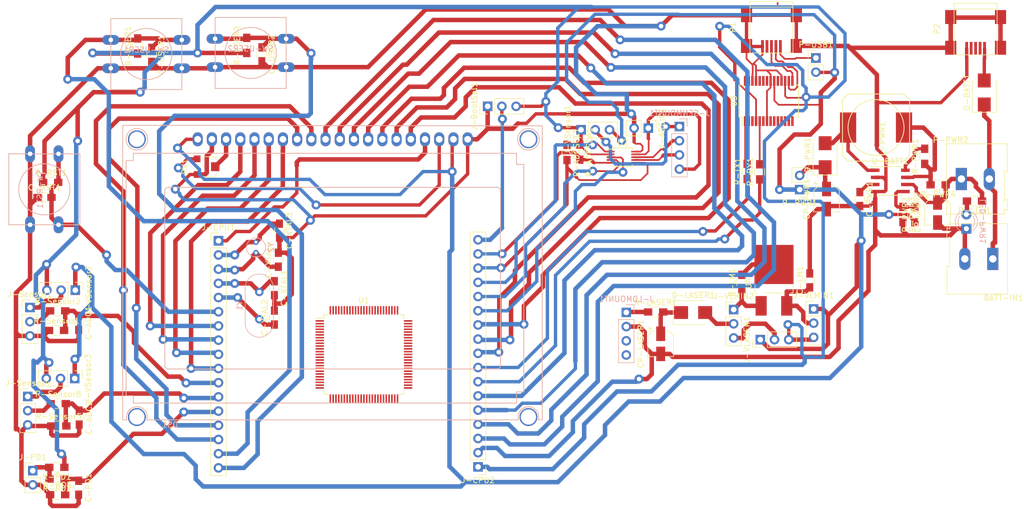
<source format=kicad_pcb>
(kicad_pcb (version 4) (host pcbnew 4.0.6)
  (layers (0 F.Cu signal) (31 B.Cu signal) (34 B.Paste user) (35 F.Paste user) (36 B.SilkS user) (37 F.SilkS user) (38 B.Mask user) (39 F.Mask user) (44 Edge.Cuts user))
  (net 0 "")
  (net 1 "Net-(BATT-IN1-Pad1)")
  (net 2 GND)
  (net 3 "Net-(C-LM1-Pad1)")
  (net 4 /ADC_2)
  (net 5 "Net-(C-PWR1-Pad1)")
  (net 6 /ADC_0)
  (net 7 /ADC_1)
  (net 8 "Net-(CP-PWR1-Pad1)")
  (net 9 "Net-(CP-PWR2-Pad1)")
  (net 10 "Net-(D-LASER1-Pad2)")
  (net 11 "Net-(D-PWR1-Pad2)")
  (net 12 "Net-(DS1-Pad3)")
  (net 13 /GLCD_0)
  (net 14 /GLCD_1)
  (net 15 /GLCD_2)
  (net 16 /GLCD_3)
  (net 17 /GLCD_4)
  (net 18 /GLCD_5)
  (net 19 /GLCD_6)
  (net 20 /GLCD_7)
  (net 21 /GLCD_CS1)
  (net 22 /GLCD_CS2)
  (net 23 /GLCD_RST)
  (net 24 /GLCD_RW)
  (net 25 /GLCD_RS)
  (net 26 /GLCD_EN)
  (net 27 "Net-(DS1-Pad18)")
  (net 28 "Net-(J-ADCIC1-Pad1)")
  (net 29 VDD)
  (net 30 /SEN-P)
  (net 31 /SEN-N)
  (net 32 "Net-(J-Sensor1-Pad1)")
  (net 33 "Net-(J-Sensor4-Pad1)")
  (net 34 VCC)
  (net 35 /VLASER)
  (net 36 /VLM)
  (net 37 "Net-(L-PWR1-Pad1)")
  (net 38 "Net-(LED-PWR1-Pad2)")
  (net 39 "Net-(P-USB1-Pad1)")
  (net 40 "Net-(P1-Pad2)")
  (net 41 "Net-(P1-Pad3)")
  (net 42 "Net-(P1-Pad4)")
  (net 43 "Net-(P2-Pad2)")
  (net 44 "Net-(P2-Pad3)")
  (net 45 "Net-(P2-Pad4)")
  (net 46 /ADC_SCL)
  (net 47 /ADC_SDA)
  (net 48 "Net-(R-LM1-Pad2)")
  (net 49 "Net-(R-PWR1-Pad2)")
  (net 50 "Net-(R-PWR2-Pad2)")
  (net 51 /USER_INPUT_1)
  (net 52 /USER_INPUT_2)
  (net 53 "Net-(U1-Pad1)")
  (net 54 "Net-(U1-Pad2)")
  (net 55 "Net-(U1-Pad3)")
  (net 56 "Net-(U1-Pad4)")
  (net 57 "Net-(U1-Pad5)")
  (net 58 "Net-(U1-Pad6)")
  (net 59 "Net-(U1-Pad21)")
  (net 60 "Net-(U1-Pad26)")
  (net 61 "Net-(U1-Pad29)")
  (net 62 "Net-(U1-Pad30)")
  (net 63 "Net-(U1-Pad31)")
  (net 64 "Net-(U1-Pad32)")
  (net 65 "Net-(U1-Pad38)")
  (net 66 "Net-(U1-Pad39)")
  (net 67 "Net-(U1-Pad40)")
  (net 68 "Net-(U1-Pad41)")
  (net 69 "Net-(U1-Pad42)")
  (net 70 "Net-(U1-Pad43)")
  (net 71 "Net-(U1-Pad44)")
  (net 72 "Net-(U1-Pad45)")
  (net 73 "Net-(U1-Pad46)")
  (net 74 "Net-(U1-Pad47)")
  (net 75 "Net-(U1-Pad48)")
  (net 76 "Net-(U1-Pad49)")
  (net 77 "Net-(U1-Pad51)")
  (net 78 "Net-(U1-Pad52)")
  (net 79 "Net-(U1-Pad53)")
  (net 80 "Net-(U1-Pad54)")
  (net 81 "Net-(U1-Pad55)")
  (net 82 "Net-(U1-Pad56)")
  (net 83 "Net-(U1-Pad57)")
  (net 84 "Net-(U1-Pad58)")
  (net 85 "Net-(U1-Pad59)")
  (net 86 "Net-(U1-Pad60)")
  (net 87 "Net-(U1-Pad61)")
  (net 88 "Net-(U1-Pad62)")
  (net 89 "Net-(U1-Pad67)")
  (net 90 /RX)
  (net 91 /TX)
  (net 92 "Net-(U1-Pad70)")
  (net 93 "Net-(U1-Pad71)")
  (net 94 "Net-(U1-Pad72)")
  (net 95 "Net-(U1-Pad73)")
  (net 96 "Net-(U1-Pad76)")
  (net 97 "Net-(U1-Pad77)")
  (net 98 "Net-(U1-Pad81)")
  (net 99 "Net-(U1-Pad82)")
  (net 100 "Net-(U1-Pad83)")
  (net 101 "Net-(U1-Pad84)")
  (net 102 "Net-(U1-Pad85)")
  (net 103 "Net-(U1-Pad86)")
  (net 104 "Net-(U1-Pad87)")
  (net 105 "Net-(U1-Pad88)")
  (net 106 /ADC_EOC)
  (net 107 "Net-(U1-Pad95)")
  (net 108 "Net-(U1-Pad96)")
  (net 109 "Net-(U1-Pad97)")
  (net 110 "Net-(U1-Pad98)")
  (net 111 "Net-(U3-Pad2)")
  (net 112 "Net-(U3-Pad3)")
  (net 113 "Net-(U3-Pad6)")
  (net 114 "Net-(U3-Pad9)")
  (net 115 "Net-(U3-Pad10)")
  (net 116 "Net-(U3-Pad11)")
  (net 117 "Net-(U3-Pad12)")
  (net 118 "Net-(U3-Pad13)")
  (net 119 "Net-(U3-Pad14)")
  (net 120 "Net-(U3-Pad19)")
  (net 121 "Net-(U3-Pad22)")
  (net 122 "Net-(U3-Pad23)")
  (net 123 "Net-(U3-Pad27)")
  (net 124 "Net-(U3-Pad28)")
  (net 125 /RST)
  (net 126 /OSC24_IN)
  (net 127 /OSC24_OUT)
  (net 128 /OSC32_IN)
  (net 129 /OSC32_OUT)
  (net 130 /BOOT)
  (net 131 /ADC_MCLK)
  (net 132 /ADC_XCLR)
  (net 133 "Net-(R-RX1-Pad2)")
  (net 134 "Net-(R-TX1-Pad2)")
  (net 135 "Net-(CP-LASER1-Pad1)")
  (net 136 "Net-(J-SENMOUNT1-Pad1)")
  (net 137 "Net-(J-SENMOUNT1-Pad2)")
  (net 138 "Net-(J-SENMOUNT1-Pad3)")
  (net 139 "Net-(J-LDMOUNT1-Pad1)")
  (net 140 /LPD-Cat)
  (net 141 /LPD_An)
  (net 142 /LPD_Cat)
  (net 143 "Net-(D-BATT1-Pad2)")
  (module Pin_Headers:Pin_Header_Straight_1x04_Pitch2.54mm (layer B.Cu) (at 191.725 78.37 180)
    (fp_text reference J-SENMOUNT1 (at 0 2.39 180) (layer B.SilkS) (effects (justify mirror)))
    (fp_text value CONN_01X04)
    (pad 1 thru_hole rect (at 0 0 180) (size 1.7 1.7) (drill 1) (layers *.Cu *.Mask) (net 136 "Net-(J-SENMOUNT1-Pad1)"))
    (pad 2 thru_hole oval (at 0 -2.54 180) (size 1.7 1.7) (drill 1) (layers *.Cu *.Mask) (net 137 "Net-(J-SENMOUNT1-Pad2)"))
    (pad 3 thru_hole oval (at 0 -5.08 180) (size 1.7 1.7) (drill 1) (layers *.Cu *.Mask) (net 138 "Net-(J-SENMOUNT1-Pad3)"))
    (pad 4 thru_hole oval (at 0 -7.62 180) (size 1.7 1.7) (drill 1) (layers *.Cu *.Mask) (net 28 "Net-(J-ADCIC1-Pad1)"))
  )
  (module Displays:AG12864E (layer B.Cu) (at 105.605 80.65)
    (fp_text reference DS1 (at -4.95 51.09) (layer B.SilkS) (effects (justify mirror)))
    (fp_text value AG12864E)
    (pad 1 thru_hole oval (at 0 0) (size 1.8 2.5) (drill 1.2) (layers *.Cu *.Mask) (net 34 VCC))
    (pad 2 thru_hole oval (at 2.54 0) (size 1.8 2.5) (drill 1.2) (layers *.Cu *.Mask) (net 2 GND))
    (pad 3 thru_hole oval (at 5.08 0) (size 1.8 2.5) (drill 1.2) (layers *.Cu *.Mask) (net 12 "Net-(DS1-Pad3)"))
    (pad 4 thru_hole oval (at 7.62 0) (size 1.8 2.5) (drill 1.2) (layers *.Cu *.Mask) (net 13 /GLCD_0))
    (pad 5 thru_hole oval (at 10.16 0) (size 1.8 2.5) (drill 1.2) (layers *.Cu *.Mask) (net 14 /GLCD_1))
    (pad 6 thru_hole oval (at 12.7 0) (size 1.8 2.5) (drill 1.2) (layers *.Cu *.Mask) (net 15 /GLCD_2))
    (pad 7 thru_hole oval (at 15.24 0) (size 1.8 2.5) (drill 1.2) (layers *.Cu *.Mask) (net 16 /GLCD_3))
    (pad 8 thru_hole oval (at 17.78 0) (size 1.8 2.5) (drill 1.2) (layers *.Cu *.Mask) (net 17 /GLCD_4))
    (pad 9 thru_hole oval (at 20.32 0) (size 1.8 2.5) (drill 1.2) (layers *.Cu *.Mask) (net 18 /GLCD_5))
    (pad 10 thru_hole oval (at 22.86 0) (size 1.8 2.5) (drill 1.2) (layers *.Cu *.Mask) (net 19 /GLCD_6))
    (pad 11 thru_hole oval (at 25.4 0) (size 1.8 2.5) (drill 1.2) (layers *.Cu *.Mask) (net 20 /GLCD_7))
    (pad 12 thru_hole oval (at 27.94 0) (size 1.8 2.5) (drill 1.2) (layers *.Cu *.Mask) (net 21 /GLCD_CS1))
    (pad 13 thru_hole oval (at 30.48 0) (size 1.8 2.5) (drill 1.2) (layers *.Cu *.Mask) (net 22 /GLCD_CS2))
    (pad 14 thru_hole oval (at 33.02 0) (size 1.8 2.5) (drill 1.2) (layers *.Cu *.Mask) (net 23 /GLCD_RST))
    (pad 15 thru_hole oval (at 35.56 0) (size 1.8 2.5) (drill 1.2) (layers *.Cu *.Mask) (net 24 /GLCD_RW))
    (pad 16 thru_hole oval (at 38.1 0) (size 1.8 2.5) (drill 1.2) (layers *.Cu *.Mask) (net 25 /GLCD_RS))
    (pad 17 thru_hole oval (at 40.64 0) (size 1.8 2.5) (drill 1.2) (layers *.Cu *.Mask) (net 26 /GLCD_EN))
    (pad 18 thru_hole oval (at 43.18 0) (size 1.8 2.5) (drill 1.2) (layers *.Cu *.Mask) (net 27 "Net-(DS1-Pad18)"))
    (pad 19 thru_hole oval (at 45.72 0) (size 1.8 2.5) (drill 1.2) (layers *.Cu *.Mask) (net 34 VCC))
    (pad 20 thru_hole oval (at 48.26 0) (size 1.8 2.5) (drill 1.2) (layers *.Cu *.Mask) (net 2 GND))
    (pad 0 thru_hole circle (at -10.87 0) (size 3.2 3.2) (drill 2.7) (layers *.Cu *.Mask))
    (pad 0 thru_hole circle (at 59.13 0) (size 3.2 3.2) (drill 2.7) (layers *.Cu *.Mask))
    (pad 0 thru_hole circle (at -10.87 49.7) (size 3.2 3.2) (drill 2.7) (layers *.Cu *.Mask))
    (pad 0 thru_hole circle (at 59.13 49.7) (size 3.2 3.2) (drill 2.7) (layers *.Cu *.Mask))
  )
  (module Connectors:AK300-2 (layer F.Cu) (at 247.75 102.05 180)
    (fp_text reference BATT-IN1 (at -1.92 -6.99 180) (layer F.SilkS))
    (fp_text value CONN_01X02)
    (pad 1 thru_hole rect (at 0 0 180) (size 1.98 3.96) (drill 1.32) (layers *.Cu F.Paste F.Mask) (net 1 "Net-(BATT-IN1-Pad1)"))
    (pad 2 thru_hole oval (at 5 0 180) (size 1.98 3.96) (drill 1.32) (layers *.Cu F.Paste F.Mask) (net 2 GND))
  )
  (module Capacitors_SMD:C_0805_HandSoldering (layer F.Cu) (at 84.325 113.5 270)
    (fp_text reference C-ADC1 (at 0 -1.75 270) (layer F.SilkS))
    (fp_text value C)
    (pad 1 smd rect (at -1.25 0 270) (size 1.5 1.25) (layers F.Cu F.Paste F.Mask) (net 6 /ADC_0))
    (pad 2 smd rect (at 1.25 0 270) (size 1.5 1.25) (layers F.Cu F.Paste F.Mask) (net 2 GND))
  )
  (module Capacitors_SMD:C_0805_HandSoldering (layer F.Cu) (at 84.425 130.45 270)
    (fp_text reference C-ADC2 (at 0 -1.75 270) (layer F.SilkS))
    (fp_text value C)
    (pad 1 smd rect (at -1.25 0 270) (size 1.5 1.25) (layers F.Cu F.Paste F.Mask) (net 7 /ADC_1))
    (pad 2 smd rect (at 1.25 0 270) (size 1.5 1.25) (layers F.Cu F.Paste F.Mask) (net 2 GND))
  )
  (module Capacitors_SMD:C_0805_HandSoldering (layer F.Cu) (at 215.025 105.9 90)
    (fp_text reference C-LM1 (at 0 -1.75 90) (layer F.SilkS))
    (fp_text value 1nF)
    (pad 1 smd rect (at -1.25 0 90) (size 1.5 1.25) (layers F.Cu F.Paste F.Mask) (net 3 "Net-(C-LM1-Pad1)"))
    (pad 2 smd rect (at 1.25 0 90) (size 1.5 1.25) (layers F.Cu F.Paste F.Mask) (net 2 GND))
  )
  (module Capacitors_SMD:C_0805_HandSoldering (layer F.Cu) (at 84.325 143 270)
    (fp_text reference C-PD1 (at 0 -1.75 270) (layer F.SilkS))
    (fp_text value 1nF)
    (pad 1 smd rect (at -1.25 0 270) (size 1.5 1.25) (layers F.Cu F.Paste F.Mask) (net 4 /ADC_2))
    (pad 2 smd rect (at 1.25 0 270) (size 1.5 1.25) (layers F.Cu F.Paste F.Mask) (net 2 GND))
  )
  (module Capacitors_SMD:C_0805_HandSoldering (layer F.Cu) (at 223.975 91.35 270)
    (fp_text reference C-PWR1 (at 0 -1.75 270) (layer F.SilkS))
    (fp_text value 1nF)
    (pad 1 smd rect (at -1.25 0 270) (size 1.5 1.25) (layers F.Cu F.Paste F.Mask) (net 5 "Net-(C-PWR1-Pad1)"))
    (pad 2 smd rect (at 1.25 0 270) (size 1.5 1.25) (layers F.Cu F.Paste F.Mask) (net 2 GND))
  )
  (module Capacitors_SMD:C_0805_HandSoldering (layer F.Cu) (at 78.225 91.05)
    (fp_text reference C-RST1 (at 0 -1.75) (layer F.SilkS))
    (fp_text value C)
    (pad 1 smd rect (at -1.25 0) (size 1.5 1.25) (layers F.Cu F.Paste F.Mask) (net 2 GND))
    (pad 2 smd rect (at 1.25 0) (size 1.5 1.25) (layers F.Cu F.Paste F.Mask) (net 125 /RST))
  )
  (module Capacitors_SMD:C_0805_HandSoldering (layer F.Cu) (at 97.375 65.55 270)
    (fp_text reference C-USER1 (at 0 -1.75 270) (layer F.SilkS))
    (fp_text value C)
    (pad 1 smd rect (at -1.25 0 270) (size 1.5 1.25) (layers F.Cu F.Paste F.Mask) (net 51 /USER_INPUT_1))
    (pad 2 smd rect (at 1.25 0 270) (size 1.5 1.25) (layers F.Cu F.Paste F.Mask) (net 2 GND))
  )
  (module Capacitors_SMD:C_0805_HandSoldering (layer F.Cu) (at 117.075 65.45 270)
    (fp_text reference C-USER2 (at 0 -1.75 270) (layer F.SilkS))
    (fp_text value C)
    (pad 1 smd rect (at -1.25 0 270) (size 1.5 1.25) (layers F.Cu F.Paste F.Mask) (net 52 /USER_INPUT_2))
    (pad 2 smd rect (at 1.25 0 270) (size 1.5 1.25) (layers F.Cu F.Paste F.Mask) (net 2 GND))
  )
  (module Capacitors_SMD:C_0805_HandSoldering (layer F.Cu) (at 119.325 107.3 270)
    (fp_text reference C-XTAL1 (at 0 -1.75 270) (layer F.SilkS))
    (fp_text value C)
    (pad 1 smd rect (at -1.25 0 270) (size 1.5 1.25) (layers F.Cu F.Paste F.Mask) (net 126 /OSC24_IN))
    (pad 2 smd rect (at 1.25 0 270) (size 1.5 1.25) (layers F.Cu F.Paste F.Mask) (net 2 GND))
  )
  (module Capacitors_SMD:C_0805_HandSoldering (layer F.Cu) (at 119.325 112.55 90)
    (fp_text reference C-XTAL2 (at 0 -1.75 90) (layer F.SilkS))
    (fp_text value C)
    (pad 1 smd rect (at -1.25 0 90) (size 1.5 1.25) (layers F.Cu F.Paste F.Mask) (net 127 /OSC24_OUT))
    (pad 2 smd rect (at 1.25 0 90) (size 1.5 1.25) (layers F.Cu F.Paste F.Mask) (net 2 GND))
  )
  (module Capacitors_SMD:C_0805_HandSoldering (layer F.Cu) (at 120.225 97 270)
    (fp_text reference C-XTAL3 (at 0 -1.75 270) (layer F.SilkS))
    (fp_text value C)
    (pad 1 smd rect (at -1.25 0 270) (size 1.5 1.25) (layers F.Cu F.Paste F.Mask) (net 128 /OSC32_IN))
    (pad 2 smd rect (at 1.25 0 270) (size 1.5 1.25) (layers F.Cu F.Paste F.Mask) (net 2 GND))
  )
  (module Capacitors_SMD:C_0805_HandSoldering (layer F.Cu) (at 120.025 102.2 90)
    (fp_text reference C-XTAL4 (at 0 -1.75 90) (layer F.SilkS))
    (fp_text value C)
    (pad 1 smd rect (at -1.25 0 90) (size 1.5 1.25) (layers F.Cu F.Paste F.Mask) (net 129 /OSC32_OUT))
    (pad 2 smd rect (at 1.25 0 90) (size 1.5 1.25) (layers F.Cu F.Paste F.Mask) (net 2 GND))
  )
  (module Capacitors_SMD:CP_Elec_4x5.3 (layer F.Cu) (at 218.025 91.35 270)
    (fp_text reference CP-PWR1 (at 0 3.54 270) (layer F.SilkS))
    (fp_text value 100uF)
    (fp_text user + (at -2.77 2.01 270) (layer F.SilkS))
    (pad 1 smd rect (at -1.8 0 90) (size 2.6 1.6) (layers F.Cu F.Paste F.Mask) (net 8 "Net-(CP-PWR1-Pad1)"))
    (pad 2 smd rect (at 1.8 0 90) (size 2.6 1.6) (layers F.Cu F.Paste F.Mask) (net 2 GND))
  )
  (module Capacitors_SMD:CP_Elec_4x5.3 (layer F.Cu) (at 237.875 93.75 270)
    (fp_text reference CP-PWR2 (at 0 3.54 270) (layer F.SilkS))
    (fp_text value 10uF)
    (fp_text user + (at -2.77 2.01 270) (layer F.SilkS))
    (pad 1 smd rect (at -1.8 0 90) (size 2.6 1.6) (layers F.Cu F.Paste F.Mask) (net 9 "Net-(CP-PWR2-Pad1)"))
    (pad 2 smd rect (at 1.8 0 90) (size 2.6 1.6) (layers F.Cu F.Paste F.Mask) (net 2 GND))
  )
  (module Diodes_SMD:D_SMB_Standard (layer F.Cu) (at 194.175 111.65)
    (fp_text reference D-LASER1 (at 0.05 -3.1) (layer F.SilkS))
    (fp_text value D)
    (pad 1 smd rect (at -2.15 0) (size 2.5 2.3) (layers F.Cu F.Paste F.Mask) (net 135 "Net-(CP-LASER1-Pad1)"))
    (pad 2 smd rect (at 2.15 0) (size 2.5 2.3) (layers F.Cu F.Paste F.Mask) (net 10 "Net-(D-LASER1-Pad2)"))
  )
  (module Diodes_SMD:D_SMB_Standard (layer F.Cu) (at 217.775 83.5 90)
    (fp_text reference D-PWR1 (at 0.05 -3.1 90) (layer F.SilkS))
    (fp_text value D_Schottky)
    (pad 1 smd rect (at -2.15 0 90) (size 2.5 2.3) (layers F.Cu F.Paste F.Mask) (net 8 "Net-(CP-PWR1-Pad1)"))
    (pad 2 smd rect (at 2.15 0 90) (size 2.5 2.3) (layers F.Cu F.Paste F.Mask) (net 11 "Net-(D-PWR1-Pad2)"))
  )
  (module Pin_Headers:Pin_Header_Straight_1x02_Pitch2.54mm (layer F.Cu) (at 186.165 78.65 270)
    (fp_text reference J-ADCIC1 (at 0 -2.39 270) (layer F.SilkS))
    (fp_text value CONN_01X02)
    (pad 1 thru_hole rect (at 0 0 270) (size 1.7 1.7) (drill 1) (layers *.Cu *.Mask) (net 28 "Net-(J-ADCIC1-Pad1)"))
    (pad 2 thru_hole oval (at 0 2.54 270) (size 1.7 1.7) (drill 1) (layers *.Cu *.Mask) (net 2 GND))
  )
  (module Pin_Headers:Pin_Header_Straight_1x03_Pitch2.54mm (layer F.Cu) (at 157.445 74.75 90)
    (fp_text reference J-BootSel1 (at 0 -2.39 90) (layer F.SilkS))
    (fp_text value CONN_01X03)
    (pad 1 thru_hole rect (at 0 0 90) (size 1.7 1.7) (drill 1) (layers *.Cu *.Mask) (net 2 GND))
    (pad 2 thru_hole oval (at 0 2.54 90) (size 1.7 1.7) (drill 1) (layers *.Cu *.Mask) (net 130 /BOOT))
    (pad 3 thru_hole oval (at 0 5.08 90) (size 1.7 1.7) (drill 1) (layers *.Cu *.Mask) (net 29 VDD))
  )
  (module Pin_Headers:Pin_Header_Straight_1x02_Pitch2.54mm (layer F.Cu) (at 76.125 139.95)
    (fp_text reference J-PD1 (at 0 -2.39) (layer F.SilkS))
    (fp_text value CONN_01X02)
    (pad 1 thru_hole rect (at 0 0) (size 1.7 1.7) (drill 1) (layers *.Cu *.Mask) (net 142 /LPD_Cat))
    (pad 2 thru_hole oval (at 0 2.54) (size 1.7 1.7) (drill 1) (layers *.Cu *.Mask) (net 2 GND))
  )
  (module Pin_Headers:Pin_Header_Straight_1x03_Pitch2.54mm (layer F.Cu) (at 75.625 110.75)
    (fp_text reference J-Sensor1 (at 0 -2.39) (layer F.SilkS))
    (fp_text value CONN_01X03)
    (pad 1 thru_hole rect (at 0 0) (size 1.7 1.7) (drill 1) (layers *.Cu *.Mask) (net 32 "Net-(J-Sensor1-Pad1)"))
    (pad 2 thru_hole oval (at 0 2.54) (size 1.7 1.7) (drill 1) (layers *.Cu *.Mask) (net 30 /SEN-P))
    (pad 3 thru_hole oval (at 0 5.08) (size 1.7 1.7) (drill 1) (layers *.Cu *.Mask) (net 2 GND))
  )
  (module Pin_Headers:Pin_Header_Straight_1x03_Pitch2.54mm (layer F.Cu) (at 75.225 126.67)
    (fp_text reference J-Sensor4 (at 0 -2.39) (layer F.SilkS))
    (fp_text value CONN_01X03)
    (pad 1 thru_hole rect (at 0 0) (size 1.7 1.7) (drill 1) (layers *.Cu *.Mask) (net 33 "Net-(J-Sensor4-Pad1)"))
    (pad 2 thru_hole oval (at 0 2.54) (size 1.7 1.7) (drill 1) (layers *.Cu *.Mask) (net 31 /SEN-N))
    (pad 3 thru_hole oval (at 0 5.08) (size 1.7 1.7) (drill 1) (layers *.Cu *.Mask) (net 2 GND))
  )
  (module Pin_Headers:Pin_Header_Straight_1x03_Pitch2.54mm (layer F.Cu) (at 206.185 116.5 90)
    (fp_text reference J-VLASER1 (at 0 -2.39 90) (layer F.SilkS))
    (fp_text value CONN_01X03)
    (pad 1 thru_hole rect (at 0 0 90) (size 1.7 1.7) (drill 1) (layers *.Cu *.Mask) (net 34 VCC))
    (pad 2 thru_hole oval (at 0 2.54 90) (size 1.7 1.7) (drill 1) (layers *.Cu *.Mask) (net 35 /VLASER))
    (pad 3 thru_hole oval (at 0 5.08 90) (size 1.7 1.7) (drill 1) (layers *.Cu *.Mask) (net 29 VDD))
  )
  (module Pin_Headers:Pin_Header_Straight_1x03_Pitch2.54mm (layer F.Cu) (at 215.725 111.01)
    (fp_text reference J-VLMIN1 (at 0 -2.39) (layer F.SilkS))
    (fp_text value CONN_01X03)
    (pad 1 thru_hole rect (at 0 0) (size 1.7 1.7) (drill 1) (layers *.Cu *.Mask) (net 34 VCC))
    (pad 2 thru_hole oval (at 0 2.54) (size 1.7 1.7) (drill 1) (layers *.Cu *.Mask) (net 3 "Net-(C-LM1-Pad1)"))
    (pad 3 thru_hole oval (at 0 5.08) (size 1.7 1.7) (drill 1) (layers *.Cu *.Mask) (net 29 VDD))
  )
  (module Pin_Headers:Pin_Header_Straight_1x03_Pitch2.54mm (layer F.Cu) (at 201.425 111.12)
    (fp_text reference J-VLMIN2 (at 0 -2.39) (layer F.SilkS))
    (fp_text value CONN_01X03)
    (pad 1 thru_hole rect (at 0 0) (size 1.7 1.7) (drill 1) (layers *.Cu *.Mask) (net 36 /VLM))
    (pad 2 thru_hole oval (at 0 2.54) (size 1.7 1.7) (drill 1) (layers *.Cu *.Mask) (net 10 "Net-(D-LASER1-Pad2)"))
    (pad 3 thru_hole oval (at 0 5.08) (size 1.7 1.7) (drill 1) (layers *.Cu *.Mask) (net 35 /VLASER))
  )
  (module Pin_Headers:Pin_Header_Straight_1x03_Pitch2.54mm (layer F.Cu) (at 174.145 78.95 90)
    (fp_text reference J-VSensor1 (at 0 -2.39 90) (layer F.SilkS))
    (fp_text value CONN_01X03)
    (pad 1 thru_hole rect (at 0 0 90) (size 1.7 1.7) (drill 1) (layers *.Cu *.Mask) (net 29 VDD))
    (pad 2 thru_hole oval (at 0 2.54 90) (size 1.7 1.7) (drill 1) (layers *.Cu *.Mask) (net 136 "Net-(J-SENMOUNT1-Pad1)"))
    (pad 3 thru_hole oval (at 0 5.08 90) (size 1.7 1.7) (drill 1) (layers *.Cu *.Mask) (net 34 VCC))
  )
  (module Pin_Headers:Pin_Header_Straight_1x03_Pitch2.54mm (layer F.Cu) (at 83.725 107.65 270)
    (fp_text reference J-VSensor2 (at 0 -2.39 270) (layer F.SilkS))
    (fp_text value CONN_01X03)
    (pad 1 thru_hole rect (at 0 0 270) (size 1.7 1.7) (drill 1) (layers *.Cu *.Mask) (net 34 VCC))
    (pad 2 thru_hole oval (at 0 2.54 270) (size 1.7 1.7) (drill 1) (layers *.Cu *.Mask) (net 32 "Net-(J-Sensor1-Pad1)"))
    (pad 3 thru_hole oval (at 0 5.08 270) (size 1.7 1.7) (drill 1) (layers *.Cu *.Mask) (net 29 VDD))
  )
  (module Pin_Headers:Pin_Header_Straight_1x03_Pitch2.54mm (layer F.Cu) (at 83.625 123.45 270)
    (fp_text reference J-VSensor3 (at 0 -2.39 270) (layer F.SilkS))
    (fp_text value CONN_01X03)
    (pad 1 thru_hole rect (at 0 0 270) (size 1.7 1.7) (drill 1) (layers *.Cu *.Mask) (net 34 VCC))
    (pad 2 thru_hole oval (at 0 2.54 270) (size 1.7 1.7) (drill 1) (layers *.Cu *.Mask) (net 33 "Net-(J-Sensor4-Pad1)"))
    (pad 3 thru_hole oval (at 0 5.08 270) (size 1.7 1.7) (drill 1) (layers *.Cu *.Mask) (net 29 VDD))
  )
  (module Inductors:SELF-WE-PD-XXL (layer F.Cu) (at 226.87374 78.55 180)
    (fp_text reference L-PWR1 (at -1.14874 -2 270) (layer F.SilkS))
    (fp_text value 100uH)
    (fp_text user "" (at 0 0 180) (layer F.SilkS))
    (fp_text user "" (at 0 0 180) (layer F.SilkS))
    (pad 1 smd rect (at -5.00126 0 180) (size 2.90068 5.40004) (layers F.Cu F.Paste F.Mask) (net 37 "Net-(L-PWR1-Pad1)"))
    (pad 2 smd rect (at 5.00126 0 180) (size 2.90068 5.40004) (layers F.Cu F.Paste F.Mask) (net 11 "Net-(D-PWR1-Pad2)"))
  )
  (module Pin_Headers:Pin_Header_Straight_1x02_Pitch2.54mm (layer F.Cu) (at 213.225 89.65 180)
    (fp_text reference P-PWR1 (at 0 -2.39 180) (layer F.SilkS))
    (fp_text value CONN_01X02)
    (pad 1 thru_hole rect (at 0 0 180) (size 1.7 1.7) (drill 1) (layers *.Cu *.Mask) (net 34 VCC))
    (pad 2 thru_hole oval (at 0 2.54 180) (size 1.7 1.7) (drill 1) (layers *.Cu *.Mask) (net 8 "Net-(CP-PWR1-Pad1)"))
  )
  (module Pin_Headers:Pin_Header_Straight_1x02_Pitch2.54mm (layer F.Cu) (at 216.125 66.1)
    (fp_text reference P-USB1 (at 0 -2.39) (layer F.SilkS))
    (fp_text value CONN_01X02)
    (pad 1 thru_hole rect (at 0 0) (size 1.7 1.7) (drill 1) (layers *.Cu *.Mask) (net 39 "Net-(P-USB1-Pad1)"))
    (pad 2 thru_hole oval (at 0 2.54) (size 1.7 1.7) (drill 1) (layers *.Cu *.Mask) (net 34 VCC))
  )
  (module Connectors:USB_Mini-B (layer F.Cu) (at 208.175 61.25 270)
    (fp_text reference P1 (at -0.65 6.9 270) (layer F.SilkS))
    (fp_text value USB_OTG)
    (pad 1 smd rect (at 2.8 -1.6 270) (size 2.3 0.5) (layers F.Cu F.Paste F.Mask) (net 39 "Net-(P-USB1-Pad1)"))
    (pad 2 smd rect (at 2.8 -0.8 270) (size 2.3 0.5) (layers F.Cu F.Paste F.Mask) (net 40 "Net-(P1-Pad2)"))
    (pad 3 smd rect (at 2.8 0 270) (size 2.3 0.5) (layers F.Cu F.Paste F.Mask) (net 41 "Net-(P1-Pad3)"))
    (pad 4 smd rect (at 2.8 0.8 270) (size 2.3 0.5) (layers F.Cu F.Paste F.Mask) (net 42 "Net-(P1-Pad4)"))
    (pad 5 smd rect (at 2.8 1.6 270) (size 2.3 0.5) (layers F.Cu F.Paste F.Mask) (net 2 GND))
    (pad 6 smd rect (at 2.7 -4.45 270) (size 2.5 2) (layers F.Cu F.Paste F.Mask) (net 2 GND))
    (pad 6 smd rect (at -2.8 -4.45 270) (size 2.5 2) (layers F.Cu F.Paste F.Mask) (net 2 GND))
    (pad 6 smd rect (at 2.7 4.45 270) (size 2.5 2) (layers F.Cu F.Paste F.Mask) (net 2 GND))
    (pad 6 smd rect (at -2.8 4.45 270) (size 2.5 2) (layers F.Cu F.Paste F.Mask) (net 2 GND))
    (pad "" np_thru_hole circle (at 0.2 -2.2 270) (size 0.9 0.9) (drill 0.9) (layers *.Cu *.Mask))
    (pad "" np_thru_hole circle (at 0.2 2.2 270) (size 0.9 0.9) (drill 0.9) (layers *.Cu *.Mask))
  )
  (module Connectors:USB_Mini-B (layer F.Cu) (at 244.675 61.575 270)
    (fp_text reference P2 (at -0.65 6.9 270) (layer F.SilkS))
    (fp_text value USB_OTG)
    (pad 1 smd rect (at 2.8 -1.6 270) (size 2.3 0.5) (layers F.Cu F.Paste F.Mask) (net 143 "Net-(D-BATT1-Pad2)"))
    (pad 2 smd rect (at 2.8 -0.8 270) (size 2.3 0.5) (layers F.Cu F.Paste F.Mask) (net 43 "Net-(P2-Pad2)"))
    (pad 3 smd rect (at 2.8 0 270) (size 2.3 0.5) (layers F.Cu F.Paste F.Mask) (net 44 "Net-(P2-Pad3)"))
    (pad 4 smd rect (at 2.8 0.8 270) (size 2.3 0.5) (layers F.Cu F.Paste F.Mask) (net 45 "Net-(P2-Pad4)"))
    (pad 5 smd rect (at 2.8 1.6 270) (size 2.3 0.5) (layers F.Cu F.Paste F.Mask) (net 2 GND))
    (pad 6 smd rect (at 2.7 -4.45 270) (size 2.5 2) (layers F.Cu F.Paste F.Mask) (net 2 GND))
    (pad 6 smd rect (at -2.8 -4.45 270) (size 2.5 2) (layers F.Cu F.Paste F.Mask) (net 2 GND))
    (pad 6 smd rect (at 2.7 4.45 270) (size 2.5 2) (layers F.Cu F.Paste F.Mask) (net 2 GND))
    (pad 6 smd rect (at -2.8 4.45 270) (size 2.5 2) (layers F.Cu F.Paste F.Mask) (net 2 GND))
    (pad "" np_thru_hole circle (at 0.2 -2.2 270) (size 0.9 0.9) (drill 0.9) (layers *.Cu *.Mask))
    (pad "" np_thru_hole circle (at 0.2 2.2 270) (size 0.9 0.9) (drill 0.9) (layers *.Cu *.Mask))
  )
  (module Resistors_SMD:R_0805_HandSoldering (layer F.Cu) (at 171.625 83 270)
    (fp_text reference R-ADCSCL1 (at 0 -1.7 270) (layer F.SilkS))
    (fp_text value 4k7)
    (pad 1 smd rect (at -1.35 0 270) (size 1.5 1.3) (layers F.Cu F.Paste F.Mask) (net 29 VDD))
    (pad 2 smd rect (at 1.35 0 270) (size 1.5 1.3) (layers F.Cu F.Paste F.Mask) (net 46 /ADC_SCL))
  )
  (module Resistors_SMD:R_0805_HandSoldering (layer F.Cu) (at 173.925 82.95 270)
    (fp_text reference R-ADCSDA1 (at 0 -1.7 270) (layer F.SilkS))
    (fp_text value 4k7)
    (pad 1 smd rect (at -1.35 0 270) (size 1.5 1.3) (layers F.Cu F.Paste F.Mask) (net 29 VDD))
    (pad 2 smd rect (at 1.35 0 270) (size 1.5 1.3) (layers F.Cu F.Paste F.Mask) (net 47 /ADC_SDA))
  )
  (module Resistors_SMD:R_0805_HandSoldering (layer F.Cu) (at 187.475 111.55)
    (fp_text reference R-LASER1 (at 0 -1.7) (layer F.SilkS))
    (fp_text value R)
    (pad 1 smd rect (at -1.35 0) (size 1.5 1.3) (layers F.Cu F.Paste F.Mask) (net 139 "Net-(J-LDMOUNT1-Pad1)"))
    (pad 2 smd rect (at 1.35 0) (size 1.5 1.3) (layers F.Cu F.Paste F.Mask) (net 135 "Net-(CP-LASER1-Pad1)"))
  )
  (module Resistors_SMD:R_0805_HandSoldering (layer F.Cu) (at 244.475 91.7 180)
    (fp_text reference R-LED1 (at 0 -1.7 180) (layer F.SilkS))
    (fp_text value 330)
    (pad 1 smd rect (at -1.35 0 180) (size 1.5 1.3) (layers F.Cu F.Paste F.Mask) (net 9 "Net-(CP-PWR2-Pad1)"))
    (pad 2 smd rect (at 1.35 0 180) (size 1.5 1.3) (layers F.Cu F.Paste F.Mask) (net 38 "Net-(LED-PWR1-Pad2)"))
  )
  (module Resistors_SMD:R_0805_HandSoldering (layer F.Cu) (at 202.875 106.25 90)
    (fp_text reference R-LM1 (at 0 -1.7 90) (layer F.SilkS))
    (fp_text value R)
    (pad 1 smd rect (at -1.35 0 90) (size 1.5 1.3) (layers F.Cu F.Paste F.Mask) (net 36 /VLM))
    (pad 2 smd rect (at 1.35 0 90) (size 1.5 1.3) (layers F.Cu F.Paste F.Mask) (net 48 "Net-(R-LM1-Pad2)"))
  )
  (module Resistors_SMD:R_0805_HandSoldering (layer F.Cu) (at 80.425 139.35 180)
    (fp_text reference R-PD1 (at 0 -1.7 180) (layer F.SilkS))
    (fp_text value 4k7)
    (pad 1 smd rect (at -1.35 0 180) (size 1.5 1.3) (layers F.Cu F.Paste F.Mask) (net 29 VDD))
    (pad 2 smd rect (at 1.35 0 180) (size 1.5 1.3) (layers F.Cu F.Paste F.Mask) (net 142 /LPD_Cat))
  )
  (module Resistors_SMD:R_0805_HandSoldering (layer F.Cu) (at 80.475 141.45 180)
    (fp_text reference R-PD2 (at 0 -1.7 180) (layer F.SilkS))
    (fp_text value 1k)
    (pad 1 smd rect (at -1.35 0 180) (size 1.5 1.3) (layers F.Cu F.Paste F.Mask) (net 4 /ADC_2))
    (pad 2 smd rect (at 1.35 0 180) (size 1.5 1.3) (layers F.Cu F.Paste F.Mask) (net 142 /LPD_Cat))
  )
  (module Resistors_SMD:R_0805_HandSoldering (layer F.Cu) (at 80.575 144.25)
    (fp_text reference R-PD3 (at 0 -1.7) (layer F.SilkS))
    (fp_text value 10k)
    (pad 1 smd rect (at -1.35 0) (size 1.5 1.3) (layers F.Cu F.Paste F.Mask) (net 2 GND))
    (pad 2 smd rect (at 1.35 0) (size 1.5 1.3) (layers F.Cu F.Paste F.Mask) (net 4 /ADC_2))
  )
  (module Resistors_SMD:R_0805_HandSoldering (layer F.Cu) (at 235.575 83.7 90)
    (fp_text reference R-PWR1 (at 0 -1.7 90) (layer F.SilkS))
    (fp_text value 180)
    (pad 1 smd rect (at -1.35 0 90) (size 1.5 1.3) (layers F.Cu F.Paste F.Mask) (net 37 "Net-(L-PWR1-Pad1)"))
    (pad 2 smd rect (at 1.35 0 90) (size 1.5 1.3) (layers F.Cu F.Paste F.Mask) (net 49 "Net-(R-PWR1-Pad2)"))
  )
  (module Resistors_SMD:R_0805_HandSoldering (layer F.Cu) (at 233.825 94.15 90)
    (fp_text reference R-PWR2 (at 0 -1.7 90) (layer F.SilkS))
    (fp_text value 12K)
    (pad 1 smd rect (at -1.35 0 90) (size 1.5 1.3) (layers F.Cu F.Paste F.Mask) (net 34 VCC))
    (pad 2 smd rect (at 1.35 0 90) (size 1.5 1.3) (layers F.Cu F.Paste F.Mask) (net 50 "Net-(R-PWR2-Pad2)"))
  )
  (module Resistors_SMD:R_0805_HandSoldering (layer F.Cu) (at 231.675 94.1 270)
    (fp_text reference R-PWR3 (at 0 -1.7 270) (layer F.SilkS))
    (fp_text value 3K9)
    (pad 1 smd rect (at -1.35 0 270) (size 1.5 1.3) (layers F.Cu F.Paste F.Mask) (net 50 "Net-(R-PWR2-Pad2)"))
    (pad 2 smd rect (at 1.35 0 270) (size 1.5 1.3) (layers F.Cu F.Paste F.Mask) (net 2 GND))
  )
  (module Resistors_SMD:R_0805_HandSoldering (layer F.Cu) (at 237.975 88.8 180)
    (fp_text reference R-PWR4 (at 0 -1.7 180) (layer F.SilkS))
    (fp_text value 180)
    (pad 1 smd rect (at -1.35 0 180) (size 1.5 1.3) (layers F.Cu F.Paste F.Mask) (net 9 "Net-(CP-PWR2-Pad1)"))
    (pad 2 smd rect (at 1.35 0 180) (size 1.5 1.3) (layers F.Cu F.Paste F.Mask) (net 37 "Net-(L-PWR1-Pad1)"))
  )
  (module Resistors_SMD:R_0805_HandSoldering (layer F.Cu) (at 79.325 88.35)
    (fp_text reference R-RST1 (at 0 -1.7) (layer F.SilkS))
    (fp_text value R)
    (pad 1 smd rect (at -1.35 0) (size 1.5 1.3) (layers F.Cu F.Paste F.Mask) (net 29 VDD))
    (pad 2 smd rect (at 1.35 0) (size 1.5 1.3) (layers F.Cu F.Paste F.Mask) (net 125 /RST))
  )
  (module Resistors_SMD:R_0805_HandSoldering (layer F.Cu) (at 80.375 114.85)
    (fp_text reference R-Sensor1 (at 0 -1.7) (layer F.SilkS))
    (fp_text value 10K)
    (pad 1 smd rect (at -1.35 0) (size 1.5 1.3) (layers F.Cu F.Paste F.Mask) (net 2 GND))
    (pad 2 smd rect (at 1.35 0) (size 1.5 1.3) (layers F.Cu F.Paste F.Mask) (net 6 /ADC_0))
  )
  (module Resistors_SMD:R_0805_HandSoldering (layer F.Cu) (at 80.575 111.35)
    (fp_text reference R-Sensor2 (at 0 -1.7) (layer F.SilkS))
    (fp_text value 1K)
    (pad 1 smd rect (at -1.35 0) (size 1.5 1.3) (layers F.Cu F.Paste F.Mask) (net 30 /SEN-P))
    (pad 2 smd rect (at 1.35 0) (size 1.5 1.3) (layers F.Cu F.Paste F.Mask) (net 6 /ADC_0))
  )
  (module Resistors_SMD:R_0805_HandSoldering (layer F.Cu) (at 80.775 131.95)
    (fp_text reference R-Sensor5 (at 0 -1.7) (layer F.SilkS))
    (fp_text value 10K)
    (pad 1 smd rect (at -1.35 0) (size 1.5 1.3) (layers F.Cu F.Paste F.Mask) (net 2 GND))
    (pad 2 smd rect (at 1.35 0) (size 1.5 1.3) (layers F.Cu F.Paste F.Mask) (net 7 /ADC_1))
  )
  (module Resistors_SMD:R_0805_HandSoldering (layer F.Cu) (at 80.675 127.95)
    (fp_text reference R-Sensor8 (at 0 -1.7) (layer F.SilkS))
    (fp_text value 1K)
    (pad 1 smd rect (at -1.35 0) (size 1.5 1.3) (layers F.Cu F.Paste F.Mask) (net 31 /SEN-N))
    (pad 2 smd rect (at 1.35 0) (size 1.5 1.3) (layers F.Cu F.Paste F.Mask) (net 7 /ADC_1))
  )
  (module Resistors_SMD:R_0805_HandSoldering (layer F.Cu) (at 94.875 63.95 90)
    (fp_text reference R-USER1 (at 0 -1.7 90) (layer F.SilkS))
    (fp_text value 4k7)
    (pad 1 smd rect (at -1.35 0 90) (size 1.5 1.3) (layers F.Cu F.Paste F.Mask) (net 29 VDD))
    (pad 2 smd rect (at 1.35 0 90) (size 1.5 1.3) (layers F.Cu F.Paste F.Mask) (net 51 /USER_INPUT_1))
  )
  (module Resistors_SMD:R_0805_HandSoldering (layer F.Cu) (at 114.375 63.85 90)
    (fp_text reference R-USER2 (at 0 -1.7 90) (layer F.SilkS))
    (fp_text value 4k7)
    (pad 1 smd rect (at -1.35 0 90) (size 1.5 1.3) (layers F.Cu F.Paste F.Mask) (net 29 VDD))
    (pad 2 smd rect (at 1.35 0 90) (size 1.5 1.3) (layers F.Cu F.Paste F.Mask) (net 52 /USER_INPUT_2))
  )
  (module Potentiometers:Potentiometer_Trimmer-EVM3E (layer F.Cu) (at 107.125 85.55 270)
    (fp_text reference RV1 (at 0 3.83 270) (layer F.SilkS))
    (fp_text value POT)
    (pad 1 smd rect (at -1.4 1.62 270) (size 1.2 1.2) (layers F.Cu F.Paste F.Mask) (net 27 "Net-(DS1-Pad18)"))
    (pad 3 smd rect (at 1.4 1.62 270) (size 1.2 1.2) (layers F.Cu F.Paste F.Mask) (net 2 GND))
    (pad 2 smd rect (at 0 -1.62 270) (size 1.6 1.5) (layers F.Cu F.Paste F.Mask) (net 12 "Net-(DS1-Pad3)"))
  )
  (module Buttons_Switches_THT:SW_PUSH-12mm (layer B.Cu) (at 78.185 89.6 270)
    (fp_text reference SW-RST1 (at 0 0.762 270) (layer B.SilkS) (effects (justify mirror)))
    (fp_text value SW_Push)
    (pad 1 thru_hole oval (at 6.35 2.54 270) (size 3.048 1.7272) (drill 0.8128) (layers *.Cu *.Mask) (net 2 GND))
    (pad 2 thru_hole oval (at 6.35 -2.54 270) (size 3.048 1.7272) (drill 0.8128) (layers *.Cu *.Mask) (net 125 /RST))
    (pad 1 thru_hole oval (at -6.35 2.54 270) (size 3.048 1.7272) (drill 0.8128) (layers *.Cu *.Mask) (net 2 GND))
    (pad 2 thru_hole oval (at -6.35 -2.54 270) (size 3.048 1.7272) (drill 0.8128) (layers *.Cu *.Mask) (net 125 /RST))
  )
  (module Buttons_Switches_THT:SW_PUSH-12mm (layer B.Cu) (at 96.42 65.405 180)
    (fp_text reference SW-USER1 (at 0 0.762 180) (layer B.SilkS) (effects (justify mirror)))
    (fp_text value SW_Push)
    (pad 1 thru_hole oval (at 6.35 2.54 180) (size 3.048 1.7272) (drill 0.8128) (layers *.Cu *.Mask) (net 51 /USER_INPUT_1))
    (pad 2 thru_hole oval (at 6.35 -2.54 180) (size 3.048 1.7272) (drill 0.8128) (layers *.Cu *.Mask) (net 2 GND))
    (pad 1 thru_hole oval (at -6.35 2.54 180) (size 3.048 1.7272) (drill 0.8128) (layers *.Cu *.Mask) (net 51 /USER_INPUT_1))
    (pad 2 thru_hole oval (at -6.35 -2.54 180) (size 3.048 1.7272) (drill 0.8128) (layers *.Cu *.Mask) (net 2 GND))
  )
  (module Buttons_Switches_THT:SW_PUSH-12mm (layer B.Cu) (at 115.075 65.2 180)
    (fp_text reference SW-USER2 (at 0 0.762 180) (layer B.SilkS) (effects (justify mirror)))
    (fp_text value SW_Push)
    (pad 1 thru_hole oval (at 6.35 2.54 180) (size 3.048 1.7272) (drill 0.8128) (layers *.Cu *.Mask) (net 52 /USER_INPUT_2))
    (pad 2 thru_hole oval (at 6.35 -2.54 180) (size 3.048 1.7272) (drill 0.8128) (layers *.Cu *.Mask) (net 2 GND))
    (pad 1 thru_hole oval (at -6.35 2.54 180) (size 3.048 1.7272) (drill 0.8128) (layers *.Cu *.Mask) (net 52 /USER_INPUT_2))
    (pad 2 thru_hole oval (at -6.35 -2.54 180) (size 3.048 1.7272) (drill 0.8128) (layers *.Cu *.Mask) (net 2 GND))
  )
  (module Housings_SOIC:SOIC-8_3.9x4.9mm_Pitch1.27mm (layer F.Cu) (at 229.425 88.1)
    (fp_text reference U-BATT1 (at 0 -3.5) (layer F.SilkS))
    (fp_text value MC33063/MC34063D_SO08)
    (pad 1 smd rect (at -2.7 -1.905) (size 1.55 0.6) (layers F.Cu F.Paste F.Mask) (net 11 "Net-(D-PWR1-Pad2)"))
    (pad 2 smd rect (at -2.7 -0.635) (size 1.55 0.6) (layers F.Cu F.Paste F.Mask) (net 2 GND))
    (pad 3 smd rect (at -2.7 0.635) (size 1.55 0.6) (layers F.Cu F.Paste F.Mask) (net 5 "Net-(C-PWR1-Pad1)"))
    (pad 4 smd rect (at -2.7 1.905) (size 1.55 0.6) (layers F.Cu F.Paste F.Mask) (net 2 GND))
    (pad 5 smd rect (at 2.7 1.905) (size 1.55 0.6) (layers F.Cu F.Paste F.Mask) (net 50 "Net-(R-PWR2-Pad2)"))
    (pad 6 smd rect (at 2.7 0.635) (size 1.55 0.6) (layers F.Cu F.Paste F.Mask) (net 9 "Net-(CP-PWR2-Pad1)"))
    (pad 7 smd rect (at 2.7 -0.635) (size 1.55 0.6) (layers F.Cu F.Paste F.Mask) (net 37 "Net-(L-PWR1-Pad1)"))
    (pad 8 smd rect (at 2.7 -1.905) (size 1.55 0.6) (layers F.Cu F.Paste F.Mask) (net 49 "Net-(R-PWR1-Pad2)"))
  )
  (module Housings_QFP:LQFP-100_14x14mm_Pitch0.5mm (layer F.Cu) (at 135.325 119.15)
    (fp_text reference U1 (at 0 -9.65) (layer F.SilkS))
    (fp_text value STM32F407VGTx)
    (pad 1 smd rect (at -7.9 -6) (size 1.5 0.28) (layers F.Cu F.Paste F.Mask) (net 53 "Net-(U1-Pad1)"))
    (pad 2 smd rect (at -7.9 -5.5) (size 1.5 0.28) (layers F.Cu F.Paste F.Mask) (net 54 "Net-(U1-Pad2)"))
    (pad 3 smd rect (at -7.9 -5) (size 1.5 0.28) (layers F.Cu F.Paste F.Mask) (net 55 "Net-(U1-Pad3)"))
    (pad 4 smd rect (at -7.9 -4.5) (size 1.5 0.28) (layers F.Cu F.Paste F.Mask) (net 56 "Net-(U1-Pad4)"))
    (pad 5 smd rect (at -7.9 -4) (size 1.5 0.28) (layers F.Cu F.Paste F.Mask) (net 57 "Net-(U1-Pad5)"))
    (pad 6 smd rect (at -7.9 -3.5) (size 1.5 0.28) (layers F.Cu F.Paste F.Mask) (net 58 "Net-(U1-Pad6)"))
    (pad 7 smd rect (at -7.9 -3) (size 1.5 0.28) (layers F.Cu F.Paste F.Mask) (net 26 /GLCD_EN))
    (pad 8 smd rect (at -7.9 -2.5) (size 1.5 0.28) (layers F.Cu F.Paste F.Mask) (net 128 /OSC32_IN))
    (pad 9 smd rect (at -7.9 -2) (size 1.5 0.28) (layers F.Cu F.Paste F.Mask) (net 129 /OSC32_OUT))
    (pad 10 smd rect (at -7.9 -1.5) (size 1.5 0.28) (layers F.Cu F.Paste F.Mask) (net 2 GND))
    (pad 11 smd rect (at -7.9 -1) (size 1.5 0.28) (layers F.Cu F.Paste F.Mask) (net 29 VDD))
    (pad 12 smd rect (at -7.9 -0.5) (size 1.5 0.28) (layers F.Cu F.Paste F.Mask) (net 126 /OSC24_IN))
    (pad 13 smd rect (at -7.9 0) (size 1.5 0.28) (layers F.Cu F.Paste F.Mask) (net 127 /OSC24_OUT))
    (pad 14 smd rect (at -7.9 0.5) (size 1.5 0.28) (layers F.Cu F.Paste F.Mask) (net 125 /RST))
    (pad 15 smd rect (at -7.9 1) (size 1.5 0.28) (layers F.Cu F.Paste F.Mask) (net 13 /GLCD_0))
    (pad 16 smd rect (at -7.9 1.5) (size 1.5 0.28) (layers F.Cu F.Paste F.Mask) (net 14 /GLCD_1))
    (pad 17 smd rect (at -7.9 2) (size 1.5 0.28) (layers F.Cu F.Paste F.Mask) (net 15 /GLCD_2))
    (pad 18 smd rect (at -7.9 2.5) (size 1.5 0.28) (layers F.Cu F.Paste F.Mask) (net 16 /GLCD_3))
    (pad 19 smd rect (at -7.9 3) (size 1.5 0.28) (layers F.Cu F.Paste F.Mask) (net 29 VDD))
    (pad 20 smd rect (at -7.9 3.5) (size 1.5 0.28) (layers F.Cu F.Paste F.Mask) (net 2 GND))
    (pad 21 smd rect (at -7.9 4) (size 1.5 0.28) (layers F.Cu F.Paste F.Mask) (net 59 "Net-(U1-Pad21)"))
    (pad 22 smd rect (at -7.9 4.5) (size 1.5 0.28) (layers F.Cu F.Paste F.Mask) (net 29 VDD))
    (pad 23 smd rect (at -7.9 5) (size 1.5 0.28) (layers F.Cu F.Paste F.Mask) (net 6 /ADC_0))
    (pad 24 smd rect (at -7.9 5.5) (size 1.5 0.28) (layers F.Cu F.Paste F.Mask) (net 7 /ADC_1))
    (pad 25 smd rect (at -7.9 6) (size 1.5 0.28) (layers F.Cu F.Paste F.Mask) (net 4 /ADC_2))
    (pad 26 smd rect (at -6 7.9 90) (size 1.5 0.28) (layers F.Cu F.Paste F.Mask) (net 60 "Net-(U1-Pad26)"))
    (pad 27 smd rect (at -5.5 7.9 90) (size 1.5 0.28) (layers F.Cu F.Paste F.Mask) (net 2 GND))
    (pad 28 smd rect (at -5 7.9 90) (size 1.5 0.28) (layers F.Cu F.Paste F.Mask) (net 29 VDD))
    (pad 29 smd rect (at -4.5 7.9 90) (size 1.5 0.28) (layers F.Cu F.Paste F.Mask) (net 61 "Net-(U1-Pad29)"))
    (pad 30 smd rect (at -4 7.9 90) (size 1.5 0.28) (layers F.Cu F.Paste F.Mask) (net 62 "Net-(U1-Pad30)"))
    (pad 31 smd rect (at -3.5 7.9 90) (size 1.5 0.28) (layers F.Cu F.Paste F.Mask) (net 63 "Net-(U1-Pad31)"))
    (pad 32 smd rect (at -3 7.9 90) (size 1.5 0.28) (layers F.Cu F.Paste F.Mask) (net 64 "Net-(U1-Pad32)"))
    (pad 33 smd rect (at -2.5 7.9 90) (size 1.5 0.28) (layers F.Cu F.Paste F.Mask) (net 17 /GLCD_4))
    (pad 34 smd rect (at -2 7.9 90) (size 1.5 0.28) (layers F.Cu F.Paste F.Mask) (net 18 /GLCD_5))
    (pad 35 smd rect (at -1.5 7.9 90) (size 1.5 0.28) (layers F.Cu F.Paste F.Mask) (net 51 /USER_INPUT_1))
    (pad 36 smd rect (at -1 7.9 90) (size 1.5 0.28) (layers F.Cu F.Paste F.Mask) (net 52 /USER_INPUT_2))
    (pad 37 smd rect (at -0.5 7.9 90) (size 1.5 0.28) (layers F.Cu F.Paste F.Mask) (net 2 GND))
    (pad 38 smd rect (at 0 7.9 90) (size 1.5 0.28) (layers F.Cu F.Paste F.Mask) (net 65 "Net-(U1-Pad38)"))
    (pad 39 smd rect (at 0.5 7.9 90) (size 1.5 0.28) (layers F.Cu F.Paste F.Mask) (net 66 "Net-(U1-Pad39)"))
    (pad 40 smd rect (at 1 7.9 90) (size 1.5 0.28) (layers F.Cu F.Paste F.Mask) (net 67 "Net-(U1-Pad40)"))
    (pad 41 smd rect (at 1.5 7.9 90) (size 1.5 0.28) (layers F.Cu F.Paste F.Mask) (net 68 "Net-(U1-Pad41)"))
    (pad 42 smd rect (at 2 7.9 90) (size 1.5 0.28) (layers F.Cu F.Paste F.Mask) (net 69 "Net-(U1-Pad42)"))
    (pad 43 smd rect (at 2.5 7.9 90) (size 1.5 0.28) (layers F.Cu F.Paste F.Mask) (net 70 "Net-(U1-Pad43)"))
    (pad 44 smd rect (at 3 7.9 90) (size 1.5 0.28) (layers F.Cu F.Paste F.Mask) (net 71 "Net-(U1-Pad44)"))
    (pad 45 smd rect (at 3.5 7.9 90) (size 1.5 0.28) (layers F.Cu F.Paste F.Mask) (net 72 "Net-(U1-Pad45)"))
    (pad 46 smd rect (at 4 7.9 90) (size 1.5 0.28) (layers F.Cu F.Paste F.Mask) (net 73 "Net-(U1-Pad46)"))
    (pad 47 smd rect (at 4.5 7.9 90) (size 1.5 0.28) (layers F.Cu F.Paste F.Mask) (net 74 "Net-(U1-Pad47)"))
    (pad 48 smd rect (at 5 7.9 90) (size 1.5 0.28) (layers F.Cu F.Paste F.Mask) (net 75 "Net-(U1-Pad48)"))
    (pad 49 smd rect (at 5.5 7.9 90) (size 1.5 0.28) (layers F.Cu F.Paste F.Mask) (net 76 "Net-(U1-Pad49)"))
    (pad 50 smd rect (at 6 7.9 90) (size 1.5 0.28) (layers F.Cu F.Paste F.Mask) (net 29 VDD))
    (pad 51 smd rect (at 7.9 6) (size 1.5 0.28) (layers F.Cu F.Paste F.Mask) (net 77 "Net-(U1-Pad51)"))
    (pad 52 smd rect (at 7.9 5.5) (size 1.5 0.28) (layers F.Cu F.Paste F.Mask) (net 78 "Net-(U1-Pad52)"))
    (pad 53 smd rect (at 7.9 5) (size 1.5 0.28) (layers F.Cu F.Paste F.Mask) (net 79 "Net-(U1-Pad53)"))
    (pad 54 smd rect (at 7.9 4.5) (size 1.5 0.28) (layers F.Cu F.Paste F.Mask) (net 80 "Net-(U1-Pad54)"))
    (pad 55 smd rect (at 7.9 4) (size 1.5 0.28) (layers F.Cu F.Paste F.Mask) (net 81 "Net-(U1-Pad55)"))
    (pad 56 smd rect (at 7.9 3.5) (size 1.5 0.28) (layers F.Cu F.Paste F.Mask) (net 82 "Net-(U1-Pad56)"))
    (pad 57 smd rect (at 7.9 3) (size 1.5 0.28) (layers F.Cu F.Paste F.Mask) (net 83 "Net-(U1-Pad57)"))
    (pad 58 smd rect (at 7.9 2.5) (size 1.5 0.28) (layers F.Cu F.Paste F.Mask) (net 84 "Net-(U1-Pad58)"))
    (pad 59 smd rect (at 7.9 2) (size 1.5 0.28) (layers F.Cu F.Paste F.Mask) (net 85 "Net-(U1-Pad59)"))
    (pad 60 smd rect (at 7.9 1.5) (size 1.5 0.28) (layers F.Cu F.Paste F.Mask) (net 86 "Net-(U1-Pad60)"))
    (pad 61 smd rect (at 7.9 1) (size 1.5 0.28) (layers F.Cu F.Paste F.Mask) (net 87 "Net-(U1-Pad61)"))
    (pad 62 smd rect (at 7.9 0.5) (size 1.5 0.28) (layers F.Cu F.Paste F.Mask) (net 88 "Net-(U1-Pad62)"))
    (pad 63 smd rect (at 7.9 0) (size 1.5 0.28) (layers F.Cu F.Paste F.Mask) (net 19 /GLCD_6))
    (pad 64 smd rect (at 7.9 -0.5) (size 1.5 0.28) (layers F.Cu F.Paste F.Mask) (net 20 /GLCD_7))
    (pad 65 smd rect (at 7.9 -1) (size 1.5 0.28) (layers F.Cu F.Paste F.Mask) (net 21 /GLCD_CS1))
    (pad 66 smd rect (at 7.9 -1.5) (size 1.5 0.28) (layers F.Cu F.Paste F.Mask) (net 22 /GLCD_CS2))
    (pad 67 smd rect (at 7.9 -2) (size 1.5 0.28) (layers F.Cu F.Paste F.Mask) (net 89 "Net-(U1-Pad67)"))
    (pad 68 smd rect (at 7.9 -2.5) (size 1.5 0.28) (layers F.Cu F.Paste F.Mask) (net 90 /RX))
    (pad 69 smd rect (at 7.9 -3) (size 1.5 0.28) (layers F.Cu F.Paste F.Mask) (net 91 /TX))
    (pad 70 smd rect (at 7.9 -3.5) (size 1.5 0.28) (layers F.Cu F.Paste F.Mask) (net 92 "Net-(U1-Pad70)"))
    (pad 71 smd rect (at 7.9 -4) (size 1.5 0.28) (layers F.Cu F.Paste F.Mask) (net 93 "Net-(U1-Pad71)"))
    (pad 72 smd rect (at 7.9 -4.5) (size 1.5 0.28) (layers F.Cu F.Paste F.Mask) (net 94 "Net-(U1-Pad72)"))
    (pad 73 smd rect (at 7.9 -5) (size 1.5 0.28) (layers F.Cu F.Paste F.Mask) (net 95 "Net-(U1-Pad73)"))
    (pad 74 smd rect (at 7.9 -5.5) (size 1.5 0.28) (layers F.Cu F.Paste F.Mask) (net 2 GND))
    (pad 75 smd rect (at 7.9 -6) (size 1.5 0.28) (layers F.Cu F.Paste F.Mask) (net 29 VDD))
    (pad 76 smd rect (at 6 -7.9 90) (size 1.5 0.28) (layers F.Cu F.Paste F.Mask) (net 96 "Net-(U1-Pad76)"))
    (pad 77 smd rect (at 5.5 -7.9 90) (size 1.5 0.28) (layers F.Cu F.Paste F.Mask) (net 97 "Net-(U1-Pad77)"))
    (pad 78 smd rect (at 5 -7.9 90) (size 1.5 0.28) (layers F.Cu F.Paste F.Mask) (net 25 /GLCD_RS))
    (pad 79 smd rect (at 4.5 -7.9 90) (size 1.5 0.28) (layers F.Cu F.Paste F.Mask) (net 24 /GLCD_RW))
    (pad 80 smd rect (at 4 -7.9 90) (size 1.5 0.28) (layers F.Cu F.Paste F.Mask) (net 23 /GLCD_RST))
    (pad 81 smd rect (at 3.5 -7.9 90) (size 1.5 0.28) (layers F.Cu F.Paste F.Mask) (net 98 "Net-(U1-Pad81)"))
    (pad 82 smd rect (at 3 -7.9 90) (size 1.5 0.28) (layers F.Cu F.Paste F.Mask) (net 99 "Net-(U1-Pad82)"))
    (pad 83 smd rect (at 2.5 -7.9 90) (size 1.5 0.28) (layers F.Cu F.Paste F.Mask) (net 100 "Net-(U1-Pad83)"))
    (pad 84 smd rect (at 2 -7.9 90) (size 1.5 0.28) (layers F.Cu F.Paste F.Mask) (net 101 "Net-(U1-Pad84)"))
    (pad 85 smd rect (at 1.5 -7.9 90) (size 1.5 0.28) (layers F.Cu F.Paste F.Mask) (net 102 "Net-(U1-Pad85)"))
    (pad 86 smd rect (at 1 -7.9 90) (size 1.5 0.28) (layers F.Cu F.Paste F.Mask) (net 103 "Net-(U1-Pad86)"))
    (pad 87 smd rect (at 0.5 -7.9 90) (size 1.5 0.28) (layers F.Cu F.Paste F.Mask) (net 104 "Net-(U1-Pad87)"))
    (pad 88 smd rect (at 0 -7.9 90) (size 1.5 0.28) (layers F.Cu F.Paste F.Mask) (net 105 "Net-(U1-Pad88)"))
    (pad 89 smd rect (at -0.5 -7.9 90) (size 1.5 0.28) (layers F.Cu F.Paste F.Mask) (net 131 /ADC_MCLK))
    (pad 90 smd rect (at -1 -7.9 90) (size 1.5 0.28) (layers F.Cu F.Paste F.Mask) (net 132 /ADC_XCLR))
    (pad 91 smd rect (at -1.5 -7.9 90) (size 1.5 0.28) (layers F.Cu F.Paste F.Mask) (net 106 /ADC_EOC))
    (pad 92 smd rect (at -2 -7.9 90) (size 1.5 0.28) (layers F.Cu F.Paste F.Mask) (net 46 /ADC_SCL))
    (pad 93 smd rect (at -2.5 -7.9 90) (size 1.5 0.28) (layers F.Cu F.Paste F.Mask) (net 47 /ADC_SDA))
    (pad 94 smd rect (at -3 -7.9 90) (size 1.5 0.28) (layers F.Cu F.Paste F.Mask) (net 130 /BOOT))
    (pad 95 smd rect (at -3.5 -7.9 90) (size 1.5 0.28) (layers F.Cu F.Paste F.Mask) (net 107 "Net-(U1-Pad95)"))
    (pad 96 smd rect (at -4 -7.9 90) (size 1.5 0.28) (layers F.Cu F.Paste F.Mask) (net 108 "Net-(U1-Pad96)"))
    (pad 97 smd rect (at -4.5 -7.9 90) (size 1.5 0.28) (layers F.Cu F.Paste F.Mask) (net 109 "Net-(U1-Pad97)"))
    (pad 98 smd rect (at -5 -7.9 90) (size 1.5 0.28) (layers F.Cu F.Paste F.Mask) (net 110 "Net-(U1-Pad98)"))
    (pad 99 smd rect (at -5.5 -7.9 90) (size 1.5 0.28) (layers F.Cu F.Paste F.Mask) (net 2 GND))
    (pad 100 smd rect (at -6 -7.9 90) (size 1.5 0.28) (layers F.Cu F.Paste F.Mask) (net 29 VDD))
  )
  (module Housings_SSOP:MSOP-10_3x3mm_Pitch0.5mm (layer F.Cu) (at 181.625 83.85)
    (fp_text reference U2 (at 0 -2.6) (layer F.SilkS))
    (fp_text value H28)
    (pad 1 smd rect (at -2.2 -1) (size 1.4 0.3) (layers F.Cu F.Paste F.Mask) (net 106 /ADC_EOC))
    (pad 2 smd rect (at -2.2 -0.5) (size 1.4 0.3) (layers F.Cu F.Paste F.Mask) (net 29 VDD))
    (pad 3 smd rect (at -2.2 0) (size 1.4 0.3) (layers F.Cu F.Paste F.Mask) (net 131 /ADC_MCLK))
    (pad 4 smd rect (at -2.2 0.5) (size 1.4 0.3) (layers F.Cu F.Paste F.Mask) (net 132 /ADC_XCLR))
    (pad 5 smd rect (at -2.2 1) (size 1.4 0.3) (layers F.Cu F.Paste F.Mask) (net 47 /ADC_SDA))
    (pad 6 smd rect (at 2.2 1) (size 1.4 0.3) (layers F.Cu F.Paste F.Mask) (net 46 /ADC_SCL))
    (pad 7 smd rect (at 2.2 0.5) (size 1.4 0.3) (layers F.Cu F.Paste F.Mask) (net 138 "Net-(J-SENMOUNT1-Pad3)"))
    (pad 8 smd rect (at 2.2 0) (size 1.4 0.3) (layers F.Cu F.Paste F.Mask) (net 137 "Net-(J-SENMOUNT1-Pad2)"))
    (pad 9 smd rect (at 2.2 -0.5) (size 1.4 0.3) (layers F.Cu F.Paste F.Mask) (net 28 "Net-(J-ADCIC1-Pad1)"))
    (pad 10 smd rect (at 2.2 -1) (size 1.4 0.3) (layers F.Cu F.Paste F.Mask) (net 2 GND))
  )
  (module TO_SOT_Packages_SMD:TO-252-2Lead (layer F.Cu) (at 208.625 106.75 90)
    (fp_text reference U4 (at 0.3 -4.54 90) (layer F.SilkS))
    (fp_text value LM317_SOT223)
    (pad 1 smd rect (at -3.7 -2.29) (size 2 3.5) (layers F.Cu F.Paste F.Mask) (net 36 /VLM))
    (pad 3 smd rect (at -3.7 2.29) (size 2 3.5) (layers F.Cu F.Paste F.Mask) (net 3 "Net-(C-LM1-Pad1)"))
    (pad 2 smd rect (at 3.7 0.01) (size 7 7) (layers F.Cu F.Paste F.Mask) (net 48 "Net-(R-LM1-Pad2)"))
  )
  (module Crystals:Crystal_HC49-U_Vertical (layer B.Cu) (at 116.625 107.97 270)
    (fp_text reference Y1 (at 2.44 3.525 270) (layer B.SilkS) (effects (justify mirror)))
    (fp_text value 24MHz)
    (pad 1 thru_hole circle (at 0 0 270) (size 1.5 1.5) (drill 0.8) (layers *.Cu *.Mask) (net 126 /OSC24_IN))
    (pad 2 thru_hole circle (at 4.88 0 270) (size 1.5 1.5) (drill 0.8) (layers *.Cu *.Mask) (net 127 /OSC24_OUT))
  )
  (module Crystals:Crystal_Round_d3.0mm_Vertical (layer B.Cu) (at 116.025 100.95 90)
    (fp_text reference Y2 (at 0.95 2.7 90) (layer B.SilkS) (effects (justify mirror)))
    (fp_text value 32kHz)
    (pad 1 thru_hole circle (at 0 0 90) (size 1 1) (drill 0.5) (layers *.Cu *.Mask) (net 129 /OSC32_OUT))
    (pad 2 thru_hole circle (at 1.9 0 90) (size 1 1) (drill 0.5) (layers *.Cu *.Mask) (net 128 /OSC32_IN))
  )
  (module Pin_Headers:Pin_Header_Straight_1x17_Pitch2.54mm (layer F.Cu) (at 109.325 98.81)
    (fp_text reference J-CPU1 (at 0 -2.39) (layer F.SilkS))
    (fp_text value CONN_01X17)
    (pad 1 thru_hole rect (at 0 0) (size 1.7 1.7) (drill 1) (layers *.Cu *.Mask) (net 26 /GLCD_EN))
    (pad 2 thru_hole oval (at 0 2.54) (size 1.7 1.7) (drill 1) (layers *.Cu *.Mask) (net 128 /OSC32_IN))
    (pad 3 thru_hole oval (at 0 5.08) (size 1.7 1.7) (drill 1) (layers *.Cu *.Mask) (net 129 /OSC32_OUT))
    (pad 4 thru_hole oval (at 0 7.62) (size 1.7 1.7) (drill 1) (layers *.Cu *.Mask) (net 126 /OSC24_IN))
    (pad 5 thru_hole oval (at 0 10.16) (size 1.7 1.7) (drill 1) (layers *.Cu *.Mask) (net 127 /OSC24_OUT))
    (pad 6 thru_hole oval (at 0 12.7) (size 1.7 1.7) (drill 1) (layers *.Cu *.Mask) (net 125 /RST))
    (pad 7 thru_hole oval (at 0 15.24) (size 1.7 1.7) (drill 1) (layers *.Cu *.Mask) (net 13 /GLCD_0))
    (pad 8 thru_hole oval (at 0 17.78) (size 1.7 1.7) (drill 1) (layers *.Cu *.Mask) (net 14 /GLCD_1))
    (pad 9 thru_hole oval (at 0 20.32) (size 1.7 1.7) (drill 1) (layers *.Cu *.Mask) (net 15 /GLCD_2))
    (pad 10 thru_hole oval (at 0 22.86) (size 1.7 1.7) (drill 1) (layers *.Cu *.Mask) (net 16 /GLCD_3))
    (pad 11 thru_hole oval (at 0 25.4) (size 1.7 1.7) (drill 1) (layers *.Cu *.Mask) (net 6 /ADC_0))
    (pad 12 thru_hole oval (at 0 27.94) (size 1.7 1.7) (drill 1) (layers *.Cu *.Mask) (net 7 /ADC_1))
    (pad 13 thru_hole oval (at 0 30.48) (size 1.7 1.7) (drill 1) (layers *.Cu *.Mask) (net 4 /ADC_2))
    (pad 14 thru_hole oval (at 0 33.02) (size 1.7 1.7) (drill 1) (layers *.Cu *.Mask) (net 17 /GLCD_4))
    (pad 15 thru_hole oval (at 0 35.56) (size 1.7 1.7) (drill 1) (layers *.Cu *.Mask) (net 18 /GLCD_5))
    (pad 16 thru_hole oval (at 0 38.1) (size 1.7 1.7) (drill 1) (layers *.Cu *.Mask) (net 51 /USER_INPUT_1))
    (pad 17 thru_hole oval (at 0 40.64) (size 1.7 1.7) (drill 1) (layers *.Cu *.Mask) (net 52 /USER_INPUT_2))
  )
  (module Pin_Headers:Pin_Header_Straight_1x17_Pitch2.54mm (layer F.Cu) (at 155.725 139.27 180)
    (fp_text reference J-CPU2 (at 0 -2.39 180) (layer F.SilkS))
    (fp_text value CONN_01X17)
    (pad 1 thru_hole rect (at 0 0 180) (size 1.7 1.7) (drill 1) (layers *.Cu *.Mask) (net 29 VDD))
    (pad 2 thru_hole oval (at 0 2.54 180) (size 1.7 1.7) (drill 1) (layers *.Cu *.Mask) (net 2 GND))
    (pad 3 thru_hole oval (at 0 5.08 180) (size 1.7 1.7) (drill 1) (layers *.Cu *.Mask) (net 19 /GLCD_6))
    (pad 4 thru_hole oval (at 0 7.62 180) (size 1.7 1.7) (drill 1) (layers *.Cu *.Mask) (net 20 /GLCD_7))
    (pad 5 thru_hole oval (at 0 10.16 180) (size 1.7 1.7) (drill 1) (layers *.Cu *.Mask) (net 21 /GLCD_CS1))
    (pad 6 thru_hole oval (at 0 12.7 180) (size 1.7 1.7) (drill 1) (layers *.Cu *.Mask) (net 22 /GLCD_CS2))
    (pad 7 thru_hole oval (at 0 15.24 180) (size 1.7 1.7) (drill 1) (layers *.Cu *.Mask) (net 90 /RX))
    (pad 8 thru_hole oval (at 0 17.78 180) (size 1.7 1.7) (drill 1) (layers *.Cu *.Mask) (net 91 /TX))
    (pad 9 thru_hole oval (at 0 20.32 180) (size 1.7 1.7) (drill 1) (layers *.Cu *.Mask) (net 25 /GLCD_RS))
    (pad 10 thru_hole oval (at 0 22.86 180) (size 1.7 1.7) (drill 1) (layers *.Cu *.Mask) (net 24 /GLCD_RW))
    (pad 11 thru_hole oval (at 0 25.4 180) (size 1.7 1.7) (drill 1) (layers *.Cu *.Mask) (net 23 /GLCD_RST))
    (pad 12 thru_hole oval (at 0 27.94 180) (size 1.7 1.7) (drill 1) (layers *.Cu *.Mask) (net 131 /ADC_MCLK))
    (pad 13 thru_hole oval (at 0 30.48 180) (size 1.7 1.7) (drill 1) (layers *.Cu *.Mask) (net 132 /ADC_XCLR))
    (pad 14 thru_hole oval (at 0 33.02 180) (size 1.7 1.7) (drill 1) (layers *.Cu *.Mask) (net 106 /ADC_EOC))
    (pad 15 thru_hole oval (at 0 35.56 180) (size 1.7 1.7) (drill 1) (layers *.Cu *.Mask) (net 46 /ADC_SCL))
    (pad 16 thru_hole oval (at 0 38.1 180) (size 1.7 1.7) (drill 1) (layers *.Cu *.Mask) (net 47 /ADC_SDA))
    (pad 17 thru_hole oval (at 0 40.64 180) (size 1.7 1.7) (drill 1) (layers *.Cu *.Mask) (net 130 /BOOT))
  )
  (module Resistors_SMD:R_0805_HandSoldering (layer F.Cu) (at 206.075 86.475 90)
    (fp_text reference R-RX1 (at 0 -1.7 90) (layer F.SilkS))
    (fp_text value 1k)
    (pad 1 smd rect (at -1.35 0 90) (size 1.5 1.3) (layers F.Cu F.Paste F.Mask) (net 90 /RX))
    (pad 2 smd rect (at 1.35 0 90) (size 1.5 1.3) (layers F.Cu F.Paste F.Mask) (net 133 "Net-(R-RX1-Pad2)"))
  )
  (module Resistors_SMD:R_0805_HandSoldering (layer F.Cu) (at 203.825 86.4 90)
    (fp_text reference R-TX1 (at 0 -1.7 90) (layer F.SilkS))
    (fp_text value 1k)
    (pad 1 smd rect (at -1.35 0 90) (size 1.5 1.3) (layers F.Cu F.Paste F.Mask) (net 91 /TX))
    (pad 2 smd rect (at 1.35 0 90) (size 1.5 1.3) (layers F.Cu F.Paste F.Mask) (net 134 "Net-(R-TX1-Pad2)"))
  )
  (module Capacitors_SMD:CP_Elec_4x5.3 (layer F.Cu) (at 188.375 117.25 270)
    (fp_text reference CP-LASER1 (at 0 3.54 270) (layer F.SilkS))
    (fp_text value 10uF)
    (fp_text user + (at -2.77 2.01 270) (layer F.SilkS))
    (pad 1 smd rect (at -1.8 0 90) (size 2.6 1.6) (layers F.Cu F.Paste F.Mask) (net 135 "Net-(CP-LASER1-Pad1)"))
    (pad 2 smd rect (at 1.8 0 90) (size 2.6 1.6) (layers F.Cu F.Paste F.Mask) (net 2 GND))
  )
  (module Pin_Headers:Pin_Header_Straight_1x04_Pitch2.54mm (layer B.Cu) (at 182.225 111.63 180)
    (fp_text reference J-LDMOUNT1 (at 0 2.39 180) (layer B.SilkS) (effects (justify mirror)))
    (fp_text value CONN_01X04)
    (pad 1 thru_hole rect (at 0 0 180) (size 1.7 1.7) (drill 1) (layers *.Cu *.Mask) (net 139 "Net-(J-LDMOUNT1-Pad1)"))
    (pad 2 thru_hole oval (at 0 -2.54 180) (size 1.7 1.7) (drill 1) (layers *.Cu *.Mask) (net 2 GND))
    (pad 3 thru_hole oval (at 0 -5.08 180) (size 1.7 1.7) (drill 1) (layers *.Cu *.Mask) (net 140 /LPD-Cat))
    (pad 4 thru_hole oval (at 0 -7.62 180) (size 1.7 1.7) (drill 1) (layers *.Cu *.Mask) (net 141 /LPD_An))
  )
  (module LEDs:LED_D3.0mm (layer B.Cu) (at 243.025 96.64 90)
    (fp_text reference LED-PWR1 (at 1.27 2.96 90) (layer B.SilkS) (effects (justify mirror)))
    (fp_text value LED)
    (pad 1 thru_hole rect (at 0 0 90) (size 1.8 1.8) (drill 0.9) (layers *.Cu *.Mask) (net 2 GND))
    (pad 2 thru_hole circle (at 2.54 0 90) (size 1.8 1.8) (drill 0.9) (layers *.Cu *.Mask) (net 38 "Net-(LED-PWR1-Pad2)"))
  )
  (module Connectors:AK300-2 (layer F.Cu) (at 242.125 87.75)
    (fp_text reference P-PWR2 (at -1.92 -6.99) (layer F.SilkS))
    (fp_text value CONN_01X02)
    (pad 1 thru_hole rect (at 0 0) (size 1.98 3.96) (drill 1.32) (layers *.Cu F.Paste F.Mask) (net 9 "Net-(CP-PWR2-Pad1)"))
    (pad 2 thru_hole oval (at 5 0) (size 1.98 3.96) (drill 1.32) (layers *.Cu F.Paste F.Mask) (net 1 "Net-(BATT-IN1-Pad1)"))
  )
  (module Diodes_SMD:D_SMB_Standard (layer F.Cu) (at 246.225 72.275 90)
    (fp_text reference D-BATT1 (at 0.05 -3.1 90) (layer F.SilkS))
    (fp_text value D)
    (pad 1 smd rect (at -2.15 0 90) (size 2.5 2.3) (layers F.Cu F.Paste F.Mask) (net 1 "Net-(BATT-IN1-Pad1)"))
    (pad 2 smd rect (at 2.15 0 90) (size 2.5 2.3) (layers F.Cu F.Paste F.Mask) (net 143 "Net-(D-BATT1-Pad2)"))
  )
  (module Housings_SSOP:SSOP-28_5.3x10.2mm_Pitch0.65mm (layer F.Cu) (at 207.7 73.8 90)
    (fp_text reference U3 (at 0 -6.25 90) (layer F.SilkS))
    (fp_text value FT232RL)
    (pad 1 smd rect (at -3.6 -4.225 90) (size 1.75 0.45) (layers F.Cu F.Paste F.Mask) (net 134 "Net-(R-TX1-Pad2)"))
    (pad 2 smd rect (at -3.6 -3.575 90) (size 1.75 0.45) (layers F.Cu F.Paste F.Mask) (net 111 "Net-(U3-Pad2)"))
    (pad 3 smd rect (at -3.6 -2.925 90) (size 1.75 0.45) (layers F.Cu F.Paste F.Mask) (net 112 "Net-(U3-Pad3)"))
    (pad 4 smd rect (at -3.6 -2.275 90) (size 1.75 0.45) (layers F.Cu F.Paste F.Mask) (net 29 VDD))
    (pad 5 smd rect (at -3.6 -1.625 90) (size 1.75 0.45) (layers F.Cu F.Paste F.Mask) (net 133 "Net-(R-RX1-Pad2)"))
    (pad 6 smd rect (at -3.6 -0.975 90) (size 1.75 0.45) (layers F.Cu F.Paste F.Mask) (net 113 "Net-(U3-Pad6)"))
    (pad 7 smd rect (at -3.6 -0.325 90) (size 1.75 0.45) (layers F.Cu F.Paste F.Mask) (net 2 GND))
    (pad 8 smd rect (at -3.6 0.325 90) (size 1.75 0.45) (layers F.Cu F.Paste F.Mask))
    (pad 9 smd rect (at -3.6 0.975 90) (size 1.75 0.45) (layers F.Cu F.Paste F.Mask) (net 114 "Net-(U3-Pad9)"))
    (pad 10 smd rect (at -3.6 1.625 90) (size 1.75 0.45) (layers F.Cu F.Paste F.Mask) (net 115 "Net-(U3-Pad10)"))
    (pad 11 smd rect (at -3.6 2.275 90) (size 1.75 0.45) (layers F.Cu F.Paste F.Mask) (net 116 "Net-(U3-Pad11)"))
    (pad 12 smd rect (at -3.6 2.925 90) (size 1.75 0.45) (layers F.Cu F.Paste F.Mask) (net 117 "Net-(U3-Pad12)"))
    (pad 13 smd rect (at -3.6 3.575 90) (size 1.75 0.45) (layers F.Cu F.Paste F.Mask) (net 118 "Net-(U3-Pad13)"))
    (pad 14 smd rect (at -3.6 4.225 90) (size 1.75 0.45) (layers F.Cu F.Paste F.Mask) (net 119 "Net-(U3-Pad14)"))
    (pad 15 smd rect (at 3.6 4.225 90) (size 1.75 0.45) (layers F.Cu F.Paste F.Mask) (net 41 "Net-(P1-Pad3)"))
    (pad 16 smd rect (at 3.6 3.575 90) (size 1.75 0.45) (layers F.Cu F.Paste F.Mask) (net 40 "Net-(P1-Pad2)"))
    (pad 17 smd rect (at 3.6 2.925 90) (size 1.75 0.45) (layers F.Cu F.Paste F.Mask) (net 29 VDD))
    (pad 18 smd rect (at 3.6 2.275 90) (size 1.75 0.45) (layers F.Cu F.Paste F.Mask) (net 2 GND))
    (pad 19 smd rect (at 3.6 1.625 90) (size 1.75 0.45) (layers F.Cu F.Paste F.Mask) (net 120 "Net-(U3-Pad19)"))
    (pad 20 smd rect (at 3.6 0.975 90) (size 1.75 0.45) (layers F.Cu F.Paste F.Mask) (net 34 VCC))
    (pad 21 smd rect (at 3.6 0.325 90) (size 1.75 0.45) (layers F.Cu F.Paste F.Mask) (net 2 GND))
    (pad 22 smd rect (at 3.6 -0.325 90) (size 1.75 0.45) (layers F.Cu F.Paste F.Mask) (net 121 "Net-(U3-Pad22)"))
    (pad 23 smd rect (at 3.6 -0.975 90) (size 1.75 0.45) (layers F.Cu F.Paste F.Mask) (net 122 "Net-(U3-Pad23)"))
    (pad 24 smd rect (at 3.6 -1.625 90) (size 1.75 0.45) (layers F.Cu F.Paste F.Mask))
    (pad 25 smd rect (at 3.6 -2.275 90) (size 1.75 0.45) (layers F.Cu F.Paste F.Mask) (net 2 GND))
    (pad 26 smd rect (at 3.6 -2.925 90) (size 1.75 0.45) (layers F.Cu F.Paste F.Mask) (net 2 GND))
    (pad 27 smd rect (at 3.6 -3.575 90) (size 1.75 0.45) (layers F.Cu F.Paste F.Mask) (net 123 "Net-(U3-Pad27)"))
    (pad 28 smd rect (at 3.6 -4.225 90) (size 1.75 0.45) (layers F.Cu F.Paste F.Mask) (net 124 "Net-(U3-Pad28)"))
  )
  (segment (start 209.275 56.25) (end 209.275 56.5) (width 0.3) (layer F.Cu) (net 0))
  (segment (start 246.225 74.425) (end 246.225 76.475) (width 0.8) (layer F.Cu) (net 1))
  (segment (start 246.225 76.475) (end 247.125 77.375) (width 0.8) (layer F.Cu) (net 1))
  (segment (start 247.125 77.375) (end 247.125 78.1) (width 0.8) (layer F.Cu) (net 1))
  (segment (start 248.15 99.15) (end 247.87 99.15) (width 0.8) (layer F.Cu) (net 1))
  (segment (start 247.87 99.15) (end 247.75 99.27) (width 0.8) (layer F.Cu) (net 1))
  (segment (start 247.75 99.27) (end 247.75 102.05) (width 0.8) (layer F.Cu) (net 1))
  (segment (start 248.15 90.125) (end 248.15 99.15) (width 0.8) (layer F.Cu) (net 1))
  (segment (start 247.125 89.1) (end 248.15 90.125) (width 0.8) (layer F.Cu) (net 1))
  (segment (start 247.125 87.75) (end 247.125 89.1) (width 0.8) (layer F.Cu) (net 1))
  (segment (start 247.125 78.1) (end 247.125 87.75) (width 0.8) (layer F.Cu) (net 1))
  (segment (start 227.025 69.1) (end 227.025 74.1) (width 0.8) (layer F.Cu) (net 2))
  (segment (start 227.025 74.1) (end 227.025 74.75) (width 0.8) (layer F.Cu) (net 2))
  (segment (start 238.45 74.1) (end 227.025 74.1) (width 0.6) (layer F.Cu) (net 2))
  (segment (start 243.1 69.45) (end 238.45 74.1) (width 0.6) (layer F.Cu) (net 2))
  (segment (start 243.1 66.15) (end 243.1 69.45) (width 0.6) (layer F.Cu) (net 2))
  (segment (start 243.075 64.375) (end 243.075 66.125) (width 0.6) (layer F.Cu) (net 2))
  (segment (start 243.075 66.125) (end 243.1 66.15) (width 0.6) (layer F.Cu) (net 2))
  (segment (start 203.725 58.45) (end 190.4 58.45) (width 0.8) (layer F.Cu) (net 2))
  (segment (start 190.4 58.45) (end 188.45 60.4) (width 0.8) (layer F.Cu) (net 2))
  (segment (start 208.025 70.2) (end 208.025 71.375) (width 0.3) (layer F.Cu) (net 2))
  (segment (start 208.025 71.375) (end 207.375 72.025) (width 0.3) (layer F.Cu) (net 2))
  (segment (start 207.375 72.025) (end 207.375 77.4) (width 0.3) (layer F.Cu) (net 2))
  (segment (start 209.975 70.2) (end 209.975 69.209998) (width 0.3) (layer F.Cu) (net 2))
  (segment (start 209.975 69.209998) (end 209.090002 68.325) (width 0.3) (layer F.Cu) (net 2))
  (segment (start 209.090002 68.325) (end 207.325 68.325) (width 0.3) (layer F.Cu) (net 2))
  (segment (start 205.425 70.2) (end 205.425 68.325) (width 0.3) (layer F.Cu) (net 2))
  (segment (start 205.425 68.325) (end 205.425 67.5) (width 0.3) (layer F.Cu) (net 2))
  (segment (start 208.025 70.2) (end 208.025 69.025) (width 0.3) (layer F.Cu) (net 2))
  (segment (start 208.025 69.025) (end 207.325 68.325) (width 0.3) (layer F.Cu) (net 2))
  (segment (start 207.325 68.325) (end 205.425 68.325) (width 0.3) (layer F.Cu) (net 2))
  (segment (start 206.575 65.5) (end 205 67.075) (width 0.3) (layer F.Cu) (net 2))
  (segment (start 205 67.075) (end 204.825 67.25) (width 0.3) (layer F.Cu) (net 2))
  (segment (start 205.425 67.5) (end 205 67.075) (width 0.3) (layer F.Cu) (net 2))
  (segment (start 206.575 64.05) (end 206.575 65.5) (width 0.3) (layer F.Cu) (net 2))
  (segment (start 204.825 67.25) (end 204.825 67.35) (width 0.3) (layer F.Cu) (net 2))
  (segment (start 204.825 67.35) (end 203.725 66.25) (width 0.3) (layer F.Cu) (net 2))
  (segment (start 203.725 66.25) (end 203.725 63.95) (width 0.3) (layer F.Cu) (net 2))
  (segment (start 204.825 68.975) (end 204.825 67.35) (width 0.3) (layer F.Cu) (net 2))
  (segment (start 204.775 70.2) (end 204.775 69.025) (width 0.3) (layer F.Cu) (net 2))
  (segment (start 204.775 69.025) (end 204.825 68.975) (width 0.3) (layer F.Cu) (net 2))
  (segment (start 242.75 102.05) (end 242.75 96.915) (width 0.8) (layer F.Cu) (net 2))
  (segment (start 242.75 96.915) (end 243.025 96.64) (width 0.8) (layer F.Cu) (net 2))
  (segment (start 240.225 64.275) (end 222.2 64.275) (width 0.8) (layer F.Cu) (net 2))
  (segment (start 222.2 64.275) (end 221.875 63.95) (width 0.8) (layer F.Cu) (net 2))
  (segment (start 121.425 67.74) (end 136.06 67.74) (width 0.8) (layer F.Cu) (net 2))
  (segment (start 145.6 58.2) (end 145.6 58.175) (width 0.8) (layer F.Cu) (net 2))
  (segment (start 136.06 67.74) (end 145.6 58.2) (width 0.8) (layer F.Cu) (net 2))
  (segment (start 179.05 57.425) (end 182.025 60.4) (width 0.8) (layer F.Cu) (net 2))
  (segment (start 145.6 58.175) (end 146.35 57.425) (width 0.8) (layer F.Cu) (net 2))
  (segment (start 146.35 57.425) (end 179.05 57.425) (width 0.8) (layer F.Cu) (net 2))
  (segment (start 182.025 60.4) (end 188.45 60.4) (width 0.8) (layer F.Cu) (net 2))
  (segment (start 146.374999 94.350001) (end 153.865 86.86) (width 0.6) (layer F.Cu) (net 2))
  (segment (start 153.865 86.86) (end 153.865 80.65) (width 0.6) (layer F.Cu) (net 2))
  (segment (start 125.75 95.15) (end 126.549999 94.350001) (width 0.6) (layer F.Cu) (net 2))
  (segment (start 126.549999 94.350001) (end 146.374999 94.350001) (width 0.6) (layer F.Cu) (net 2))
  (segment (start 125.75 95.15) (end 122.65 98.25) (width 0.6) (layer F.Cu) (net 2))
  (segment (start 122.65 98.25) (end 120.225 98.25) (width 0.6) (layer F.Cu) (net 2))
  (segment (start 122.75 91.475) (end 125.75 94.475) (width 0.6) (layer B.Cu) (net 2))
  (segment (start 125.75 94.475) (end 125.75 95.15) (width 0.6) (layer B.Cu) (net 2))
  (via (at 125.75 95.15) (size 1.6) (drill 0.8) (layers F.Cu B.Cu) (net 2))
  (segment (start 103.225 91.475) (end 122.75 91.475) (width 0.6) (layer B.Cu) (net 2))
  (segment (start 102.399999 90.649999) (end 103.225 91.475) (width 0.6) (layer B.Cu) (net 2))
  (segment (start 101.6 89.575) (end 102.399999 90.374999) (width 0.6) (layer B.Cu) (net 2))
  (segment (start 102.399999 90.374999) (end 102.399999 90.649999) (width 0.6) (layer B.Cu) (net 2))
  (segment (start 105.505 86.95) (end 104.225 86.95) (width 0.6) (layer F.Cu) (net 2))
  (segment (start 104.225 86.95) (end 101.6 89.575) (width 0.6) (layer F.Cu) (net 2))
  (via (at 101.6 89.575) (size 1.6) (drill 0.8) (layers F.Cu B.Cu) (net 2))
  (segment (start 73.125 132.525) (end 73.5 132.525) (width 0.8) (layer F.Cu) (net 2))
  (segment (start 73.5 132.525) (end 74.1 133.125) (width 0.8) (layer F.Cu) (net 2))
  (segment (start 73.125 115.25) (end 73.125 132.525) (width 0.8) (layer F.Cu) (net 2))
  (segment (start 74.1 141.75) (end 74.84 142.49) (width 0.8) (layer F.Cu) (net 2))
  (segment (start 74.84 142.49) (end 76.125 142.49) (width 0.8) (layer F.Cu) (net 2))
  (segment (start 74.1 133.125) (end 74.1 141.75) (width 0.8) (layer F.Cu) (net 2))
  (segment (start 74.375001 132.849999) (end 74.1 133.125) (width 0.8) (layer F.Cu) (net 2))
  (segment (start 75.225 131.75) (end 74.375001 132.599999) (width 0.8) (layer F.Cu) (net 2))
  (segment (start 74.375001 132.599999) (end 74.375001 132.849999) (width 0.8) (layer F.Cu) (net 2))
  (segment (start 75.645 95.95) (end 75.645 105.63) (width 0.8) (layer F.Cu) (net 2))
  (segment (start 75.645 105.63) (end 73.125 108.15) (width 0.8) (layer F.Cu) (net 2))
  (segment (start 73.125 108.15) (end 73.125 115.25) (width 0.8) (layer F.Cu) (net 2))
  (segment (start 73.125 115.25) (end 73.705 115.83) (width 0.8) (layer F.Cu) (net 2))
  (segment (start 73.705 115.83) (end 75.625 115.83) (width 0.8) (layer F.Cu) (net 2))
  (segment (start 164.375 77.8) (end 166.075 76.1) (width 0.6) (layer F.Cu) (net 2))
  (segment (start 166.075 76.1) (end 171.6 76.1) (width 0.6) (layer F.Cu) (net 2))
  (segment (start 162.875 77.8) (end 164.375 77.8) (width 0.6) (layer F.Cu) (net 2))
  (segment (start 185.9 123.55) (end 186.775 122.675) (width 0.8) (layer F.Cu) (net 2))
  (segment (start 186.775 122.675) (end 186.775 119.05) (width 0.8) (layer F.Cu) (net 2))
  (segment (start 184.5 123.55) (end 185.9 123.55) (width 0.8) (layer F.Cu) (net 2))
  (segment (start 179.725 124.025) (end 184.025 124.025) (width 0.8) (layer B.Cu) (net 2))
  (via (at 184.5 123.55) (size 1.6) (drill 0.8) (layers F.Cu B.Cu) (net 2))
  (segment (start 184.025 124.025) (end 184.5 123.55) (width 0.8) (layer B.Cu) (net 2))
  (segment (start 172.675 131.075) (end 179.725 124.025) (width 0.8) (layer B.Cu) (net 2))
  (segment (start 172.675 133.075) (end 172.675 131.075) (width 0.8) (layer B.Cu) (net 2))
  (segment (start 168.425 137.325) (end 172.675 133.075) (width 0.8) (layer B.Cu) (net 2))
  (segment (start 160.55 137.325) (end 168.425 137.325) (width 0.8) (layer B.Cu) (net 2))
  (segment (start 159.105001 135.880001) (end 160.55 137.325) (width 0.8) (layer B.Cu) (net 2))
  (segment (start 155.725 136.73) (end 156.574999 135.880001) (width 0.8) (layer B.Cu) (net 2))
  (segment (start 156.574999 135.880001) (end 159.105001 135.880001) (width 0.8) (layer B.Cu) (net 2))
  (segment (start 171.6 76.1) (end 183.125 76.1) (width 0.8) (layer F.Cu) (net 2))
  (segment (start 161.905 78.77) (end 162.875 77.8) (width 0.8) (layer F.Cu) (net 2))
  (segment (start 157.445 78.77) (end 161.905 78.77) (width 0.8) (layer F.Cu) (net 2))
  (via (at 188.45 60.4) (size 1.6) (drill 0.8) (layers F.Cu B.Cu) (net 2))
  (segment (start 177.075 60.4) (end 188.45 60.4) (width 0.8) (layer B.Cu) (net 2))
  (segment (start 173.25 64.225) (end 177.075 60.4) (width 0.8) (layer B.Cu) (net 2))
  (segment (start 173.25 68.975) (end 173.25 64.225) (width 0.8) (layer B.Cu) (net 2))
  (segment (start 176.85 72.575) (end 173.25 68.975) (width 0.8) (layer B.Cu) (net 2))
  (segment (start 182.300002 72.575) (end 176.85 72.575) (width 0.8) (layer B.Cu) (net 2))
  (segment (start 182.325001 72.599999) (end 182.300002 72.575) (width 0.8) (layer B.Cu) (net 2))
  (segment (start 183.125 76.1) (end 182.325001 75.300001) (width 0.8) (layer B.Cu) (net 2))
  (segment (start 182.325001 75.300001) (end 182.325001 72.599999) (width 0.8) (layer B.Cu) (net 2))
  (segment (start 183.625 78.65) (end 183.625 76.6) (width 0.8) (layer F.Cu) (net 2))
  (segment (start 183.625 76.6) (end 183.125 76.1) (width 0.8) (layer F.Cu) (net 2))
  (via (at 183.125 76.1) (size 1.6) (drill 0.8) (layers F.Cu B.Cu) (net 2))
  (segment (start 90.07 67.945) (end 87.746 67.945) (width 0.8) (layer F.Cu) (net 2))
  (segment (start 87.746 67.945) (end 75.645 80.046) (width 0.8) (layer F.Cu) (net 2))
  (segment (start 75.645 80.046) (end 75.645 80.926) (width 0.8) (layer F.Cu) (net 2))
  (segment (start 75.645 80.926) (end 75.645 83.25) (width 0.8) (layer F.Cu) (net 2))
  (segment (start 157.445 74.75) (end 157.445 78.77) (width 0.8) (layer F.Cu) (net 2))
  (segment (start 157.445 78.77) (end 155.565 80.65) (width 0.8) (layer F.Cu) (net 2))
  (segment (start 155.565 80.65) (end 153.865 80.65) (width 0.8) (layer F.Cu) (net 2))
  (segment (start 221.875 63.95) (end 227.025 69.1) (width 0.8) (layer F.Cu) (net 2))
  (segment (start 212.625 63.95) (end 221.875 63.95) (width 0.8) (layer F.Cu) (net 2))
  (segment (start 218.575 119.6) (end 190.525 119.6) (width 0.8) (layer F.Cu) (net 2))
  (segment (start 190.525 119.6) (end 189.975 119.05) (width 0.8) (layer F.Cu) (net 2))
  (segment (start 189.975 119.05) (end 188.375 119.05) (width 0.8) (layer F.Cu) (net 2))
  (segment (start 220.175 118) (end 218.575 119.6) (width 0.8) (layer F.Cu) (net 2))
  (segment (start 220.175 113.1) (end 220.175 118) (width 0.8) (layer F.Cu) (net 2))
  (segment (start 225.525 107.75) (end 220.175 113.1) (width 0.8) (layer F.Cu) (net 2))
  (segment (start 225.525 100.75) (end 225.525 107.75) (width 0.8) (layer F.Cu) (net 2))
  (segment (start 226.725 99.55) (end 225.525 100.75) (width 0.8) (layer F.Cu) (net 2))
  (segment (start 226.725 96.9) (end 226.725 99.55) (width 0.8) (layer F.Cu) (net 2))
  (segment (start 215.025 104.65) (end 215.025 94.55) (width 0.8) (layer F.Cu) (net 2))
  (segment (start 215.025 94.55) (end 216.425 93.15) (width 0.8) (layer F.Cu) (net 2))
  (segment (start 216.425 93.15) (end 218.025 93.15) (width 0.8) (layer F.Cu) (net 2))
  (segment (start 227.025 82.35) (end 228.635 83.96) (width 0.6) (layer F.Cu) (net 2))
  (segment (start 228.635 83.96) (end 228.635 88) (width 0.6) (layer F.Cu) (net 2))
  (segment (start 227.025 81.8) (end 227.025 82.35) (width 0.6) (layer F.Cu) (net 2))
  (segment (start 226.725 87.465) (end 228.1 87.465) (width 0.6) (layer F.Cu) (net 2))
  (segment (start 228.1 87.465) (end 228.635 88) (width 0.6) (layer F.Cu) (net 2))
  (segment (start 227.025 81.8) (end 227.025 81.55) (width 0.8) (layer F.Cu) (net 2))
  (segment (start 227.025 74.75) (end 227.025 81.8) (width 0.8) (layer F.Cu) (net 2))
  (segment (start 226.725 96.9) (end 227.675 97.85) (width 0.8) (layer F.Cu) (net 2))
  (segment (start 227.675 97.85) (end 232.525 97.85) (width 0.8) (layer F.Cu) (net 2))
  (segment (start 226.725 91.2) (end 226.725 91.6) (width 0.6) (layer F.Cu) (net 2))
  (segment (start 226.725 91.2) (end 226.725 96.9) (width 0.8) (layer F.Cu) (net 2))
  (segment (start 226.725 90.005) (end 226.725 91.2) (width 0.6) (layer F.Cu) (net 2))
  (segment (start 223.975 92.6) (end 218.575 92.6) (width 0.8) (layer F.Cu) (net 2))
  (segment (start 218.575 92.6) (end 218.025 93.15) (width 0.8) (layer F.Cu) (net 2))
  (segment (start 228.635 89.76) (end 228.39 90.005) (width 0.6) (layer F.Cu) (net 2))
  (segment (start 228.39 90.005) (end 226.725 90.005) (width 0.6) (layer F.Cu) (net 2))
  (segment (start 228.635 88) (end 228.635 89.76) (width 0.6) (layer F.Cu) (net 2))
  (segment (start 226.725 91.6) (end 225.725 92.6) (width 0.6) (layer F.Cu) (net 2))
  (segment (start 225.725 92.6) (end 223.975 92.6) (width 0.6) (layer F.Cu) (net 2))
  (segment (start 232.525 97.85) (end 240.115 97.85) (width 0.8) (layer F.Cu) (net 2))
  (segment (start 240.115 97.85) (end 241.325 96.64) (width 0.8) (layer F.Cu) (net 2))
  (segment (start 241.325 96.64) (end 243.025 96.64) (width 0.8) (layer F.Cu) (net 2))
  (segment (start 231.675 95.45) (end 231.675 97) (width 0.8) (layer F.Cu) (net 2))
  (segment (start 231.675 97) (end 232.525 97.85) (width 0.8) (layer F.Cu) (net 2))
  (segment (start 243.025 96.64) (end 238.965 96.64) (width 0.8) (layer F.Cu) (net 2))
  (segment (start 238.965 96.64) (end 237.875 95.55) (width 0.8) (layer F.Cu) (net 2))
  (segment (start 240.325 64.475) (end 240.225 64.375) (width 0.8) (layer F.Cu) (net 2))
  (segment (start 240.225 58.875) (end 249.125 58.875) (width 0.8) (layer F.Cu) (net 2))
  (segment (start 249.125 58.875) (end 249.125 64.375) (width 0.8) (layer F.Cu) (net 2))
  (segment (start 240.225 58.875) (end 240.225 64.375) (width 0.8) (layer F.Cu) (net 2))
  (segment (start 185.525 115.15) (end 184.545 114.17) (width 0.8) (layer F.Cu) (net 2))
  (segment (start 184.545 114.17) (end 182.225 114.17) (width 0.8) (layer F.Cu) (net 2))
  (segment (start 185.525 117.8) (end 185.525 115.15) (width 0.8) (layer F.Cu) (net 2))
  (segment (start 188.375 119.05) (end 186.775 119.05) (width 0.8) (layer F.Cu) (net 2))
  (segment (start 186.775 119.05) (end 185.525 117.8) (width 0.8) (layer F.Cu) (net 2))
  (segment (start 203.725 58.45) (end 205.325 58.45) (width 0.6) (layer F.Cu) (net 2))
  (segment (start 205.325 58.45) (end 212.625 58.45) (width 0.6) (layer F.Cu) (net 2))
  (segment (start 206.575 64.05) (end 203.825 64.05) (width 0.6) (layer F.Cu) (net 2))
  (segment (start 203.825 64.05) (end 203.725 63.95) (width 0.6) (layer F.Cu) (net 2))
  (segment (start 212.625 58.45) (end 212.625 63.95) (width 0.6) (layer F.Cu) (net 2))
  (segment (start 203.725 58.45) (end 203.725 63.95) (width 0.6) (layer F.Cu) (net 2))
  (segment (start 183.625 81.15) (end 183.625 78.65) (width 0.6) (layer F.Cu) (net 2))
  (segment (start 183.925 81.45) (end 183.625 81.15) (width 0.3) (layer F.Cu) (net 2))
  (segment (start 184.725 81.45) (end 183.925 81.45) (width 0.3) (layer F.Cu) (net 2))
  (segment (start 185.125 81.85) (end 184.725 81.45) (width 0.3) (layer F.Cu) (net 2))
  (segment (start 185.125 82.55) (end 185.125 81.85) (width 0.3) (layer F.Cu) (net 2))
  (segment (start 183.825 82.85) (end 184.825 82.85) (width 0.3) (layer F.Cu) (net 2))
  (segment (start 184.825 82.85) (end 185.125 82.55) (width 0.3) (layer F.Cu) (net 2))
  (segment (start 119.325 108.55) (end 119.325 110.05) (width 0.8) (layer F.Cu) (net 2))
  (segment (start 119.325 110.05) (end 119.325 111.3) (width 0.8) (layer F.Cu) (net 2))
  (segment (start 122.425 108.35) (end 120.725 110.05) (width 0.8) (layer F.Cu) (net 2))
  (segment (start 120.725 110.05) (end 119.325 110.05) (width 0.8) (layer F.Cu) (net 2))
  (segment (start 122.425 101.925) (end 122.425 108.35) (width 0.8) (layer F.Cu) (net 2))
  (segment (start 120.025 100.95) (end 121.45 100.95) (width 0.8) (layer F.Cu) (net 2))
  (segment (start 121.45 100.95) (end 122.425 101.925) (width 0.8) (layer F.Cu) (net 2))
  (segment (start 102.77 67.945) (end 108.52 67.945) (width 0.8) (layer F.Cu) (net 2))
  (segment (start 108.52 67.945) (end 108.725 67.74) (width 0.8) (layer F.Cu) (net 2))
  (segment (start 107.225 86.63) (end 107.225 83.62) (width 0.8) (layer F.Cu) (net 2))
  (segment (start 107.225 83.62) (end 108.145 82.7) (width 0.8) (layer F.Cu) (net 2))
  (segment (start 108.145 82.7) (end 108.145 80.65) (width 0.8) (layer F.Cu) (net 2))
  (segment (start 105.505 86.95) (end 106.905 86.95) (width 0.8) (layer F.Cu) (net 2))
  (segment (start 106.905 86.95) (end 107.225 86.63) (width 0.8) (layer F.Cu) (net 2))
  (segment (start 79.625 146.25) (end 79.225 145.85) (width 0.8) (layer F.Cu) (net 2))
  (segment (start 79.225 145.85) (end 79.225 144.25) (width 0.8) (layer F.Cu) (net 2))
  (segment (start 83.875 146.25) (end 79.625 146.25) (width 0.8) (layer F.Cu) (net 2))
  (segment (start 84.325 144.25) (end 84.325 145.8) (width 0.8) (layer F.Cu) (net 2))
  (segment (start 84.325 145.8) (end 83.875 146.25) (width 0.8) (layer F.Cu) (net 2))
  (segment (start 76.125 142.49) (end 77.465 142.49) (width 0.8) (layer F.Cu) (net 2))
  (segment (start 77.465 142.49) (end 79.225 144.25) (width 0.8) (layer F.Cu) (net 2))
  (segment (start 79.425 131.95) (end 79.425 133.4) (width 0.8) (layer F.Cu) (net 2))
  (segment (start 79.425 133.4) (end 79.675 133.65) (width 0.8) (layer F.Cu) (net 2))
  (segment (start 79.675 133.65) (end 84.025 133.65) (width 0.8) (layer F.Cu) (net 2))
  (segment (start 84.025 133.65) (end 84.425 133.25) (width 0.8) (layer F.Cu) (net 2))
  (segment (start 84.425 133.25) (end 84.425 131.7) (width 0.8) (layer F.Cu) (net 2))
  (segment (start 79.425 131.95) (end 75.425 131.95) (width 0.8) (layer F.Cu) (net 2))
  (segment (start 75.425 131.95) (end 75.225 131.75) (width 0.8) (layer F.Cu) (net 2))
  (segment (start 83.875 116.75) (end 78.965 116.75) (width 0.8) (layer F.Cu) (net 2))
  (segment (start 78.965 116.75) (end 78.045 115.83) (width 0.8) (layer F.Cu) (net 2))
  (segment (start 84.325 114.75) (end 84.325 116.3) (width 0.8) (layer F.Cu) (net 2))
  (segment (start 84.325 116.3) (end 83.875 116.75) (width 0.8) (layer F.Cu) (net 2))
  (segment (start 75.625 115.83) (end 78.045 115.83) (width 0.8) (layer F.Cu) (net 2))
  (segment (start 78.045 115.83) (end 79.025 114.85) (width 0.8) (layer F.Cu) (net 2))
  (segment (start 75.545 96.05) (end 75.645 95.95) (width 0.8) (layer F.Cu) (net 2))
  (segment (start 120.225 98.25) (end 120.225 100.75) (width 0.8) (layer F.Cu) (net 2))
  (segment (start 120.225 100.75) (end 120.025 100.95) (width 0.8) (layer F.Cu) (net 2))
  (segment (start 89.975 68.04) (end 90.07 67.945) (width 0.8) (layer F.Cu) (net 2))
  (segment (start 75.58 83.185) (end 75.645 83.25) (width 0.8) (layer F.Cu) (net 2))
  (segment (start 108.725 67.74) (end 111.049 67.74) (width 0.8) (layer F.Cu) (net 2))
  (segment (start 111.049 67.74) (end 118.115 67.74) (width 0.8) (layer F.Cu) (net 2))
  (segment (start 121.425 67.74) (end 118.115 67.74) (width 0.8) (layer F.Cu) (net 2))
  (segment (start 118.115 67.74) (end 117.075 66.7) (width 0.8) (layer F.Cu) (net 2))
  (segment (start 121.52 67.645) (end 121.425 67.74) (width 0.8) (layer F.Cu) (net 2))
  (segment (start 90.07 67.945) (end 98.52 67.945) (width 0.8) (layer F.Cu) (net 2))
  (segment (start 102.77 67.945) (end 98.52 67.945) (width 0.8) (layer F.Cu) (net 2))
  (segment (start 98.52 67.945) (end 97.375 66.8) (width 0.8) (layer F.Cu) (net 2))
  (segment (start 75.645 95.95) (end 75.645 93.05) (width 0.8) (layer F.Cu) (net 2))
  (segment (start 75.645 93.05) (end 75.645 92.38) (width 0.8) (layer F.Cu) (net 2))
  (segment (start 75.645 83.25) (end 75.645 93.05) (width 0.8) (layer F.Cu) (net 2))
  (segment (start 75.645 92.38) (end 76.975 91.05) (width 0.8) (layer F.Cu) (net 2))
  (segment (start 213.872919 112.9) (end 213.872919 111.607919) (width 0.8) (layer F.Cu) (net 3))
  (segment (start 213.872919 111.607919) (end 212.715 110.45) (width 0.8) (layer F.Cu) (net 3))
  (segment (start 212.715 110.45) (end 210.915 110.45) (width 0.8) (layer F.Cu) (net 3))
  (segment (start 215.725 113.55) (end 214.522919 113.55) (width 0.8) (layer F.Cu) (net 3))
  (segment (start 214.522919 113.55) (end 213.872919 112.9) (width 0.8) (layer F.Cu) (net 3))
  (segment (start 210.915 110.45) (end 210.915 107.9) (width 0.8) (layer F.Cu) (net 3))
  (segment (start 210.915 107.9) (end 214.275 107.9) (width 0.8) (layer F.Cu) (net 3))
  (segment (start 214.275 107.9) (end 215.025 107.15) (width 0.8) (layer F.Cu) (net 3))
  (segment (start 103.125 129.45) (end 109.165 129.45) (width 0.8) (layer B.Cu) (net 4))
  (segment (start 109.165 129.45) (end 109.325 129.29) (width 0.8) (layer B.Cu) (net 4))
  (segment (start 94.15 133.35) (end 99.225 133.35) (width 0.8) (layer F.Cu) (net 4))
  (segment (start 99.225 133.35) (end 103.125 129.45) (width 0.8) (layer F.Cu) (net 4))
  (via (at 103.125 129.45) (size 1.6) (drill 0.8) (layers F.Cu B.Cu) (net 4))
  (segment (start 84.325 141.75) (end 85.75 141.75) (width 0.8) (layer F.Cu) (net 4))
  (segment (start 85.75 141.75) (end 94.15 133.35) (width 0.8) (layer F.Cu) (net 4))
  (segment (start 81.825 141.45) (end 84.025 141.45) (width 0.8) (layer F.Cu) (net 4))
  (segment (start 84.025 141.45) (end 84.325 141.75) (width 0.8) (layer F.Cu) (net 4))
  (segment (start 81.925 144.25) (end 81.925 141.55) (width 0.8) (layer F.Cu) (net 4))
  (segment (start 81.925 141.55) (end 81.825 141.45) (width 0.8) (layer F.Cu) (net 4))
  (segment (start 226.725 88.735) (end 225.34 88.735) (width 0.6) (layer F.Cu) (net 5))
  (segment (start 225.34 88.735) (end 223.975 90.1) (width 0.6) (layer F.Cu) (net 5))
  (segment (start 103.525 124.25) (end 109.285 124.25) (width 0.8) (layer B.Cu) (net 6))
  (segment (start 109.285 124.25) (end 109.325 124.21) (width 0.8) (layer B.Cu) (net 6))
  (segment (start 94.225 117.05) (end 100.295001 123.120001) (width 0.8) (layer F.Cu) (net 6))
  (segment (start 100.295001 123.120001) (end 102.395001 123.120001) (width 0.8) (layer F.Cu) (net 6))
  (segment (start 102.395001 123.120001) (end 103.525 124.25) (width 0.8) (layer F.Cu) (net 6))
  (via (at 103.525 124.25) (size 1.6) (drill 0.8) (layers F.Cu B.Cu) (net 6))
  (segment (start 94.225 115.15) (end 94.225 117.05) (width 0.8) (layer F.Cu) (net 6))
  (segment (start 91.325 112.25) (end 94.225 115.15) (width 0.8) (layer F.Cu) (net 6))
  (segment (start 85.75 112.25) (end 91.325 112.25) (width 0.8) (layer F.Cu) (net 6))
  (segment (start 84.325 112.25) (end 85.75 112.25) (width 0.8) (layer F.Cu) (net 6))
  (segment (start 81.925 111.35) (end 83.425 111.35) (width 0.8) (layer F.Cu) (net 6))
  (segment (start 83.425 111.35) (end 84.325 112.25) (width 0.8) (layer F.Cu) (net 6))
  (segment (start 81.925 111.35) (end 81.925 114.65) (width 0.8) (layer F.Cu) (net 6))
  (segment (start 81.925 114.65) (end 81.725 114.85) (width 0.8) (layer F.Cu) (net 6))
  (segment (start 103.125 126.95) (end 109.125 126.95) (width 0.8) (layer B.Cu) (net 7))
  (segment (start 109.125 126.95) (end 109.325 126.75) (width 0.8) (layer B.Cu) (net 7))
  (segment (start 88.9 126.15) (end 102.325 126.15) (width 0.8) (layer F.Cu) (net 7))
  (segment (start 102.325 126.15) (end 103.125 126.95) (width 0.8) (layer F.Cu) (net 7))
  (via (at 103.125 126.95) (size 1.6) (drill 0.8) (layers F.Cu B.Cu) (net 7))
  (segment (start 84.425 129.2) (end 85.85 129.2) (width 0.8) (layer F.Cu) (net 7))
  (segment (start 85.85 129.2) (end 88.9 126.15) (width 0.8) (layer F.Cu) (net 7))
  (segment (start 82.025 127.95) (end 83.175 127.95) (width 0.8) (layer F.Cu) (net 7))
  (segment (start 83.175 127.95) (end 84.425 129.2) (width 0.8) (layer F.Cu) (net 7))
  (segment (start 82.025 127.95) (end 82.025 131.85) (width 0.8) (layer F.Cu) (net 7))
  (segment (start 82.025 131.85) (end 82.125 131.95) (width 0.8) (layer F.Cu) (net 7))
  (segment (start 217.775 85.65) (end 214.685 85.65) (width 0.8) (layer F.Cu) (net 8))
  (segment (start 214.685 85.65) (end 213.225 87.11) (width 0.8) (layer F.Cu) (net 8))
  (segment (start 217.775 85.65) (end 217.775 89.3) (width 0.8) (layer F.Cu) (net 8))
  (segment (start 217.775 89.3) (end 218.025 89.55) (width 0.8) (layer F.Cu) (net 8))
  (segment (start 234.065 89.99) (end 236.025 91.95) (width 0.6) (layer F.Cu) (net 9))
  (segment (start 236.025 91.95) (end 237.875 91.95) (width 0.6) (layer F.Cu) (net 9))
  (segment (start 234.065 89.3) (end 234.065 89.99) (width 0.6) (layer F.Cu) (net 9))
  (segment (start 232.125 88.735) (end 233.5 88.735) (width 0.6) (layer F.Cu) (net 9))
  (segment (start 233.5 88.735) (end 234.065 89.3) (width 0.6) (layer F.Cu) (net 9))
  (segment (start 238.375 91.95) (end 239.325 91) (width 0.8) (layer F.Cu) (net 9))
  (segment (start 239.325 91) (end 239.325 88.8) (width 0.8) (layer F.Cu) (net 9))
  (segment (start 237.875 91.95) (end 238.375 91.95) (width 0.8) (layer F.Cu) (net 9))
  (segment (start 242.125 87.75) (end 240.375 87.75) (width 0.8) (layer F.Cu) (net 9))
  (segment (start 240.375 87.75) (end 239.325 88.8) (width 0.8) (layer F.Cu) (net 9))
  (segment (start 244.725 89.15) (end 244.725 88.56) (width 0.8) (layer F.Cu) (net 9))
  (segment (start 244.725 88.56) (end 243.915 87.75) (width 0.8) (layer F.Cu) (net 9))
  (segment (start 243.915 87.75) (end 242.125 87.75) (width 0.8) (layer F.Cu) (net 9))
  (segment (start 245.825 91.7) (end 245.825 90.25) (width 0.8) (layer F.Cu) (net 9))
  (segment (start 245.825 90.25) (end 244.725 89.15) (width 0.8) (layer F.Cu) (net 9))
  (segment (start 201.425 113.66) (end 198.335 113.66) (width 0.8) (layer F.Cu) (net 10))
  (segment (start 198.335 113.66) (end 196.325 111.65) (width 0.8) (layer F.Cu) (net 10))
  (segment (start 217.775 81.35) (end 219.07248 81.35) (width 0.8) (layer F.Cu) (net 11))
  (segment (start 219.07248 81.35) (end 221.87248 78.55) (width 0.8) (layer F.Cu) (net 11))
  (segment (start 226.725 86.195) (end 225.35 86.195) (width 0.6) (layer F.Cu) (net 11))
  (segment (start 225.35 86.195) (end 221.87248 82.71748) (width 0.6) (layer F.Cu) (net 11))
  (segment (start 221.87248 82.71748) (end 221.87248 81.85002) (width 0.6) (layer F.Cu) (net 11))
  (segment (start 221.87248 81.85002) (end 221.87248 78.55) (width 0.6) (layer F.Cu) (net 11))
  (segment (start 110.695 83.55) (end 110.685 83.54) (width 0.8) (layer F.Cu) (net 12))
  (segment (start 110.685 83.54) (end 110.685 80.65) (width 0.8) (layer F.Cu) (net 12))
  (segment (start 108.745 85.55) (end 108.745 85.5) (width 0.8) (layer F.Cu) (net 12))
  (segment (start 108.745 85.5) (end 110.695 83.55) (width 0.8) (layer F.Cu) (net 12))
  (segment (start 97.125 114.05) (end 109.325 114.05) (width 0.8) (layer B.Cu) (net 13))
  (segment (start 97.125 97.45) (end 97.125 114.05) (width 0.8) (layer F.Cu) (net 13))
  (via (at 97.125 114.05) (size 1.6) (drill 0.8) (layers F.Cu B.Cu) (net 13))
  (segment (start 105.725 88.85) (end 97.125 97.45) (width 0.8) (layer F.Cu) (net 13))
  (segment (start 110.825 88.85) (end 105.725 88.85) (width 0.8) (layer F.Cu) (net 13))
  (segment (start 113.225 86.45) (end 110.825 88.85) (width 0.8) (layer F.Cu) (net 13))
  (segment (start 113.225 82.7) (end 113.225 86.45) (width 0.8) (layer F.Cu) (net 13))
  (segment (start 113.225 80.65) (end 113.225 82.7) (width 0.8) (layer F.Cu) (net 13))
  (segment (start 99.425 116.45) (end 109.185 116.45) (width 0.8) (layer B.Cu) (net 14))
  (segment (start 109.185 116.45) (end 109.325 116.59) (width 0.8) (layer B.Cu) (net 14))
  (segment (start 99.425 97.85) (end 99.425 116.45) (width 0.8) (layer F.Cu) (net 14))
  (via (at 99.425 116.45) (size 1.6) (drill 0.8) (layers F.Cu B.Cu) (net 14))
  (segment (start 106.525 90.75) (end 99.425 97.85) (width 0.8) (layer F.Cu) (net 14))
  (segment (start 112.125 90.75) (end 106.525 90.75) (width 0.8) (layer F.Cu) (net 14))
  (segment (start 115.765 87.11) (end 112.125 90.75) (width 0.8) (layer F.Cu) (net 14))
  (segment (start 115.765 80.65) (end 115.765 87.11) (width 0.8) (layer F.Cu) (net 14))
  (segment (start 101.825 118.85) (end 109.045 118.85) (width 0.8) (layer B.Cu) (net 15))
  (segment (start 109.045 118.85) (end 109.325 119.13) (width 0.8) (layer B.Cu) (net 15))
  (segment (start 101.625 98.85) (end 101.625 118.65) (width 0.8) (layer F.Cu) (net 15))
  (segment (start 101.625 118.65) (end 101.825 118.85) (width 0.8) (layer F.Cu) (net 15))
  (via (at 101.825 118.85) (size 1.6) (drill 0.8) (layers F.Cu B.Cu) (net 15))
  (segment (start 107.425 93.05) (end 101.625 98.85) (width 0.8) (layer F.Cu) (net 15))
  (segment (start 113.225 93.05) (end 107.425 93.05) (width 0.8) (layer F.Cu) (net 15))
  (segment (start 118.325 87.95) (end 113.225 93.05) (width 0.8) (layer F.Cu) (net 15))
  (segment (start 118.325 82.72) (end 118.325 87.95) (width 0.8) (layer F.Cu) (net 15))
  (segment (start 118.305 80.65) (end 118.305 82.7) (width 0.8) (layer F.Cu) (net 15))
  (segment (start 118.305 82.7) (end 118.325 82.72) (width 0.8) (layer F.Cu) (net 15))
  (segment (start 109.145 118.95) (end 109.325 119.13) (width 0.6) (layer B.Cu) (net 15))
  (segment (start 109.305 119.15) (end 109.325 119.13) (width 0.6) (layer B.Cu) (net 15))
  (segment (start 104.425 121.65) (end 109.305 121.65) (width 0.8) (layer B.Cu) (net 16))
  (segment (start 109.305 121.65) (end 109.325 121.67) (width 0.8) (layer B.Cu) (net 16))
  (segment (start 108.025 95.35) (end 104.425 98.95) (width 0.8) (layer F.Cu) (net 16))
  (segment (start 104.425 98.95) (end 104.425 121.65) (width 0.8) (layer F.Cu) (net 16))
  (via (at 104.425 121.65) (size 1.6) (drill 0.8) (layers F.Cu B.Cu) (net 16))
  (segment (start 114.625 95.35) (end 108.025 95.35) (width 0.8) (layer F.Cu) (net 16))
  (segment (start 120.825 89.15) (end 114.625 95.35) (width 0.8) (layer F.Cu) (net 16))
  (segment (start 120.825 82.72) (end 120.825 89.15) (width 0.8) (layer F.Cu) (net 16))
  (segment (start 120.845 80.65) (end 120.845 82.7) (width 0.8) (layer F.Cu) (net 16))
  (segment (start 120.845 82.7) (end 120.825 82.72) (width 0.8) (layer F.Cu) (net 16))
  (segment (start 120.845 80.65) (end 120.845 80.3) (width 0.8) (layer F.Cu) (net 16))
  (segment (start 100.025 129.95) (end 101.905 131.83) (width 0.8) (layer B.Cu) (net 17))
  (segment (start 101.905 131.83) (end 109.325 131.83) (width 0.8) (layer B.Cu) (net 17))
  (segment (start 100.025 125.35) (end 100.025 129.95) (width 0.8) (layer B.Cu) (net 17))
  (segment (start 94.625 110.85) (end 94.625 119.95) (width 0.8) (layer B.Cu) (net 17))
  (segment (start 94.625 119.95) (end 100.025 125.35) (width 0.8) (layer B.Cu) (net 17))
  (segment (start 94.825 89.15) (end 94.825 110.65) (width 0.8) (layer F.Cu) (net 17))
  (segment (start 94.825 110.65) (end 94.625 110.85) (width 0.8) (layer F.Cu) (net 17))
  (via (at 94.625 110.85) (size 1.6) (drill 0.8) (layers F.Cu B.Cu) (net 17))
  (segment (start 89.725 84.05) (end 94.825 89.15) (width 0.8) (layer F.Cu) (net 17))
  (segment (start 89.725 78.75) (end 89.725 84.05) (width 0.8) (layer F.Cu) (net 17))
  (segment (start 91.525 76.95) (end 89.725 78.75) (width 0.8) (layer F.Cu) (net 17))
  (segment (start 121.735 76.95) (end 91.525 76.95) (width 0.8) (layer F.Cu) (net 17))
  (segment (start 123.385 80.65) (end 123.385 78.6) (width 0.8) (layer F.Cu) (net 17))
  (segment (start 123.385 78.6) (end 121.735 76.95) (width 0.8) (layer F.Cu) (net 17))
  (segment (start 98.225 130.65) (end 101.945 134.37) (width 0.8) (layer B.Cu) (net 18))
  (segment (start 101.945 134.37) (end 109.325 134.37) (width 0.8) (layer B.Cu) (net 18))
  (segment (start 98.225 126.95) (end 98.225 130.65) (width 0.8) (layer B.Cu) (net 18))
  (segment (start 92.325 121.05) (end 98.225 126.95) (width 0.8) (layer B.Cu) (net 18))
  (segment (start 92.325 107.65) (end 92.325 121.05) (width 0.8) (layer B.Cu) (net 18))
  (segment (start 92.325 89.95) (end 92.325 107.65) (width 0.8) (layer F.Cu) (net 18))
  (via (at 92.325 107.65) (size 1.6) (drill 0.8) (layers F.Cu B.Cu) (net 18))
  (segment (start 87.425 85.05) (end 92.325 89.95) (width 0.8) (layer F.Cu) (net 18))
  (segment (start 87.425 77.35) (end 87.425 85.05) (width 0.8) (layer F.Cu) (net 18))
  (segment (start 90.025 74.75) (end 87.425 77.35) (width 0.8) (layer F.Cu) (net 18))
  (segment (start 122.075 74.75) (end 90.025 74.75) (width 0.8) (layer F.Cu) (net 18))
  (segment (start 125.925 80.65) (end 125.925 78.6) (width 0.8) (layer F.Cu) (net 18))
  (segment (start 125.925 78.6) (end 122.075 74.75) (width 0.8) (layer F.Cu) (net 18))
  (segment (start 203.875 68.55) (end 203.875 90.75) (width 0.8) (layer B.Cu) (net 19))
  (segment (start 181.125 62.85) (end 198.175 62.85) (width 0.8) (layer B.Cu) (net 19))
  (segment (start 198.175 62.85) (end 203.875 68.55) (width 0.8) (layer B.Cu) (net 19))
  (segment (start 203.875 90.75) (end 208.625 95.5) (width 0.8) (layer B.Cu) (net 19))
  (segment (start 160.365 134.19) (end 155.725 134.19) (width 0.8) (layer B.Cu) (net 19))
  (segment (start 208.625 95.5) (end 208.625 104) (width 0.8) (layer B.Cu) (net 19))
  (segment (start 161.425 135.25) (end 160.365 134.19) (width 0.8) (layer B.Cu) (net 19))
  (segment (start 208.625 104) (end 205.725 106.9) (width 0.8) (layer B.Cu) (net 19))
  (segment (start 170.775 130.3) (end 170.775 132.05) (width 0.8) (layer B.Cu) (net 19))
  (segment (start 205.725 106.9) (end 179.975 106.9) (width 0.8) (layer B.Cu) (net 19))
  (segment (start 177.125 109.75) (end 177.125 123.95) (width 0.8) (layer B.Cu) (net 19))
  (segment (start 179.975 106.9) (end 177.125 109.75) (width 0.8) (layer B.Cu) (net 19))
  (segment (start 177.125 123.95) (end 170.775 130.3) (width 0.8) (layer B.Cu) (net 19))
  (segment (start 167.575 135.25) (end 161.425 135.25) (width 0.8) (layer B.Cu) (net 19))
  (segment (start 170.775 132.05) (end 167.575 135.25) (width 0.8) (layer B.Cu) (net 19))
  (segment (start 147.765 59.3) (end 177.575 59.3) (width 0.8) (layer F.Cu) (net 19))
  (segment (start 177.575 59.3) (end 181.125 62.85) (width 0.8) (layer F.Cu) (net 19))
  (via (at 181.125 62.85) (size 1.6) (drill 0.8) (layers F.Cu B.Cu) (net 19))
  (segment (start 128.465 80.65) (end 128.465 78.6) (width 0.8) (layer F.Cu) (net 19))
  (segment (start 128.465 78.6) (end 147.765 59.3) (width 0.8) (layer F.Cu) (net 19))
  (segment (start 162.825 133.3) (end 161.175 131.65) (width 0.8) (layer B.Cu) (net 20))
  (segment (start 161.175 131.65) (end 155.725 131.65) (width 0.8) (layer B.Cu) (net 20))
  (segment (start 166.475 133.3) (end 162.825 133.3) (width 0.8) (layer B.Cu) (net 20))
  (segment (start 168.825 130.95) (end 166.475 133.3) (width 0.8) (layer B.Cu) (net 20))
  (segment (start 168.825 129.05) (end 168.825 130.95) (width 0.8) (layer B.Cu) (net 20))
  (segment (start 175.125 122.75) (end 168.825 129.05) (width 0.8) (layer B.Cu) (net 20))
  (segment (start 175.125 108.55) (end 175.125 122.75) (width 0.8) (layer B.Cu) (net 20))
  (segment (start 178.775 104.9) (end 175.125 108.55) (width 0.8) (layer B.Cu) (net 20))
  (segment (start 204.575 104.9) (end 178.775 104.9) (width 0.8) (layer B.Cu) (net 20))
  (segment (start 206.925 102.55) (end 204.575 104.9) (width 0.8) (layer B.Cu) (net 20))
  (segment (start 206.925 96.55) (end 206.925 102.55) (width 0.8) (layer B.Cu) (net 20))
  (segment (start 202.075 91.7) (end 206.925 96.55) (width 0.8) (layer B.Cu) (net 20))
  (segment (start 202.075 70) (end 202.075 91.7) (width 0.8) (layer B.Cu) (net 20))
  (segment (start 201.375 69.3) (end 202.075 70) (width 0.8) (layer B.Cu) (net 20))
  (segment (start 201.325 69.3) (end 201.375 69.3) (width 0.8) (layer B.Cu) (net 20))
  (segment (start 197.375 65.35) (end 201.325 69.3) (width 0.8) (layer B.Cu) (net 20))
  (segment (start 180.225 65.35) (end 197.375 65.35) (width 0.8) (layer B.Cu) (net 20))
  (segment (start 148.725 61.55) (end 176.425 61.55) (width 0.8) (layer F.Cu) (net 20))
  (segment (start 176.425 61.55) (end 180.225 65.35) (width 0.8) (layer F.Cu) (net 20))
  (via (at 180.225 65.35) (size 1.6) (drill 0.8) (layers F.Cu B.Cu) (net 20))
  (segment (start 142.975 67.3) (end 148.725 61.55) (width 0.8) (layer F.Cu) (net 20))
  (segment (start 142.305 67.3) (end 142.975 67.3) (width 0.8) (layer F.Cu) (net 20))
  (segment (start 131.005 80.65) (end 131.005 78.6) (width 0.8) (layer F.Cu) (net 20))
  (segment (start 131.005 78.6) (end 142.305 67.3) (width 0.8) (layer F.Cu) (net 20))
  (segment (start 166.95 127.875) (end 173.125 121.7) (width 0.6) (layer B.Cu) (net 21))
  (segment (start 173.125 121.7) (end 173.125 120.35) (width 0.6) (layer B.Cu) (net 21))
  (segment (start 163.625 127.875) (end 166.95 127.875) (width 0.6) (layer B.Cu) (net 21))
  (segment (start 162.39 129.11) (end 163.625 127.875) (width 0.6) (layer B.Cu) (net 21))
  (segment (start 160.865 129.11) (end 162.39 129.11) (width 0.6) (layer B.Cu) (net 21))
  (segment (start 179.475 67.8) (end 196.425 67.8) (width 0.8) (layer B.Cu) (net 21))
  (segment (start 196.425 67.8) (end 199.875 71.25) (width 0.8) (layer B.Cu) (net 21))
  (segment (start 199.875 71.25) (end 199.875 92.25) (width 0.8) (layer B.Cu) (net 21))
  (segment (start 205.025 97.4) (end 205.025 101.35) (width 0.8) (layer B.Cu) (net 21))
  (segment (start 199.875 92.25) (end 205.025 97.4) (width 0.8) (layer B.Cu) (net 21))
  (segment (start 205.025 101.35) (end 203.725 102.65) (width 0.8) (layer B.Cu) (net 21))
  (segment (start 203.725 102.65) (end 177.925 102.65) (width 0.8) (layer B.Cu) (net 21))
  (segment (start 173.125 107.45) (end 173.125 120.35) (width 0.8) (layer B.Cu) (net 21))
  (segment (start 177.925 102.65) (end 173.125 107.45) (width 0.8) (layer B.Cu) (net 21))
  (segment (start 160.865 129.11) (end 155.725 129.11) (width 0.8) (layer B.Cu) (net 21))
  (segment (start 174.775 63.25) (end 179.325 67.8) (width 0.8) (layer F.Cu) (net 21))
  (segment (start 179.325 67.8) (end 179.475 67.8) (width 0.8) (layer F.Cu) (net 21))
  (via (at 179.475 67.8) (size 1.6) (drill 0.8) (layers F.Cu B.Cu) (net 21))
  (segment (start 150.825 63.25) (end 174.775 63.25) (width 0.8) (layer F.Cu) (net 21))
  (segment (start 145.175 68.9) (end 150.825 63.25) (width 0.8) (layer F.Cu) (net 21))
  (segment (start 143.245 68.9) (end 145.175 68.9) (width 0.8) (layer F.Cu) (net 21))
  (segment (start 133.545 80.65) (end 133.545 78.6) (width 0.8) (layer F.Cu) (net 21))
  (segment (start 133.545 78.6) (end 143.245 68.9) (width 0.8) (layer F.Cu) (net 21))
  (segment (start 175.875 67.9) (end 178.625 70.65) (width 0.8) (layer B.Cu) (net 22))
  (segment (start 178.625 70.65) (end 195.825 70.65) (width 0.8) (layer B.Cu) (net 22))
  (segment (start 197.975 72.8) (end 197.975 93) (width 0.8) (layer B.Cu) (net 22))
  (segment (start 197.975 93) (end 202.925 97.95) (width 0.8) (layer B.Cu) (net 22))
  (segment (start 202.925 99.75) (end 202.175 100.5) (width 0.8) (layer B.Cu) (net 22))
  (segment (start 195.825 70.65) (end 197.975 72.8) (width 0.8) (layer B.Cu) (net 22))
  (segment (start 176.575 100.5) (end 171.175 105.9) (width 0.8) (layer B.Cu) (net 22))
  (segment (start 202.925 97.95) (end 202.925 99.75) (width 0.8) (layer B.Cu) (net 22))
  (segment (start 202.175 100.5) (end 176.575 100.5) (width 0.8) (layer B.Cu) (net 22))
  (segment (start 171.175 105.9) (end 171.175 118.9) (width 0.8) (layer B.Cu) (net 22))
  (segment (start 171.175 118.9) (end 163.505 126.57) (width 0.8) (layer B.Cu) (net 22))
  (segment (start 163.505 126.57) (end 155.725 126.57) (width 0.8) (layer B.Cu) (net 22))
  (segment (start 152.275 65.65) (end 173.625 65.65) (width 0.8) (layer F.Cu) (net 22))
  (segment (start 173.625 65.65) (end 175.875 67.9) (width 0.8) (layer F.Cu) (net 22))
  (via (at 175.875 67.9) (size 1.6) (drill 0.8) (layers F.Cu B.Cu) (net 22))
  (segment (start 146.675 71.25) (end 152.275 65.65) (width 0.8) (layer F.Cu) (net 22))
  (segment (start 143.435 71.25) (end 146.675 71.25) (width 0.8) (layer F.Cu) (net 22))
  (segment (start 136.085 80.65) (end 136.085 78.6) (width 0.8) (layer F.Cu) (net 22))
  (segment (start 136.085 78.6) (end 143.435 71.25) (width 0.8) (layer F.Cu) (net 22))
  (segment (start 163.925 113.75) (end 155.845 113.75) (width 0.8) (layer B.Cu) (net 23))
  (segment (start 155.845 113.75) (end 155.725 113.87) (width 0.8) (layer B.Cu) (net 23))
  (segment (start 167.325 107.05) (end 163.925 110.45) (width 0.8) (layer F.Cu) (net 23))
  (segment (start 163.925 110.45) (end 163.925 113.75) (width 0.8) (layer F.Cu) (net 23))
  (via (at 163.925 113.75) (size 1.6) (drill 0.8) (layers F.Cu B.Cu) (net 23))
  (segment (start 167.325 104.95) (end 167.325 107.05) (width 0.8) (layer F.Cu) (net 23))
  (segment (start 177.525 94.75) (end 167.325 104.95) (width 0.8) (layer F.Cu) (net 23))
  (segment (start 196.925 94.75) (end 177.525 94.75) (width 0.8) (layer F.Cu) (net 23))
  (segment (start 200.525 91.15) (end 196.925 94.75) (width 0.8) (layer F.Cu) (net 23))
  (segment (start 200.525 73.65) (end 200.525 91.15) (width 0.8) (layer F.Cu) (net 23))
  (segment (start 197.425 70.55) (end 200.525 73.65) (width 0.8) (layer F.Cu) (net 23))
  (segment (start 174.725 70.55) (end 197.425 70.55) (width 0.8) (layer F.Cu) (net 23))
  (segment (start 172.025 67.85) (end 174.725 70.55) (width 0.8) (layer F.Cu) (net 23))
  (segment (start 153.225 67.85) (end 172.025 67.85) (width 0.8) (layer F.Cu) (net 23))
  (segment (start 149.625 71.45) (end 153.225 67.85) (width 0.8) (layer F.Cu) (net 23))
  (segment (start 149.625 72.75) (end 149.625 71.45) (width 0.8) (layer F.Cu) (net 23))
  (segment (start 148.975 73.4) (end 149.625 72.75) (width 0.8) (layer F.Cu) (net 23))
  (segment (start 143.825 73.4) (end 148.975 73.4) (width 0.8) (layer F.Cu) (net 23))
  (segment (start 138.625 80.65) (end 138.625 78.6) (width 0.8) (layer F.Cu) (net 23))
  (segment (start 138.625 78.6) (end 143.825 73.4) (width 0.8) (layer F.Cu) (net 23))
  (segment (start 161.425 116.55) (end 155.865 116.55) (width 0.8) (layer B.Cu) (net 24))
  (segment (start 155.865 116.55) (end 155.725 116.41) (width 0.8) (layer B.Cu) (net 24))
  (segment (start 161.625 109.75) (end 161.625 116.35) (width 0.8) (layer F.Cu) (net 24))
  (segment (start 161.625 116.35) (end 161.425 116.55) (width 0.8) (layer F.Cu) (net 24))
  (via (at 161.425 116.55) (size 1.6) (drill 0.8) (layers F.Cu B.Cu) (net 24))
  (segment (start 164.825 106.55) (end 161.625 109.75) (width 0.8) (layer F.Cu) (net 24))
  (segment (start 164.825 104.55) (end 164.825 106.55) (width 0.8) (layer F.Cu) (net 24))
  (segment (start 176.425 92.95) (end 164.825 104.55) (width 0.8) (layer F.Cu) (net 24))
  (segment (start 195.925 92.95) (end 176.425 92.95) (width 0.8) (layer F.Cu) (net 24))
  (segment (start 198.725 90.15) (end 195.925 92.95) (width 0.8) (layer F.Cu) (net 24))
  (segment (start 198.725 74.45) (end 198.725 90.15) (width 0.8) (layer F.Cu) (net 24))
  (segment (start 196.825 72.55) (end 198.725 74.45) (width 0.8) (layer F.Cu) (net 24))
  (segment (start 174.025 72.55) (end 196.825 72.55) (width 0.8) (layer F.Cu) (net 24))
  (segment (start 171.325 69.85) (end 174.025 72.55) (width 0.8) (layer F.Cu) (net 24))
  (segment (start 153.325 69.85) (end 171.325 69.85) (width 0.8) (layer F.Cu) (net 24))
  (segment (start 151.625 71.55) (end 153.325 69.85) (width 0.8) (layer F.Cu) (net 24))
  (segment (start 151.625 73.45) (end 151.625 71.55) (width 0.8) (layer F.Cu) (net 24))
  (segment (start 150.125 74.95) (end 151.625 73.45) (width 0.8) (layer F.Cu) (net 24))
  (segment (start 144.815 74.95) (end 150.125 74.95) (width 0.8) (layer F.Cu) (net 24))
  (segment (start 141.165 80.65) (end 141.165 78.6) (width 0.8) (layer F.Cu) (net 24))
  (segment (start 141.165 78.6) (end 144.815 74.95) (width 0.8) (layer F.Cu) (net 24))
  (segment (start 159.425 118.75) (end 155.925 118.75) (width 0.8) (layer B.Cu) (net 25))
  (segment (start 155.925 118.75) (end 155.725 118.95) (width 0.8) (layer B.Cu) (net 25))
  (segment (start 159.525 109.05) (end 159.525 118.65) (width 0.8) (layer F.Cu) (net 25))
  (segment (start 159.525 118.65) (end 159.425 118.75) (width 0.8) (layer F.Cu) (net 25))
  (via (at 159.425 118.75) (size 1.6) (drill 0.8) (layers F.Cu B.Cu) (net 25))
  (segment (start 162.325 106.25) (end 159.525 109.05) (width 0.8) (layer F.Cu) (net 25))
  (segment (start 162.325 104.15) (end 162.325 106.25) (width 0.8) (layer F.Cu) (net 25))
  (segment (start 175.425 91.05) (end 162.325 104.15) (width 0.8) (layer F.Cu) (net 25))
  (segment (start 194.725 91.05) (end 175.425 91.05) (width 0.8) (layer F.Cu) (net 25))
  (segment (start 196.925 88.85) (end 194.725 91.05) (width 0.8) (layer F.Cu) (net 25))
  (segment (start 196.925 75.45) (end 196.925 88.85) (width 0.8) (layer F.Cu) (net 25))
  (segment (start 195.725 74.25) (end 196.925 75.45) (width 0.8) (layer F.Cu) (net 25))
  (segment (start 173.125 74.25) (end 195.725 74.25) (width 0.8) (layer F.Cu) (net 25))
  (segment (start 170.225 71.35) (end 173.125 74.25) (width 0.8) (layer F.Cu) (net 25))
  (segment (start 155.325 71.35) (end 170.225 71.35) (width 0.8) (layer F.Cu) (net 25))
  (segment (start 153.525 73.15) (end 155.325 71.35) (width 0.8) (layer F.Cu) (net 25))
  (segment (start 153.525 74.75) (end 153.525 73.15) (width 0.8) (layer F.Cu) (net 25))
  (segment (start 151.525 76.75) (end 153.525 74.75) (width 0.8) (layer F.Cu) (net 25))
  (segment (start 145.555 76.75) (end 151.525 76.75) (width 0.8) (layer F.Cu) (net 25))
  (segment (start 143.705 80.65) (end 143.705 78.6) (width 0.8) (layer F.Cu) (net 25))
  (segment (start 143.705 78.6) (end 145.555 76.75) (width 0.8) (layer F.Cu) (net 25))
  (segment (start 145.025 84.25) (end 146.245 83.03) (width 0.8) (layer F.Cu) (net 26))
  (segment (start 146.245 83.03) (end 146.245 80.65) (width 0.8) (layer F.Cu) (net 26))
  (segment (start 123.825 84.25) (end 145.025 84.25) (width 0.8) (layer F.Cu) (net 26))
  (segment (start 123.325 84.75) (end 123.825 84.25) (width 0.8) (layer F.Cu) (net 26))
  (segment (start 123.325 85.35) (end 123.325 84.75) (width 0.8) (layer F.Cu) (net 26))
  (segment (start 123.325 90.25) (end 123.325 85.35) (width 0.6) (layer F.Cu) (net 26))
  (segment (start 120.825 92.75) (end 123.325 90.25) (width 0.6) (layer F.Cu) (net 26))
  (segment (start 119.325 92.75) (end 120.825 92.75) (width 0.6) (layer F.Cu) (net 26))
  (segment (start 117.025 95.05) (end 119.325 92.75) (width 0.6) (layer F.Cu) (net 26))
  (segment (start 114.925 97.15) (end 117.025 95.05) (width 0.6) (layer F.Cu) (net 26))
  (segment (start 112.435 97.15) (end 114.925 97.15) (width 0.6) (layer F.Cu) (net 26))
  (segment (start 109.325 98.81) (end 110.775 98.81) (width 0.6) (layer F.Cu) (net 26))
  (segment (start 110.775 98.81) (end 112.435 97.15) (width 0.6) (layer F.Cu) (net 26))
  (segment (start 126.775 92.4) (end 145.25 92.4) (width 0.6) (layer F.Cu) (net 27))
  (segment (start 145.25 92.4) (end 148.785 88.865) (width 0.6) (layer F.Cu) (net 27))
  (segment (start 148.785 88.865) (end 148.785 80.65) (width 0.6) (layer F.Cu) (net 27))
  (segment (start 105.15 89.45) (end 123.825 89.45) (width 0.6) (layer B.Cu) (net 27))
  (segment (start 123.825 89.45) (end 126.775 92.4) (width 0.6) (layer B.Cu) (net 27))
  (via (at 126.775 92.4) (size 1.6) (drill 0.8) (layers F.Cu B.Cu) (net 27))
  (segment (start 102.949999 87.249999) (end 105.15 89.45) (width 0.6) (layer B.Cu) (net 27))
  (segment (start 102.15 85.775) (end 102.949999 86.574999) (width 0.6) (layer B.Cu) (net 27))
  (segment (start 102.949999 86.574999) (end 102.949999 87.249999) (width 0.6) (layer B.Cu) (net 27))
  (segment (start 105.505 84.15) (end 103.775 84.15) (width 0.6) (layer F.Cu) (net 27))
  (via (at 102.15 85.775) (size 1.6) (drill 0.8) (layers F.Cu B.Cu) (net 27))
  (segment (start 103.775 84.15) (end 102.15 85.775) (width 0.6) (layer F.Cu) (net 27))
  (segment (start 195.325 85.05) (end 194.385 85.99) (width 0.6) (layer F.Cu) (net 28))
  (segment (start 194.385 85.99) (end 191.725 85.99) (width 0.6) (layer F.Cu) (net 28))
  (segment (start 195.325 76.85) (end 195.325 85.05) (width 0.6) (layer F.Cu) (net 28))
  (segment (start 194.625 76.15) (end 195.325 76.85) (width 0.6) (layer F.Cu) (net 28))
  (segment (start 187.215 76.15) (end 194.625 76.15) (width 0.6) (layer F.Cu) (net 28))
  (segment (start 186.165 78.65) (end 186.165 77.2) (width 0.6) (layer F.Cu) (net 28))
  (segment (start 186.165 77.2) (end 187.215 76.15) (width 0.6) (layer F.Cu) (net 28))
  (segment (start 183.825 83.35) (end 184.61788 83.35) (width 0.3) (layer F.Cu) (net 28))
  (segment (start 184.61788 83.35) (end 184.617888 83.350008) (width 0.3) (layer F.Cu) (net 28))
  (segment (start 184.617888 83.350008) (end 185.624992 83.350008) (width 0.3) (layer F.Cu) (net 28))
  (segment (start 185.624992 83.350008) (end 186.225 82.75) (width 0.3) (layer F.Cu) (net 28))
  (segment (start 186.165 78.65) (end 186.165 80.49) (width 0.6) (layer F.Cu) (net 28))
  (segment (start 186.165 80.49) (end 186.225 80.55) (width 0.6) (layer F.Cu) (net 28))
  (segment (start 186.225 82.75) (end 186.225 80.55) (width 0.3) (layer F.Cu) (net 28))
  (segment (start 198.925 60.425) (end 200.5 60.425) (width 0.6) (layer B.Cu) (net 29))
  (segment (start 200.5 60.425) (end 207.35 67.275) (width 0.6) (layer B.Cu) (net 29))
  (segment (start 207.35 67.275) (end 212.7 67.275) (width 0.6) (layer B.Cu) (net 29))
  (segment (start 212.7 67.275) (end 213.775 68.35) (width 0.6) (layer B.Cu) (net 29))
  (segment (start 213.775 68.35) (end 213.775 70.875) (width 0.6) (layer B.Cu) (net 29))
  (segment (start 213.775 70.875) (end 214.375 71.475) (width 0.6) (layer B.Cu) (net 29))
  (segment (start 214.375 71.475) (end 214.375 73.1) (width 0.6) (layer B.Cu) (net 29))
  (via (at 198.925 60.425) (size 1.6) (drill 0.8) (layers F.Cu B.Cu) (net 29))
  (segment (start 201.625 66.85) (end 198.925 64.15) (width 0.6) (layer F.Cu) (net 29))
  (segment (start 198.925 64.15) (end 198.925 60.425) (width 0.6) (layer F.Cu) (net 29))
  (segment (start 201.625 69.990002) (end 201.625 66.85) (width 0.6) (layer F.Cu) (net 29))
  (segment (start 204.025 72.125) (end 203.759998 72.125) (width 0.3) (layer F.Cu) (net 29))
  (segment (start 203.759998 72.125) (end 201.625 69.990002) (width 0.3) (layer F.Cu) (net 29))
  (segment (start 205.425 73.525) (end 204.025 72.125) (width 0.3) (layer F.Cu) (net 29))
  (segment (start 205.425 77.4) (end 205.425 73.525) (width 0.3) (layer F.Cu) (net 29))
  (segment (start 214.125 119.65) (end 217.425 119.65) (width 0.6) (layer B.Cu) (net 29))
  (segment (start 217.425 119.65) (end 217.425 92.25) (width 0.6) (layer B.Cu) (net 29))
  (segment (start 217.425 92.25) (end 216.925 91.75) (width 0.6) (layer B.Cu) (net 29))
  (segment (start 216.925 91.75) (end 207.575 91.75) (width 0.6) (layer B.Cu) (net 29))
  (segment (start 207.575 91.75) (end 206.925 91.1) (width 0.6) (layer B.Cu) (net 29))
  (segment (start 206.925 91.1) (end 206.925 81) (width 0.6) (layer B.Cu) (net 29))
  (segment (start 206.925 81) (end 212.4 75.525) (width 0.6) (layer B.Cu) (net 29))
  (segment (start 212.4 75.525) (end 213.825 75.525) (width 0.6) (layer B.Cu) (net 29))
  (segment (start 213.825 75.525) (end 214.375 74.975) (width 0.6) (layer B.Cu) (net 29))
  (segment (start 214.375 74.975) (end 214.375 73.1) (width 0.6) (layer B.Cu) (net 29))
  (segment (start 214.375 73.1) (end 218.35 73.1) (width 0.6) (layer B.Cu) (net 29))
  (segment (start 218.35 73.1) (end 221.325 70.125) (width 0.6) (layer B.Cu) (net 29))
  (segment (start 221.325 70.125) (end 221.325 61.7) (width 0.6) (layer B.Cu) (net 29))
  (segment (start 221.325 61.7) (end 216.6 56.975) (width 0.6) (layer B.Cu) (net 29))
  (segment (start 216.6 56.975) (end 176 56.975) (width 0.6) (layer B.Cu) (net 29))
  (segment (start 213.875 73.225) (end 214.25 73.225) (width 0.3) (layer F.Cu) (net 29))
  (segment (start 214.25 73.225) (end 214.375 73.1) (width 0.3) (layer F.Cu) (net 29))
  (via (at 214.375 73.1) (size 1.6) (drill 0.8) (layers F.Cu B.Cu) (net 29))
  (segment (start 210.95 73.225) (end 213.875 73.225) (width 0.3) (layer F.Cu) (net 29))
  (segment (start 210.625 72.9) (end 210.95 73.225) (width 0.3) (layer F.Cu) (net 29))
  (segment (start 210.625 70.2) (end 210.625 72.9) (width 0.3) (layer F.Cu) (net 29))
  (segment (start 173.75 56.975) (end 176 56.975) (width 0.6) (layer B.Cu) (net 29))
  (segment (start 105.575 60.2) (end 108.8 56.975) (width 0.8) (layer B.Cu) (net 29))
  (segment (start 108.8 56.975) (end 176 56.975) (width 0.8) (layer B.Cu) (net 29))
  (segment (start 105.575 65.2) (end 105.575 60.2) (width 0.8) (layer B.Cu) (net 29))
  (segment (start 76.275 120.275) (end 76.6 120.6) (width 0.8) (layer B.Cu) (net 29))
  (segment (start 76.6 120.6) (end 76.925 120.6) (width 0.8) (layer B.Cu) (net 29))
  (segment (start 76.925 120.6) (end 77.975 119.55) (width 0.8) (layer B.Cu) (net 29))
  (segment (start 76.275 124.825) (end 76.275 120.275) (width 0.8) (layer B.Cu) (net 29))
  (segment (start 80.450001 129.000001) (end 76.275 124.825) (width 0.8) (layer B.Cu) (net 29))
  (segment (start 81.25 136.95) (end 80.450001 136.150001) (width 0.8) (layer B.Cu) (net 29))
  (segment (start 80.450001 136.150001) (end 80.450001 129.000001) (width 0.8) (layer B.Cu) (net 29))
  (segment (start 81.775 139.35) (end 81.775 137.475) (width 0.8) (layer F.Cu) (net 29))
  (segment (start 81.775 137.475) (end 81.25 136.95) (width 0.8) (layer F.Cu) (net 29))
  (via (at 81.25 136.95) (size 1.6) (drill 0.8) (layers F.Cu B.Cu) (net 29))
  (segment (start 76.675 108.575) (end 76.675 104.95) (width 0.8) (layer B.Cu) (net 29))
  (segment (start 76.675 104.95) (end 78.6 103.025) (width 0.8) (layer B.Cu) (net 29))
  (segment (start 77.975 109.875) (end 76.675 108.575) (width 0.8) (layer B.Cu) (net 29))
  (segment (start 77.975 119.55) (end 77.975 109.875) (width 0.8) (layer B.Cu) (net 29))
  (segment (start 79.025 120.6) (end 77.975 119.55) (width 0.8) (layer B.Cu) (net 29))
  (segment (start 78.545 123.45) (end 78.545 121.08) (width 0.8) (layer F.Cu) (net 29))
  (segment (start 78.545 121.08) (end 79.025 120.6) (width 0.8) (layer F.Cu) (net 29))
  (via (at 79.025 120.6) (size 1.6) (drill 0.8) (layers F.Cu B.Cu) (net 29))
  (segment (start 78.225 80.975) (end 84.4 74.8) (width 0.8) (layer F.Cu) (net 29))
  (segment (start 84.4 74.8) (end 86.975 72.225) (width 0.8) (layer F.Cu) (net 29))
  (segment (start 84.15 80.95) (end 84.15 75.05) (width 0.8) (layer F.Cu) (net 29))
  (segment (start 84.15 75.05) (end 84.4 74.8) (width 0.8) (layer F.Cu) (net 29))
  (segment (start 83.9 97.725) (end 83.9 81.2) (width 0.8) (layer B.Cu) (net 29))
  (segment (start 83.9 81.2) (end 84.15 80.95) (width 0.8) (layer B.Cu) (net 29))
  (via (at 84.15 80.95) (size 1.6) (drill 0.8) (layers F.Cu B.Cu) (net 29))
  (segment (start 78.6 103.025) (end 83.9 97.725) (width 0.8) (layer B.Cu) (net 29))
  (segment (start 78.645 107.65) (end 78.645 103.07) (width 0.8) (layer F.Cu) (net 29))
  (segment (start 78.645 103.07) (end 78.6 103.025) (width 0.8) (layer F.Cu) (net 29))
  (via (at 78.6 103.025) (size 1.6) (drill 0.8) (layers F.Cu B.Cu) (net 29))
  (segment (start 86.825 65.2) (end 99.575 65.2) (width 0.8) (layer B.Cu) (net 29))
  (segment (start 99.575 65.2) (end 105.575 65.2) (width 0.8) (layer B.Cu) (net 29))
  (segment (start 96.124999 68.650001) (end 99.575 65.2) (width 0.8) (layer B.Cu) (net 29))
  (segment (start 95.325 72.225) (end 96.124999 71.425001) (width 0.8) (layer B.Cu) (net 29))
  (segment (start 96.124999 71.425001) (end 96.124999 68.650001) (width 0.8) (layer B.Cu) (net 29))
  (segment (start 86.975 72.225) (end 95.325 72.225) (width 0.8) (layer F.Cu) (net 29))
  (via (at 95.325 72.225) (size 1.6) (drill 0.8) (layers F.Cu B.Cu) (net 29))
  (segment (start 78.225 86.65) (end 78.225 80.975) (width 0.8) (layer F.Cu) (net 29))
  (segment (start 77.975 88.35) (end 77.975 86.9) (width 0.8) (layer F.Cu) (net 29))
  (segment (start 77.975 86.9) (end 78.225 86.65) (width 0.8) (layer F.Cu) (net 29))
  (segment (start 169.975 60.75) (end 173.75 56.975) (width 0.6) (layer B.Cu) (net 29))
  (segment (start 169.975 70.35) (end 169.975 60.75) (width 0.6) (layer B.Cu) (net 29))
  (segment (start 167.85 72.475) (end 169.975 70.35) (width 0.6) (layer B.Cu) (net 29))
  (segment (start 167.85 73.9) (end 167.85 72.475) (width 0.6) (layer B.Cu) (net 29))
  (segment (start 170.05 78.575) (end 173.77 78.575) (width 0.6) (layer F.Cu) (net 29))
  (segment (start 173.77 78.575) (end 174.145 78.95) (width 0.6) (layer F.Cu) (net 29))
  (segment (start 167.85 73.9) (end 167.85 76.375) (width 0.6) (layer B.Cu) (net 29))
  (via (at 170.05 78.575) (size 1.6) (drill 0.8) (layers F.Cu B.Cu) (net 29))
  (segment (start 167.85 76.375) (end 170.05 78.575) (width 0.6) (layer B.Cu) (net 29))
  (segment (start 162.525 74.75) (end 167 74.75) (width 0.6) (layer F.Cu) (net 29))
  (segment (start 167 74.75) (end 167.85 73.9) (width 0.6) (layer F.Cu) (net 29))
  (via (at 167.85 73.9) (size 1.6) (drill 0.8) (layers F.Cu B.Cu) (net 29))
  (segment (start 213.7 121) (end 214.125 120.575) (width 0.8) (layer B.Cu) (net 29))
  (segment (start 214.125 120.575) (end 214.125 119.65) (width 0.8) (layer B.Cu) (net 29))
  (segment (start 191.5 121) (end 213.7 121) (width 0.8) (layer B.Cu) (net 29))
  (segment (start 186.725 125.775) (end 191.5 121) (width 0.8) (layer B.Cu) (net 29))
  (segment (start 180.575 125.775) (end 186.725 125.775) (width 0.8) (layer B.Cu) (net 29))
  (segment (start 174.7 131.65) (end 180.575 125.775) (width 0.8) (layer B.Cu) (net 29))
  (segment (start 174.7 134.075) (end 174.7 131.65) (width 0.8) (layer B.Cu) (net 29))
  (segment (start 169.1 139.675) (end 174.7 134.075) (width 0.8) (layer B.Cu) (net 29))
  (segment (start 157.78 139.675) (end 169.1 139.675) (width 0.8) (layer B.Cu) (net 29))
  (segment (start 155.725 139.27) (end 157.375 139.27) (width 0.8) (layer B.Cu) (net 29))
  (segment (start 157.375 139.27) (end 157.78 139.675) (width 0.8) (layer B.Cu) (net 29))
  (segment (start 94.875 65.3) (end 86.925 65.3) (width 0.8) (layer F.Cu) (net 29))
  (segment (start 86.925 65.3) (end 86.825 65.2) (width 0.8) (layer F.Cu) (net 29))
  (via (at 86.825 65.2) (size 1.6) (drill 0.8) (layers F.Cu B.Cu) (net 29))
  (segment (start 213.625 119.15) (end 214.125 119.65) (width 0.6) (layer B.Cu) (net 29))
  (segment (start 213.625 114.4) (end 213.625 119.15) (width 0.6) (layer B.Cu) (net 29))
  (segment (start 213.025 113.8) (end 213.625 114.4) (width 0.6) (layer B.Cu) (net 29))
  (segment (start 211.125 113.8) (end 213.025 113.8) (width 0.6) (layer B.Cu) (net 29))
  (segment (start 211.265 116.5) (end 211.265 113.94) (width 0.6) (layer F.Cu) (net 29))
  (segment (start 211.265 113.94) (end 211.125 113.8) (width 0.6) (layer F.Cu) (net 29))
  (via (at 211.125 113.8) (size 1.6) (drill 0.8) (layers F.Cu B.Cu) (net 29))
  (segment (start 211.265 116.5) (end 215.315 116.5) (width 0.8) (layer F.Cu) (net 29))
  (segment (start 215.315 116.5) (end 215.725 116.09) (width 0.8) (layer F.Cu) (net 29))
  (segment (start 179.425 83.35) (end 175.575 83.35) (width 0.3) (layer F.Cu) (net 29))
  (segment (start 175.575 83.35) (end 173.925 81.7) (width 0.3) (layer F.Cu) (net 29))
  (segment (start 173.925 81.7) (end 173.925 81.6) (width 0.3) (layer F.Cu) (net 29))
  (segment (start 174.145 78.95) (end 174.145 81.38) (width 0.6) (layer F.Cu) (net 29))
  (segment (start 174.145 81.38) (end 173.925 81.6) (width 0.6) (layer F.Cu) (net 29))
  (segment (start 173.925 81.6) (end 171.675 81.6) (width 0.6) (layer F.Cu) (net 29))
  (segment (start 171.675 81.6) (end 171.625 81.65) (width 0.6) (layer F.Cu) (net 29))
  (segment (start 78.125 88.2) (end 77.975 88.35) (width 0.8) (layer F.Cu) (net 29))
  (via (at 105.575 65.2) (size 1.6) (drill 0.8) (layers F.Cu B.Cu) (net 29))
  (segment (start 114.375 65.2) (end 105.575 65.2) (width 0.8) (layer F.Cu) (net 29))
  (segment (start 75.625 113.29) (end 77.285 113.29) (width 0.8) (layer F.Cu) (net 30))
  (segment (start 77.285 113.29) (end 79.225 111.35) (width 0.8) (layer F.Cu) (net 30))
  (segment (start 79.325 127.95) (end 78.065 129.21) (width 0.8) (layer F.Cu) (net 31))
  (segment (start 78.065 129.21) (end 75.225 129.21) (width 0.8) (layer F.Cu) (net 31))
  (segment (start 80.525 109.55) (end 81.185 108.89) (width 0.8) (layer F.Cu) (net 32))
  (segment (start 81.185 108.89) (end 81.185 107.65) (width 0.8) (layer F.Cu) (net 32))
  (segment (start 78.475 109.55) (end 80.525 109.55) (width 0.8) (layer F.Cu) (net 32))
  (segment (start 75.625 110.75) (end 77.275 110.75) (width 0.8) (layer F.Cu) (net 32))
  (segment (start 77.275 110.75) (end 78.475 109.55) (width 0.8) (layer F.Cu) (net 32))
  (segment (start 80.225 125.85) (end 81.085 124.99) (width 0.8) (layer F.Cu) (net 33))
  (segment (start 81.085 124.99) (end 81.085 123.45) (width 0.8) (layer F.Cu) (net 33))
  (segment (start 77.695 125.85) (end 80.225 125.85) (width 0.8) (layer F.Cu) (net 33))
  (segment (start 75.225 126.67) (end 76.875 126.67) (width 0.8) (layer F.Cu) (net 33))
  (segment (start 76.875 126.67) (end 77.695 125.85) (width 0.8) (layer F.Cu) (net 33))
  (segment (start 217 73.025) (end 217 74.65) (width 0.8) (layer F.Cu) (net 34))
  (segment (start 216.825 74.475) (end 217 74.65) (width 0.3) (layer F.Cu) (net 34))
  (segment (start 217 74.65) (end 217 77.9) (width 0.8) (layer F.Cu) (net 34))
  (segment (start 209.45 74.475) (end 216.825 74.475) (width 0.3) (layer F.Cu) (net 34))
  (segment (start 208.7 73.725) (end 209.45 74.475) (width 0.3) (layer F.Cu) (net 34))
  (segment (start 208.7 71.4) (end 208.7 73.725) (width 0.3) (layer F.Cu) (net 34))
  (segment (start 208.675 70.2) (end 208.675 71.375) (width 0.3) (layer F.Cu) (net 34))
  (segment (start 208.675 71.375) (end 208.7 71.4) (width 0.3) (layer F.Cu) (net 34))
  (segment (start 217 72.28137) (end 217 73.025) (width 0.8) (layer F.Cu) (net 34))
  (segment (start 216.975 73.05) (end 217 73.025) (width 0.3) (layer F.Cu) (net 34))
  (segment (start 219.475 68.675) (end 219.475 69.80637) (width 0.8) (layer F.Cu) (net 34))
  (segment (start 219.475 69.80637) (end 217 72.28137) (width 0.8) (layer F.Cu) (net 34))
  (segment (start 217 77.9) (end 215.1 79.8) (width 0.8) (layer F.Cu) (net 34))
  (segment (start 215.1 79.8) (end 212.275 79.8) (width 0.8) (layer F.Cu) (net 34))
  (segment (start 209.625 82.45) (end 209.625 89.65) (width 0.8) (layer F.Cu) (net 34))
  (segment (start 212.275 79.8) (end 209.625 82.45) (width 0.8) (layer F.Cu) (net 34))
  (segment (start 106.575 142.775) (end 152.65 142.775) (width 0.8) (layer B.Cu) (net 34))
  (segment (start 152.65 142.775) (end 153.425 142) (width 0.8) (layer B.Cu) (net 34))
  (segment (start 105.25 141.45) (end 106.575 142.775) (width 0.8) (layer B.Cu) (net 34))
  (segment (start 105.25 139.05) (end 105.25 141.45) (width 0.8) (layer B.Cu) (net 34))
  (segment (start 103.175 136.975) (end 105.25 139.05) (width 0.8) (layer B.Cu) (net 34))
  (segment (start 95.975 136.975) (end 103.175 136.975) (width 0.8) (layer B.Cu) (net 34))
  (segment (start 90.175 131.175) (end 95.975 136.975) (width 0.8) (layer B.Cu) (net 34))
  (segment (start 90.175 114.225) (end 90.175 131.175) (width 0.8) (layer B.Cu) (net 34))
  (segment (start 86.75 110.8) (end 90.175 114.225) (width 0.8) (layer B.Cu) (net 34))
  (segment (start 86.75 110.025) (end 86.75 110.8) (width 0.8) (layer B.Cu) (net 34))
  (segment (start 218.625 123.375) (end 224.225 117.775) (width 0.8) (layer B.Cu) (net 34))
  (segment (start 224.225 117.775) (end 224.225 98.8) (width 0.8) (layer B.Cu) (net 34))
  (segment (start 192.45 123.375) (end 218.625 123.375) (width 0.8) (layer B.Cu) (net 34))
  (segment (start 188.25 127.575) (end 192.45 123.375) (width 0.8) (layer B.Cu) (net 34))
  (segment (start 182.65 127.575) (end 188.25 127.575) (width 0.8) (layer B.Cu) (net 34))
  (segment (start 178.425 131.8) (end 182.65 127.575) (width 0.8) (layer B.Cu) (net 34))
  (segment (start 178.425 133.575) (end 178.425 131.8) (width 0.8) (layer B.Cu) (net 34))
  (segment (start 170 142) (end 178.425 133.575) (width 0.8) (layer B.Cu) (net 34))
  (segment (start 153.425 142) (end 170 142) (width 0.8) (layer B.Cu) (net 34))
  (segment (start 150.625 139.2) (end 153.425 142) (width 0.8) (layer B.Cu) (net 34))
  (segment (start 150.625 100.85) (end 150.625 139.2) (width 0.8) (layer B.Cu) (net 34))
  (segment (start 151.1 100.375) (end 150.625 100.85) (width 0.8) (layer B.Cu) (net 34))
  (segment (start 151.1 86.425) (end 151.1 100.375) (width 0.8) (layer B.Cu) (net 34))
  (segment (start 151.1 86.425) (end 151.1 80.875) (width 0.6) (layer F.Cu) (net 34))
  (segment (start 151.1 80.875) (end 151.325 80.65) (width 0.6) (layer F.Cu) (net 34))
  (segment (start 128.35 90.55) (end 141.775 90.55) (width 0.6) (layer B.Cu) (net 34))
  (segment (start 141.775 90.55) (end 145.9 86.425) (width 0.6) (layer B.Cu) (net 34))
  (segment (start 145.9 86.425) (end 151.1 86.425) (width 0.6) (layer B.Cu) (net 34))
  (via (at 151.1 86.425) (size 1.6) (drill 0.8) (layers F.Cu B.Cu) (net 34))
  (segment (start 125.625 87.825) (end 128.35 90.55) (width 0.6) (layer B.Cu) (net 34))
  (segment (start 106.825 87.825) (end 125.625 87.825) (width 0.6) (layer B.Cu) (net 34))
  (segment (start 105.925 86.925) (end 106.825 87.825) (width 0.6) (layer B.Cu) (net 34))
  (segment (start 105.925 86.05) (end 105.925 86.925) (width 0.6) (layer B.Cu) (net 34))
  (segment (start 102.899999 83.024999) (end 105.925 86.05) (width 0.6) (layer B.Cu) (net 34))
  (segment (start 102 82.225) (end 102.799999 83.024999) (width 0.6) (layer B.Cu) (net 34))
  (segment (start 102.799999 83.024999) (end 102.899999 83.024999) (width 0.6) (layer B.Cu) (net 34))
  (segment (start 105.605 80.65) (end 103.575 80.65) (width 0.6) (layer F.Cu) (net 34))
  (segment (start 103.575 80.65) (end 102 82.225) (width 0.6) (layer F.Cu) (net 34))
  (via (at 102 82.225) (size 1.6) (drill 0.8) (layers F.Cu B.Cu) (net 34))
  (segment (start 83.85 103.525) (end 84.98137 103.525) (width 0.8) (layer B.Cu) (net 34))
  (segment (start 84.449999 112.325001) (end 84.449999 119.200001) (width 0.8) (layer B.Cu) (net 34))
  (segment (start 84.98137 103.525) (end 86.75 105.29363) (width 0.8) (layer B.Cu) (net 34))
  (segment (start 84.449999 119.200001) (end 83.65 120) (width 0.8) (layer B.Cu) (net 34))
  (segment (start 86.75 105.29363) (end 86.75 110.025) (width 0.8) (layer B.Cu) (net 34))
  (segment (start 86.75 110.025) (end 84.449999 112.325001) (width 0.8) (layer B.Cu) (net 34))
  (segment (start 83.725 107.65) (end 83.725 103.65) (width 0.8) (layer F.Cu) (net 34))
  (segment (start 83.725 103.65) (end 83.85 103.525) (width 0.8) (layer F.Cu) (net 34))
  (via (at 83.85 103.525) (size 1.6) (drill 0.8) (layers F.Cu B.Cu) (net 34))
  (segment (start 83.625 123.45) (end 83.625 120.025) (width 0.8) (layer F.Cu) (net 34))
  (segment (start 83.625 120.025) (end 83.65 120) (width 0.8) (layer F.Cu) (net 34))
  (via (at 83.65 120) (size 1.6) (drill 0.8) (layers F.Cu B.Cu) (net 34))
  (segment (start 219.475 68.675) (end 216.16 68.675) (width 0.6) (layer F.Cu) (net 34))
  (segment (start 216.16 68.675) (end 216.125 68.64) (width 0.6) (layer F.Cu) (net 34))
  (segment (start 219.475 62.05) (end 219.475 68.675) (width 0.6) (layer B.Cu) (net 34))
  (via (at 219.475 68.675) (size 1.6) (drill 0.8) (layers F.Cu B.Cu) (net 34))
  (segment (start 215.775 58.35) (end 219.475 62.05) (width 0.6) (layer B.Cu) (net 34))
  (segment (start 191.55 58.35) (end 215.775 58.35) (width 0.6) (layer B.Cu) (net 34))
  (segment (start 191.475 58.275) (end 191.55 58.35) (width 0.6) (layer B.Cu) (net 34))
  (segment (start 176.625 58.275) (end 191.475 58.275) (width 0.6) (layer B.Cu) (net 34))
  (segment (start 171.55 63.35) (end 176.625 58.275) (width 0.6) (layer B.Cu) (net 34))
  (segment (start 171.55 70.05) (end 171.55 63.35) (width 0.6) (layer B.Cu) (net 34))
  (segment (start 175.525 74.025) (end 171.55 70.05) (width 0.6) (layer B.Cu) (net 34))
  (segment (start 179.45 74.025) (end 175.525 74.025) (width 0.6) (layer B.Cu) (net 34))
  (segment (start 180.6 75.175) (end 179.45 74.025) (width 0.6) (layer B.Cu) (net 34))
  (segment (start 180.6 76.35) (end 180.6 75.175) (width 0.6) (layer B.Cu) (net 34))
  (segment (start 181.4 77.15) (end 180.6 76.35) (width 0.6) (layer B.Cu) (net 34))
  (segment (start 181.4 79.71863) (end 181.4 77.15) (width 0.6) (layer B.Cu) (net 34))
  (segment (start 181.375 80.875) (end 181.375 79.74363) (width 0.6) (layer B.Cu) (net 34))
  (segment (start 181.375 79.74363) (end 181.4 79.71863) (width 0.6) (layer B.Cu) (net 34))
  (segment (start 179.225 78.95) (end 179.45 78.95) (width 0.6) (layer F.Cu) (net 34))
  (segment (start 179.45 78.95) (end 181.375 80.875) (width 0.6) (layer F.Cu) (net 34))
  (via (at 181.375 80.875) (size 1.6) (drill 0.8) (layers F.Cu B.Cu) (net 34))
  (segment (start 218.275 117.25) (end 218.275 112.2) (width 0.8) (layer F.Cu) (net 34))
  (segment (start 218.275 112.2) (end 218.275 111.91) (width 0.8) (layer F.Cu) (net 34))
  (segment (start 224.225 98.8) (end 223.425001 99.599999) (width 0.8) (layer F.Cu) (net 34))
  (segment (start 223.425001 99.599999) (end 223.425001 107.049999) (width 0.8) (layer F.Cu) (net 34))
  (segment (start 223.425001 107.049999) (end 218.275 112.2) (width 0.8) (layer F.Cu) (net 34))
  (via (at 224.225 98.8) (size 1.6) (drill 0.8) (layers F.Cu B.Cu) (net 34))
  (segment (start 224.225 94.1) (end 224.225 98.8) (width 0.8) (layer B.Cu) (net 34))
  (segment (start 209.625 89.65) (end 213.225 89.65) (width 0.8) (layer F.Cu) (net 34))
  (via (at 209.625 89.65) (size 1.6) (drill 0.8) (layers F.Cu B.Cu) (net 34))
  (segment (start 219.775 89.65) (end 209.625 89.65) (width 0.8) (layer B.Cu) (net 34))
  (segment (start 224.225 94.1) (end 219.775 89.65) (width 0.8) (layer B.Cu) (net 34))
  (segment (start 229.175 94.1) (end 224.225 94.1) (width 0.8) (layer B.Cu) (net 34))
  (via (at 229.175 94.1) (size 1.6) (drill 0.8) (layers F.Cu B.Cu) (net 34))
  (segment (start 232.525 94.1) (end 229.175 94.1) (width 0.6) (layer F.Cu) (net 34))
  (segment (start 233.825 95.5) (end 233.825 95.4) (width 0.6) (layer F.Cu) (net 34))
  (segment (start 233.825 95.4) (end 232.525 94.1) (width 0.6) (layer F.Cu) (net 34))
  (segment (start 206.185 116.5) (end 207.835 118.15) (width 0.8) (layer F.Cu) (net 34))
  (segment (start 218.275 111.91) (end 217.375 111.01) (width 0.8) (layer F.Cu) (net 34))
  (segment (start 207.835 118.15) (end 217.375 118.15) (width 0.8) (layer F.Cu) (net 34))
  (segment (start 217.375 118.15) (end 218.275 117.25) (width 0.8) (layer F.Cu) (net 34))
  (segment (start 217.375 111.01) (end 215.725 111.01) (width 0.8) (layer F.Cu) (net 34))
  (segment (start 216.125 68.8) (end 216.125 68.64) (width 0.3) (layer F.Cu) (net 34))
  (segment (start 203.125 116.3) (end 203.025 116.2) (width 0.8) (layer F.Cu) (net 35))
  (segment (start 203.025 116.2) (end 201.425 116.2) (width 0.8) (layer F.Cu) (net 35))
  (segment (start 203.125 114.9) (end 203.125 116.3) (width 0.8) (layer F.Cu) (net 35))
  (segment (start 204.375 113.65) (end 203.125 114.9) (width 0.8) (layer F.Cu) (net 35))
  (segment (start 207.077081 113.65) (end 204.375 113.65) (width 0.8) (layer F.Cu) (net 35))
  (segment (start 208.725 116.5) (end 208.725 115.297919) (width 0.8) (layer F.Cu) (net 35))
  (segment (start 208.725 115.297919) (end 207.077081 113.65) (width 0.8) (layer F.Cu) (net 35))
  (segment (start 202.875 109.67) (end 203.655 110.45) (width 0.8) (layer F.Cu) (net 36))
  (segment (start 203.655 110.45) (end 206.335 110.45) (width 0.8) (layer F.Cu) (net 36))
  (segment (start 202.875 107.6) (end 202.875 109.67) (width 0.8) (layer F.Cu) (net 36))
  (segment (start 202.875 109.67) (end 201.425 111.12) (width 0.8) (layer F.Cu) (net 36))
  (segment (start 237.375 86.05) (end 236.675 86.05) (width 0.8) (layer F.Cu) (net 37))
  (segment (start 236.675 86.05) (end 236.625 86.1) (width 0.8) (layer F.Cu) (net 37))
  (segment (start 237.375 80.6) (end 237.375 86.05) (width 0.8) (layer F.Cu) (net 37))
  (segment (start 235.325 78.55) (end 237.375 80.6) (width 0.8) (layer F.Cu) (net 37))
  (segment (start 231.875 78.55) (end 235.325 78.55) (width 0.8) (layer F.Cu) (net 37))
  (segment (start 236.625 88.8) (end 236.625 87.3) (width 0.8) (layer F.Cu) (net 37))
  (segment (start 236.625 87.3) (end 236.625 86.1) (width 0.8) (layer F.Cu) (net 37))
  (segment (start 233.665 87.3) (end 236.625 87.3) (width 0.6) (layer F.Cu) (net 37))
  (segment (start 232.125 87.465) (end 233.5 87.465) (width 0.6) (layer F.Cu) (net 37))
  (segment (start 233.5 87.465) (end 233.665 87.3) (width 0.6) (layer F.Cu) (net 37))
  (segment (start 236.625 86.1) (end 235.575 85.05) (width 0.8) (layer F.Cu) (net 37))
  (segment (start 243.125 91.7) (end 243.125 94) (width 0.8) (layer F.Cu) (net 38))
  (segment (start 243.125 94) (end 243.025 94.1) (width 0.8) (layer F.Cu) (net 38))
  (segment (start 212.575 66.1) (end 216.125 66.1) (width 0.3) (layer F.Cu) (net 39))
  (segment (start 210.525 66.25) (end 212.425 66.25) (width 0.3) (layer F.Cu) (net 39))
  (segment (start 212.425 66.25) (end 212.575 66.1) (width 0.3) (layer F.Cu) (net 39))
  (segment (start 209.775 64.05) (end 209.775 65.5) (width 0.3) (layer F.Cu) (net 39))
  (segment (start 209.775 65.5) (end 210.525 66.25) (width 0.3) (layer F.Cu) (net 39))
  (segment (start 211.55 71.775) (end 211.275 71.5) (width 0.3) (layer F.Cu) (net 40))
  (segment (start 211.275 71.5) (end 211.275 70.2) (width 0.3) (layer F.Cu) (net 40))
  (segment (start 212.325 71.775) (end 211.55 71.775) (width 0.3) (layer F.Cu) (net 40))
  (segment (start 212.8 71.3) (end 212.325 71.775) (width 0.3) (layer F.Cu) (net 40))
  (segment (start 212.8 68.55) (end 212.8 71.3) (width 0.3) (layer F.Cu) (net 40))
  (segment (start 212 67.75) (end 212.8 68.55) (width 0.3) (layer F.Cu) (net 40))
  (segment (start 211.175 67.75) (end 212 67.75) (width 0.3) (layer F.Cu) (net 40))
  (segment (start 210.125 66.7) (end 211.175 67.75) (width 0.3) (layer F.Cu) (net 40))
  (segment (start 209.325 66.7) (end 210.125 66.7) (width 0.3) (layer F.Cu) (net 40))
  (segment (start 208.95 66.325) (end 209.325 66.7) (width 0.3) (layer F.Cu) (net 40))
  (segment (start 208.95 65.525) (end 208.95 66.325) (width 0.3) (layer F.Cu) (net 40))
  (segment (start 208.975 64.05) (end 208.975 65.5) (width 0.3) (layer F.Cu) (net 40))
  (segment (start 208.975 65.5) (end 208.95 65.525) (width 0.3) (layer F.Cu) (net 40))
  (segment (start 208.175 64.05) (end 208.175 66.85) (width 0.3) (layer F.Cu) (net 41))
  (segment (start 208.175 66.85) (end 208.85 67.525) (width 0.3) (layer F.Cu) (net 41))
  (segment (start 208.85 67.525) (end 210.125 67.525) (width 0.3) (layer F.Cu) (net 41))
  (segment (start 210.125 67.525) (end 211.025 68.425) (width 0.3) (layer F.Cu) (net 41))
  (segment (start 211.925 68.8) (end 211.925 70.2) (width 0.3) (layer F.Cu) (net 41))
  (segment (start 211.025 68.425) (end 211.55 68.425) (width 0.3) (layer F.Cu) (net 41))
  (segment (start 211.55 68.425) (end 211.925 68.8) (width 0.3) (layer F.Cu) (net 41))
  (segment (start 183.825 84.85) (end 185.525 84.85) (width 0.3) (layer F.Cu) (net 46))
  (segment (start 185.525 84.85) (end 186.025 85.35) (width 0.3) (layer F.Cu) (net 46))
  (segment (start 186.025 85.35) (end 186.025 86.75) (width 0.3) (layer F.Cu) (net 46))
  (segment (start 184.825 87.95) (end 173.825 87.95) (width 0.3) (layer F.Cu) (net 46))
  (segment (start 173.825 87.95) (end 173.325 87.45) (width 0.3) (layer F.Cu) (net 46))
  (segment (start 186.025 86.75) (end 184.825 87.95) (width 0.3) (layer F.Cu) (net 46))
  (segment (start 159.825 103.65) (end 155.785 103.65) (width 0.6) (layer B.Cu) (net 46))
  (segment (start 155.785 103.65) (end 155.725 103.71) (width 0.6) (layer B.Cu) (net 46))
  (segment (start 171.625 92.25) (end 160.225 103.65) (width 0.6) (layer F.Cu) (net 46))
  (segment (start 160.225 103.65) (end 159.825 103.65) (width 0.6) (layer F.Cu) (net 46))
  (via (at 159.825 103.65) (size 1.6) (drill 0.8) (layers F.Cu B.Cu) (net 46))
  (segment (start 171.625 85.7) (end 171.625 92.25) (width 0.6) (layer F.Cu) (net 46))
  (segment (start 173.025 87.15) (end 173.325 87.45) (width 0.6) (layer F.Cu) (net 46))
  (segment (start 173.025 87.1) (end 173.025 87.15) (width 0.6) (layer F.Cu) (net 46))
  (segment (start 171.625 84.35) (end 171.625 85.7) (width 0.6) (layer F.Cu) (net 46))
  (segment (start 171.625 85.7) (end 173.025 87.1) (width 0.6) (layer F.Cu) (net 46))
  (segment (start 160.025 101.15) (end 155.745 101.15) (width 0.6) (layer B.Cu) (net 47))
  (segment (start 155.745 101.15) (end 155.725 101.17) (width 0.6) (layer B.Cu) (net 47))
  (segment (start 169.825 83.65) (end 169.825 91.35) (width 0.6) (layer F.Cu) (net 47))
  (segment (start 169.825 91.35) (end 160.025 101.15) (width 0.6) (layer F.Cu) (net 47))
  (via (at 160.025 101.15) (size 1.6) (drill 0.8) (layers F.Cu B.Cu) (net 47))
  (segment (start 170.425 83.05) (end 169.825 83.65) (width 0.6) (layer F.Cu) (net 47))
  (segment (start 173.025 83.05) (end 170.425 83.05) (width 0.6) (layer F.Cu) (net 47))
  (segment (start 173.925 83.95) (end 173.025 83.05) (width 0.6) (layer F.Cu) (net 47))
  (segment (start 173.925 84.3) (end 173.925 83.95) (width 0.6) (layer F.Cu) (net 47))
  (segment (start 176.425 84.85) (end 175.875 84.3) (width 0.6) (layer F.Cu) (net 47))
  (segment (start 175.875 84.3) (end 173.925 84.3) (width 0.6) (layer F.Cu) (net 47))
  (segment (start 179.425 84.85) (end 176.425 84.85) (width 0.3) (layer F.Cu) (net 47))
  (segment (start 208.635 103.05) (end 204.725 103.05) (width 0.8) (layer F.Cu) (net 48))
  (segment (start 204.725 103.05) (end 202.875 104.9) (width 0.8) (layer F.Cu) (net 48))
  (segment (start 232.125 86.195) (end 232.125 85.295) (width 0.6) (layer F.Cu) (net 49))
  (segment (start 232.125 85.295) (end 233.725 83.695) (width 0.6) (layer F.Cu) (net 49))
  (segment (start 233.725 83.695) (end 233.725 82.95) (width 0.6) (layer F.Cu) (net 49))
  (segment (start 233.725 82.95) (end 234.325 82.35) (width 0.6) (layer F.Cu) (net 49))
  (segment (start 234.325 82.35) (end 235.575 82.35) (width 0.6) (layer F.Cu) (net 49))
  (segment (start 233.825 92.8) (end 231.725 92.8) (width 0.6) (layer F.Cu) (net 50))
  (segment (start 231.725 92.8) (end 231.675 92.75) (width 0.6) (layer F.Cu) (net 50))
  (segment (start 230.425 92.45) (end 230.725 92.75) (width 0.6) (layer F.Cu) (net 50))
  (segment (start 230.725 92.75) (end 231.675 92.75) (width 0.6) (layer F.Cu) (net 50))
  (segment (start 230.425 90.33) (end 230.425 92.45) (width 0.6) (layer F.Cu) (net 50))
  (segment (start 232.125 90.005) (end 230.75 90.005) (width 0.6) (layer F.Cu) (net 50))
  (segment (start 230.75 90.005) (end 230.425 90.33) (width 0.6) (layer F.Cu) (net 50))
  (segment (start 85.56 62.865) (end 82.375 66.05) (width 0.8) (layer F.Cu) (net 51))
  (segment (start 82.375 66.05) (end 82.375 69.9) (width 0.8) (layer F.Cu) (net 51))
  (segment (start 90.07 62.865) (end 85.56 62.865) (width 0.8) (layer F.Cu) (net 51))
  (segment (start 114.525 135.05) (end 112.665 136.91) (width 0.8) (layer B.Cu) (net 51))
  (segment (start 112.665 136.91) (end 109.325 136.91) (width 0.8) (layer B.Cu) (net 51))
  (segment (start 114.525 129.5) (end 114.525 135.05) (width 0.8) (layer B.Cu) (net 51))
  (segment (start 122.025 122) (end 114.525 129.5) (width 0.8) (layer B.Cu) (net 51))
  (segment (start 122.025 99.2) (end 122.025 122) (width 0.8) (layer B.Cu) (net 51))
  (segment (start 118.125 95.3) (end 122.025 99.2) (width 0.8) (layer B.Cu) (net 51))
  (segment (start 95.975 95.3) (end 118.125 95.3) (width 0.8) (layer B.Cu) (net 51))
  (segment (start 89.725 89.05) (end 95.975 95.3) (width 0.8) (layer B.Cu) (net 51))
  (segment (start 89.725 72.5) (end 89.725 89.05) (width 0.8) (layer B.Cu) (net 51))
  (segment (start 87.125 69.9) (end 89.725 72.5) (width 0.8) (layer B.Cu) (net 51))
  (segment (start 82.375 69.9) (end 87.125 69.9) (width 0.8) (layer B.Cu) (net 51))
  (segment (start 90.07 62.865) (end 89.4096 62.865) (width 0.8) (layer F.Cu) (net 51))
  (segment (start 82.375 69.8996) (end 82.375 69.9) (width 0.8) (layer F.Cu) (net 51))
  (via (at 82.375 69.9) (size 1.6) (drill 0.8) (layers F.Cu B.Cu) (net 51))
  (segment (start 94.875 62.6) (end 98.545 62.6) (width 0.8) (layer F.Cu) (net 51))
  (segment (start 98.545 62.6) (end 98.81 62.865) (width 0.8) (layer F.Cu) (net 51))
  (segment (start 90.07 62.865) (end 94.61 62.865) (width 0.8) (layer F.Cu) (net 51))
  (segment (start 94.61 62.865) (end 94.875 62.6) (width 0.8) (layer F.Cu) (net 51))
  (segment (start 102.77 62.865) (end 98.81 62.865) (width 0.8) (layer F.Cu) (net 51))
  (segment (start 98.81 62.865) (end 97.375 64.3) (width 0.8) (layer F.Cu) (net 51))
  (segment (start 125.875 65.25) (end 125.875 66.38137) (width 0.8) (layer B.Cu) (net 52))
  (segment (start 125.875 66.38137) (end 125.825 66.43137) (width 0.8) (layer B.Cu) (net 52))
  (segment (start 125.825 66.43137) (end 125.825 76) (width 0.8) (layer B.Cu) (net 52))
  (segment (start 98.725 90.4) (end 101.625 93.3) (width 0.8) (layer B.Cu) (net 52))
  (segment (start 125.825 76) (end 125.375 76.45) (width 0.8) (layer B.Cu) (net 52))
  (segment (start 119.875 93.3) (end 124.225 97.65) (width 0.8) (layer B.Cu) (net 52))
  (segment (start 125.375 76.45) (end 101.475 76.45) (width 0.8) (layer B.Cu) (net 52))
  (segment (start 101.475 76.45) (end 98.725 79.2) (width 0.8) (layer B.Cu) (net 52))
  (segment (start 98.725 79.2) (end 98.725 90.4) (width 0.8) (layer B.Cu) (net 52))
  (segment (start 101.625 93.3) (end 119.875 93.3) (width 0.8) (layer B.Cu) (net 52))
  (segment (start 116.325 131.1) (end 116.325 137) (width 0.8) (layer B.Cu) (net 52))
  (segment (start 124.225 97.65) (end 124.225 123.2) (width 0.8) (layer B.Cu) (net 52))
  (segment (start 116.325 137) (end 113.875 139.45) (width 0.8) (layer B.Cu) (net 52))
  (segment (start 124.225 123.2) (end 116.325 131.1) (width 0.8) (layer B.Cu) (net 52))
  (segment (start 113.875 139.45) (end 110.527081 139.45) (width 0.8) (layer B.Cu) (net 52))
  (segment (start 110.527081 139.45) (end 109.325 139.45) (width 0.8) (layer B.Cu) (net 52))
  (segment (start 121.425 62.66) (end 123.285 62.66) (width 0.8) (layer F.Cu) (net 52))
  (segment (start 123.285 62.66) (end 125.875 65.25) (width 0.8) (layer F.Cu) (net 52))
  (via (at 125.875 65.25) (size 1.6) (drill 0.8) (layers F.Cu B.Cu) (net 52))
  (segment (start 108.0646 62.66) (end 108.725 62.66) (width 0.8) (layer F.Cu) (net 52))
  (segment (start 114.375 62.5) (end 118.455 62.5) (width 0.8) (layer F.Cu) (net 52))
  (segment (start 118.455 62.5) (end 118.615 62.66) (width 0.8) (layer F.Cu) (net 52))
  (segment (start 108.725 62.66) (end 114.215 62.66) (width 0.8) (layer F.Cu) (net 52))
  (segment (start 114.215 62.66) (end 114.375 62.5) (width 0.8) (layer F.Cu) (net 52))
  (segment (start 121.425 62.66) (end 118.615 62.66) (width 0.8) (layer F.Cu) (net 52))
  (segment (start 118.615 62.66) (end 117.075 64.2) (width 0.8) (layer F.Cu) (net 52))
  (segment (start 206.075 87.825) (end 206.075 93.35) (width 0.6) (layer F.Cu) (net 90))
  (segment (start 206.075 93.35) (end 206.325 93.6) (width 0.6) (layer F.Cu) (net 90))
  (segment (start 206.325 93.6) (end 204.825 95.1) (width 0.6) (layer F.Cu) (net 90))
  (segment (start 204.825 95.1) (end 203.175 95.1) (width 0.6) (layer F.Cu) (net 90))
  (segment (start 203.175 95.1) (end 203.175 95.15) (width 0.6) (layer F.Cu) (net 90))
  (segment (start 203.175 95.15) (end 199.825 98.5) (width 0.6) (layer F.Cu) (net 90))
  (segment (start 169.575 117.55) (end 163.095 124.03) (width 0.6) (layer B.Cu) (net 90))
  (segment (start 163.095 124.03) (end 155.725 124.03) (width 0.6) (layer B.Cu) (net 90))
  (segment (start 169.575 105) (end 169.575 117.55) (width 0.6) (layer B.Cu) (net 90))
  (segment (start 175.675 98.9) (end 169.575 105) (width 0.6) (layer B.Cu) (net 90))
  (segment (start 198.29363 98.9) (end 175.675 98.9) (width 0.6) (layer B.Cu) (net 90))
  (segment (start 199.825 98.5) (end 198.69363 98.5) (width 0.6) (layer B.Cu) (net 90))
  (segment (start 198.69363 98.5) (end 198.29363 98.9) (width 0.6) (layer B.Cu) (net 90))
  (via (at 199.825 98.5) (size 1.6) (drill 0.8) (layers F.Cu B.Cu) (net 90))
  (segment (start 203.825 87.75) (end 203.825 89.1) (width 0.6) (layer F.Cu) (net 91))
  (segment (start 203.825 89.1) (end 204.025 89.3) (width 0.6) (layer F.Cu) (net 91))
  (segment (start 204.025 89.3) (end 204.025 91.15) (width 0.6) (layer F.Cu) (net 91))
  (segment (start 204.025 91.15) (end 198.125 97.05) (width 0.6) (layer F.Cu) (net 91))
  (segment (start 198.125 97.05) (end 196.025 97.05) (width 0.6) (layer F.Cu) (net 91))
  (segment (start 196.025 97.05) (end 195.925 97.15) (width 0.6) (layer F.Cu) (net 91))
  (segment (start 195.925 97.15) (end 175.125 97.15) (width 0.6) (layer B.Cu) (net 91))
  (segment (start 175.125 97.15) (end 168.125 104.15) (width 0.6) (layer B.Cu) (net 91))
  (segment (start 168.125 104.15) (end 168.125 116.25) (width 0.6) (layer B.Cu) (net 91))
  (segment (start 168.125 116.25) (end 162.885 121.49) (width 0.6) (layer B.Cu) (net 91))
  (segment (start 162.885 121.49) (end 155.725 121.49) (width 0.6) (layer B.Cu) (net 91))
  (via (at 195.925 97.15) (size 1.6) (drill 0.8) (layers F.Cu B.Cu) (net 91))
  (segment (start 176.225 81.65) (end 169.725 81.65) (width 0.6) (layer B.Cu) (net 106))
  (segment (start 169.725 81.65) (end 169.525 81.85) (width 0.6) (layer B.Cu) (net 106))
  (segment (start 169.525 81.85) (end 169.525 91.75) (width 0.6) (layer B.Cu) (net 106))
  (segment (start 162.525 104.35) (end 160.625 106.25) (width 0.6) (layer B.Cu) (net 106))
  (segment (start 169.525 91.75) (end 162.525 98.75) (width 0.6) (layer B.Cu) (net 106))
  (segment (start 162.525 98.75) (end 162.525 104.35) (width 0.6) (layer B.Cu) (net 106))
  (segment (start 160.625 106.25) (end 155.725 106.25) (width 0.6) (layer B.Cu) (net 106))
  (segment (start 176.925 81.35) (end 176.525 81.35) (width 0.3) (layer F.Cu) (net 106))
  (segment (start 176.525 81.35) (end 176.225 81.65) (width 0.3) (layer F.Cu) (net 106))
  (via (at 176.225 81.65) (size 1.6) (drill 0.8) (layers F.Cu B.Cu) (net 106))
  (segment (start 179.425 82.85) (end 178.425 82.85) (width 0.3) (layer F.Cu) (net 106))
  (segment (start 178.425 82.85) (end 176.925 81.35) (width 0.3) (layer F.Cu) (net 106))
  (segment (start 92.925 104.05) (end 100.385 111.51) (width 0.8) (layer B.Cu) (net 125))
  (segment (start 100.385 111.51) (end 109.325 111.51) (width 0.8) (layer B.Cu) (net 125))
  (segment (start 90.89363 104.05) (end 92.925 104.05) (width 0.8) (layer B.Cu) (net 125))
  (segment (start 89.325 101.35) (end 89.325 102.48137) (width 0.8) (layer B.Cu) (net 125))
  (segment (start 89.325 102.48137) (end 90.89363 104.05) (width 0.8) (layer B.Cu) (net 125))
  (segment (start 80.725 95.95) (end 83.925 95.95) (width 0.8) (layer F.Cu) (net 125))
  (segment (start 83.925 95.95) (end 89.325 101.35) (width 0.8) (layer F.Cu) (net 125))
  (via (at 89.325 101.35) (size 1.6) (drill 0.8) (layers F.Cu B.Cu) (net 125))
  (segment (start 80.725 83.25) (end 80.725 88.3) (width 0.8) (layer F.Cu) (net 125))
  (segment (start 80.725 88.3) (end 80.675 88.35) (width 0.8) (layer F.Cu) (net 125))
  (segment (start 79.475 91.05) (end 79.475 89.55) (width 0.8) (layer F.Cu) (net 125))
  (segment (start 79.475 89.55) (end 80.675 88.35) (width 0.8) (layer F.Cu) (net 125))
  (segment (start 79.475 91.05) (end 79.475 94.7) (width 0.8) (layer F.Cu) (net 125))
  (segment (start 79.475 94.7) (end 80.725 95.95) (width 0.8) (layer F.Cu) (net 125))
  (segment (start 112.225 106.45) (end 109.345 106.45) (width 0.8) (layer B.Cu) (net 126))
  (segment (start 109.345 106.45) (end 109.325 106.43) (width 0.8) (layer B.Cu) (net 126))
  (segment (start 115.085 106.43) (end 112.245 106.43) (width 0.8) (layer F.Cu) (net 126))
  (segment (start 112.245 106.43) (end 112.225 106.45) (width 0.8) (layer F.Cu) (net 126))
  (via (at 112.225 106.45) (size 1.6) (drill 0.8) (layers F.Cu B.Cu) (net 126))
  (segment (start 119.325 106.05) (end 118.545 106.05) (width 0.8) (layer F.Cu) (net 126))
  (segment (start 118.545 106.05) (end 116.625 107.97) (width 0.8) (layer F.Cu) (net 126))
  (segment (start 115.085 106.43) (end 116.625 107.97) (width 0.8) (layer F.Cu) (net 126))
  (segment (start 112.745 108.97) (end 109.325 108.97) (width 0.8) (layer B.Cu) (net 127))
  (via (at 112.745 108.97) (size 1.6) (drill 0.8) (layers F.Cu B.Cu) (net 127))
  (segment (start 119.325 113.8) (end 117.575 113.8) (width 0.8) (layer F.Cu) (net 127))
  (segment (start 117.575 113.8) (end 116.625 112.85) (width 0.8) (layer F.Cu) (net 127))
  (segment (start 112.745 108.97) (end 116.625 112.85) (width 0.8) (layer F.Cu) (net 127))
  (segment (start 112.225 101.35) (end 109.325 101.35) (width 0.8) (layer B.Cu) (net 128))
  (via (at 112.225 101.35) (size 1.6) (drill 0.8) (layers F.Cu B.Cu) (net 128))
  (segment (start 116.7 97.85) (end 116.7 98.375) (width 0.8) (layer F.Cu) (net 128))
  (segment (start 116.7 98.375) (end 116.025 99.05) (width 0.8) (layer F.Cu) (net 128))
  (segment (start 120.225 95.75) (end 118.8 95.75) (width 0.8) (layer F.Cu) (net 128))
  (segment (start 118.8 95.75) (end 116.7 97.85) (width 0.8) (layer F.Cu) (net 128))
  (segment (start 114.525 99.05) (end 112.225 101.35) (width 0.8) (layer F.Cu) (net 128))
  (segment (start 116.025 99.05) (end 114.525 99.05) (width 0.8) (layer F.Cu) (net 128))
  (segment (start 112.225 104.05) (end 109.485 104.05) (width 0.8) (layer B.Cu) (net 129))
  (segment (start 109.485 104.05) (end 109.325 103.89) (width 0.8) (layer B.Cu) (net 129))
  (segment (start 113.685 103.89) (end 112.385 103.89) (width 0.8) (layer F.Cu) (net 129))
  (segment (start 112.385 103.89) (end 112.225 104.05) (width 0.8) (layer F.Cu) (net 129))
  (via (at 112.225 104.05) (size 1.6) (drill 0.8) (layers F.Cu B.Cu) (net 129))
  (segment (start 120.025 103.45) (end 118.525 103.45) (width 0.8) (layer F.Cu) (net 129))
  (segment (start 118.525 103.45) (end 116.025 100.95) (width 0.8) (layer F.Cu) (net 129))
  (segment (start 115.525001 102.049999) (end 113.685 103.89) (width 0.8) (layer F.Cu) (net 129))
  (segment (start 116.025 100.95) (end 115.525001 101.449999) (width 0.8) (layer F.Cu) (net 129))
  (segment (start 115.525001 101.449999) (end 115.525001 102.049999) (width 0.8) (layer F.Cu) (net 129))
  (segment (start 160.075 77.025) (end 160.075 96.45) (width 0.6) (layer B.Cu) (net 130))
  (segment (start 160.075 96.45) (end 160.025 96.5) (width 0.6) (layer B.Cu) (net 130))
  (segment (start 159.985 74.75) (end 159.985 76.935) (width 0.6) (layer F.Cu) (net 130))
  (segment (start 159.985 76.935) (end 160.075 77.025) (width 0.6) (layer F.Cu) (net 130))
  (via (at 160.075 77.025) (size 1.6) (drill 0.8) (layers F.Cu B.Cu) (net 130))
  (segment (start 160.025 96.5) (end 157.895 98.63) (width 0.8) (layer B.Cu) (net 130))
  (segment (start 157.895 98.63) (end 155.725 98.63) (width 0.8) (layer B.Cu) (net 130))
  (segment (start 166.225 106.05) (end 160.945 111.33) (width 0.6) (layer B.Cu) (net 131))
  (segment (start 160.945 111.33) (end 155.725 111.33) (width 0.6) (layer B.Cu) (net 131))
  (segment (start 166.225 100.25) (end 166.225 106.05) (width 0.6) (layer B.Cu) (net 131))
  (segment (start 173.125 93.35) (end 166.225 100.25) (width 0.6) (layer B.Cu) (net 131))
  (segment (start 173.125 89.95) (end 173.125 93.35) (width 0.6) (layer B.Cu) (net 131))
  (segment (start 174.325 88.75) (end 173.125 89.95) (width 0.6) (layer B.Cu) (net 131))
  (segment (start 176.625 88.75) (end 174.325 88.75) (width 0.6) (layer B.Cu) (net 131))
  (segment (start 178.825 86.55) (end 176.625 88.75) (width 0.6) (layer B.Cu) (net 131))
  (segment (start 181.625 86.55) (end 178.825 86.55) (width 0.6) (layer B.Cu) (net 131))
  (via (at 181.625 86.55) (size 1.6) (drill 0.8) (layers F.Cu B.Cu) (net 131))
  (segment (start 181.625 84.25) (end 181.625 86.55) (width 0.3) (layer F.Cu) (net 131))
  (segment (start 181.27499 83.89999) (end 181.625 84.25) (width 0.3) (layer F.Cu) (net 131))
  (segment (start 179.425 83.85) (end 180.125 83.85) (width 0.3) (layer F.Cu) (net 131))
  (segment (start 180.125 83.85) (end 180.17499 83.89999) (width 0.3) (layer F.Cu) (net 131))
  (segment (start 180.17499 83.89999) (end 181.27499 83.89999) (width 0.3) (layer F.Cu) (net 131))
  (segment (start 164.225 105.05) (end 160.485 108.79) (width 0.6) (layer B.Cu) (net 132))
  (segment (start 160.485 108.79) (end 155.725 108.79) (width 0.6) (layer B.Cu) (net 132))
  (segment (start 164.225 99.65) (end 164.225 105.05) (width 0.6) (layer B.Cu) (net 132))
  (segment (start 171.225 92.65) (end 164.225 99.65) (width 0.6) (layer B.Cu) (net 132))
  (segment (start 171.225 88.55) (end 171.225 92.65) (width 0.6) (layer B.Cu) (net 132))
  (segment (start 173.425 86.35) (end 171.225 88.55) (width 0.6) (layer B.Cu) (net 132))
  (segment (start 176.225 86.35) (end 173.425 86.35) (width 0.6) (layer B.Cu) (net 132))
  (segment (start 179.925 86.35) (end 176.225 86.35) (width 0.3) (layer F.Cu) (net 132))
  (via (at 176.225 86.35) (size 1.6) (drill 0.8) (layers F.Cu B.Cu) (net 132))
  (segment (start 180.825 85.45) (end 179.925 86.35) (width 0.3) (layer F.Cu) (net 132))
  (segment (start 180.825 84.75) (end 180.825 85.45) (width 0.3) (layer F.Cu) (net 132))
  (segment (start 180.425 84.35) (end 180.825 84.75) (width 0.3) (layer F.Cu) (net 132))
  (segment (start 179.425 84.35) (end 180.425 84.35) (width 0.3) (layer F.Cu) (net 132))
  (segment (start 206.075 78.575) (end 206.075 85.125) (width 0.3) (layer F.Cu) (net 133))
  (segment (start 206.075 77.4) (end 206.075 78.575) (width 0.3) (layer F.Cu) (net 133))
  (segment (start 203.475 77.4) (end 203.475 84.7) (width 0.3) (layer F.Cu) (net 134))
  (segment (start 203.475 84.7) (end 203.825 85.05) (width 0.3) (layer F.Cu) (net 134))
  (segment (start 188.375 115.45) (end 188.375 112) (width 0.8) (layer F.Cu) (net 135))
  (segment (start 188.375 112) (end 188.825 111.55) (width 0.8) (layer F.Cu) (net 135))
  (segment (start 192.025 111.65) (end 188.925 111.65) (width 0.8) (layer F.Cu) (net 135))
  (segment (start 188.925 111.65) (end 188.825 111.55) (width 0.8) (layer F.Cu) (net 135))
  (segment (start 189.25 78.375) (end 191.72 78.375) (width 0.6) (layer F.Cu) (net 136))
  (segment (start 191.72 78.375) (end 191.725 78.37) (width 0.6) (layer F.Cu) (net 136))
  (segment (start 189.275 84.525) (end 189.275 78.4) (width 0.6) (layer B.Cu) (net 136))
  (segment (start 189.275 78.4) (end 189.25 78.375) (width 0.6) (layer B.Cu) (net 136))
  (via (at 189.25 78.375) (size 1.6) (drill 0.8) (layers F.Cu B.Cu) (net 136))
  (segment (start 188.75 85.05) (end 189.275 84.525) (width 0.6) (layer B.Cu) (net 136))
  (segment (start 180.3 85.05) (end 188.75 85.05) (width 0.6) (layer B.Cu) (net 136))
  (segment (start 179.399999 84.149999) (end 180.3 85.05) (width 0.6) (layer B.Cu) (net 136))
  (segment (start 178.6 81.125) (end 179.399999 81.924999) (width 0.6) (layer B.Cu) (net 136))
  (segment (start 179.399999 81.924999) (end 179.399999 84.149999) (width 0.6) (layer B.Cu) (net 136))
  (segment (start 176.685 78.95) (end 176.685 79.21) (width 0.6) (layer F.Cu) (net 136))
  (segment (start 176.685 79.21) (end 178.6 81.125) (width 0.6) (layer F.Cu) (net 136))
  (via (at 178.6 81.125) (size 1.6) (drill 0.8) (layers F.Cu B.Cu) (net 136))
  (segment (start 183.825 83.85) (end 187.025 83.85) (width 0.3) (layer F.Cu) (net 137))
  (segment (start 187.025 83.85) (end 188.425 82.45) (width 0.3) (layer F.Cu) (net 137))
  (segment (start 188.425 82.45) (end 188.982919 82.45) (width 0.3) (layer F.Cu) (net 137))
  (segment (start 191.725 80.91) (end 190.522919 80.91) (width 0.6) (layer F.Cu) (net 137))
  (segment (start 190.522919 80.91) (end 188.982919 82.45) (width 0.6) (layer F.Cu) (net 137))
  (segment (start 188.725 83.65) (end 188.925 83.45) (width 0.6) (layer F.Cu) (net 138))
  (segment (start 188.925 83.45) (end 191.725 83.45) (width 0.6) (layer F.Cu) (net 138))
  (segment (start 188.725 83.65) (end 188.825 83.55) (width 0.3) (layer F.Cu) (net 138))
  (segment (start 188.025 84.35) (end 188.725 83.65) (width 0.3) (layer F.Cu) (net 138))
  (segment (start 183.825 84.35) (end 188.025 84.35) (width 0.3) (layer F.Cu) (net 138))
  (segment (start 186.125 111.55) (end 182.305 111.55) (width 0.8) (layer F.Cu) (net 139))
  (segment (start 182.305 111.55) (end 182.225 111.63) (width 0.8) (layer F.Cu) (net 139))
  (segment (start 79.125 141.45) (end 79.125 139.4) (width 0.8) (layer F.Cu) (net 142))
  (segment (start 79.125 139.4) (end 79.075 139.35) (width 0.8) (layer F.Cu) (net 142))
  (segment (start 79.075 139.35) (end 76.725 139.35) (width 0.8) (layer F.Cu) (net 142))
  (segment (start 76.725 139.35) (end 76.125 139.95) (width 0.8) (layer F.Cu) (net 142))
  (segment (start 246.275 66.225) (end 246.225 66.275) (width 0.6) (layer F.Cu) (net 143))
  (segment (start 246.225 66.275) (end 246.225 70.125) (width 0.6) (layer F.Cu) (net 143))
  (segment (start 246.275 64.475) (end 246.275 66.225) (width 0.6) (layer F.Cu) (net 143))
)
</source>
